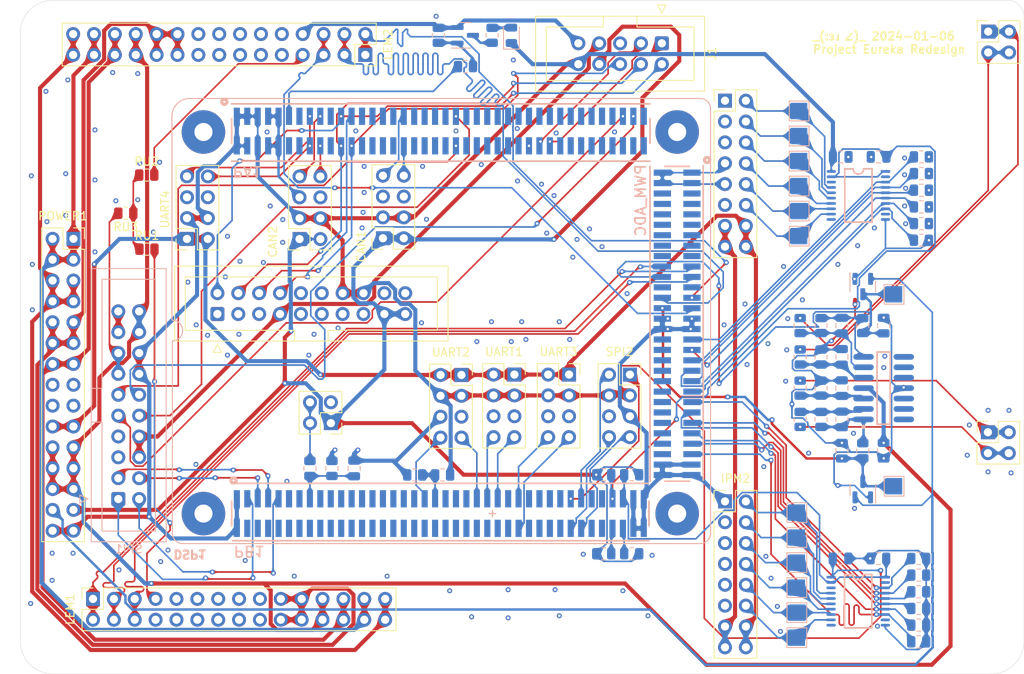
<source format=kicad_pcb>
(kicad_pcb (version 20221018) (generator pcbnew)
  (layers (0 "F.Cu" signal) (1 "In1.Cu" signal) (2 "In2.Cu" signal) (31 "B.Cu" signal) (34 "B.Paste" user) (35 "F.Paste" user) (36 "B.SilkS" user "B.Silkscreen") (37 "F.SilkS" user "F.Silkscreen") (38 "B.Mask" user) (39 "F.Mask" user) (44 "Edge.Cuts" user))
  (net 0 "")
  (net 1 "AGND")
  (net 2 "Net-(C5-Pad2)")
  (net 3 "Net-(C6-Pad2)")
  (net 4 "VDD")
  (net 5 "/DSP_PWM1~{_ENABL}E")
  (net 6 "/DSP_PWM2~{_ENABL}E")
  (net 7 "/DSP_PWM3~{_ENABL}E")
  (net 8 "/DSP_PWM4~{_ENABL}E")
  (net 9 "Net-(C7-Pad1)")
  (net 10 "Net-(C7-Pad2)")
  (net 11 "Net-(C8-Pad1)")
  (net 12 "Net-(C8-Pad2)")
  (net 13 "Net-(D3-K)")
  (net 15 "A+5V")
  (net 16 "/IPM_Temperature1")
  (net 17 "/IPM_Temperature2")
  (net 18 "D+5V")
  (net 25 "/IPM_VDC_BUS1")
  (net 26 "/IPM_VDC_BUS2")
  (net 27 "/DSP_B_CAN_TX")
  (net 28 "/DSP_B_CAN_RX")
  (net 29 "/DSP_A_CAN_TX")
  (net 30 "/DSP_A_CAN_RX")
  (net 32 "/IPM_IU1")
  (net 33 "/IPM_IV1")
  (net 34 "/IPM_IW1")
  (net 35 "/IPM_IU2")
  (net 36 "/IPM_IV2")
  (net 37 "/IPM_IW2")
  (net 38 "/IPM_IU3")
  (net 39 "/IPM_IW3")
  (net 40 "/IPM_IU4")
  (net 41 "/IPM_IW4")
  (net 42 "/QEP1_HALL_U")
  (net 43 "/MQEP1A")
  (net 44 "/QEP1_HALL_V")
  (net 45 "/MQEP1B")
  (net 46 "/QEP1_HALL_W")
  (net 47 "/MQEP1Z")
  (net 48 "PE_GND")
  (net 49 "/MQEP1S")
  (net 50 "/QEP2_HALL_U")
  (net 51 "/MQEP2A")
  (net 52 "/QEP2_HALL_V")
  (net 53 "/MQEP2B")
  (net 54 "/QEP2_HALL_W")
  (net 55 "/MQEP2Z")
  (net 56 "/MQEP2S")
  (net 57 "/QEP3_HALL_U")
  (net 58 "/MQEP3A")
  (net 59 "/QEP3_HALL_V")
  (net 60 "/MQEP3B")
  (net 61 "/QEP3_HALL_W")
  (net 62 "/MQEP3Z")
  (net 63 "/MQEP3S")
  (net 64 "/MUSB_EN")
  (net 65 "/MUSB_DM")
  (net 66 "/MUSB_FLT")
  (net 67 "/MUSB_ID")
  (net 68 "/MUSB_INT")
  (net 69 "/MUSB_VB")
  (net 70 "/MUSB_DP")
  (net 71 "/MUSB_BZ")
  (net 72 "Net-(LEM1-Pad7)")
  (net 73 "12VGND")
  (net 74 "A-5V")
  (net 75 "+12")
  (net 76 "-12")
  (net 78 "/LED1")
  (net 79 "/LED3")
  (net 80 "/UART_SCI_RXDD")
  (net 81 "/UART_SCI_TXDD")
  (net 92 "/~{SPI_A_STE_HS}")
  (net 93 "/SPI_A_CK_HS")
  (net 98 "AVDD")
  (net 99 "/LED2")
  (net 100 "/LED4")
  (net 103 "/ECAP1_IPM_TerminalDutyU1")
  (net 104 "/ECAP2_IPM_TerminalDutyV1")
  (net 105 "/ECAP3_IPM_TerminalDutyW1")
  (net 106 "/ECAP4_IPM_TerminalDutyU2")
  (net 107 "/SPI_A_MO_HS")
  (net 108 "/ECAP5_IPM_TerminalDutyV2")
  (net 109 "/SPI_A_MI_HS")
  (net 110 "/ECAP6_IPM_TerminalDutyW2")
  (net 113 "/SPI_C_MO_HS")
  (net 114 "/SPI_C_MI_HS")
  (net 115 "/SPI_C_CK_HS")
  (net 116 "/~{SPI_C_STE_HS}")
  (net 119 "/DI-1-DSP-3.3V")
  (net 121 "/DI-2-DSP-3.3V")
  (net 129 "/DSP_PWM4_~{FAULT}")
  (net 131 "/DSP_PWM3_~{FAULT}")
  (net 133 "/DSP_PWM2_~{FAULT}")
  (net 135 "/DSP_PWM1_~{FAULT}")
  (net 141 "/UART_SCI_TXDB")
  (net 143 "/BootFromFlash")
  (net 151 "/UART_SCI_RXDB")
  (net 153 "/UART_SCI_RXDA")
  (net 154 "/IPM_IV3")
  (net 155 "/UART_SCI_TXDA")
  (net 156 "/IPM_VDC_BUS3")
  (net 159 "/UART_SCI_RXDC")
  (net 160 "/UART_SCI_TXDC")
  (net 169 "/SPI B MO HS")
  (net 170 "/SPI_B_CK_HS")
  (net 171 "/SPI B MI HS")
  (net 172 "/~{SPI_B_STE_HS}")
  (net 177 "/AD_14")
  (net 178 "/AD_15")
  (net 179 "/ADD4")
  (net 180 "/ADD5")
  (net 181 "/DSP-PWM1A")
  (net 182 "/DSP-PWM1B")
  (net 183 "/DSP-PWM2A")
  (net 184 "/DSP-PWM2B")
  (net 185 "/DSP-PWM3A")
  (net 186 "/DSP-PWM3B")
  (net 187 "/DSP-PWM4A")
  (net 188 "/DSP-PWM4B")
  (net 189 "/DSP-PWM5A")
  (net 190 "/DSP-PWM5B")
  (net 191 "/DSP-PWM6A")
  (net 192 "/DSP-PWM6B")
  (net 193 "/PWM1A_5V")
  (net 194 "/PWM2A_5V")
  (net 195 "/PWM3A_5V")
  (net 196 "/PWM1B_5V")
  (net 197 "/PWM2B_5V")
  (net 198 "/PWM3B_5V")
  (net 199 "/PWM4A_5V")
  (net 200 "/PWM5A_5V")
  (net 201 "/PWM6A_5V")
  (net 202 "/PWM4B_5V")
  (net 203 "/PWM5B_5V")
  (net 204 "/PWM6B_5V")
  (net 205 "/GND_2M1")
  (net 206 "/DC_BUS_2M1")
  (net 207 "/GND_2M2")
  (net 208 "/DC_BUS_2M2")
  (net 209 "D12V1")
  (net 212 "REF_3V")
  (net 213 "Net-(LEM2-Pad7)")
  (net 227 "Net-(Q1-B)")
  (net 228 "Net-(Q1-C)")
  (net 233 "Net-(DI1-Pin_3)")
  (net 234 "/IPM_IV4")
  (net 235 "/IPM_VDC_BUS4")
  (net 236 "/IPM_Temperature4")
  (net 237 "/IPM_Temperature3")
  (net 238 "/DSP-PWM7A")
  (net 239 "/DSP-PWM7B")
  (net 240 "/DSP-PWM8A")
  (net 241 "/DSP-PWM8B")
  (net 242 "/DSP-PWM9A")
  (net 243 "/DSP-PWM9B")
  (net 244 "/DSP-PWM10A")
  (net 245 "/DSP-PWM10B")
  (net 246 "/DSP-PWM11A")
  (net 247 "/DSP-PWM11B")
  (net 248 "/DSP-PWM12A")
  (net 249 "/DSP-PWM12B")
  (net 250 "D12VGND")
  (net 251 "Net-(RU3-Pad2)")
  (net 252 "-5V_ADC")
  (footprint "Connector_PinSocket_2.54mm:PinSocket_2x04_P2.54mm_Vertical" (layer "F.Cu") (at 245.5262 119.6498)
    (fp_text reference "UART2")
    (fp_text value "Conn_02x04_Counter_Clockwise" hide)
  )
  (footprint "Resistor_SMD:R_0805_2012Metric" (layer "F.Cu") (at 207.2237 95.2998)
    (fp_text reference "RU2")
    (fp_text value "DNP" hide)
  )
  (footprint "Connector_IDC:IDC-Header_2x10_P2.54mm_Vertical" (layer "F.Cu") (at 215.8262 112.2248 90)
    (fp_text reference "INC1" hide)
    (fp_text value "HIF3FC-20PA-2.54DSA" hide)
  )
  (footprint "Resistor_SMD:R_0805_2012Metric" (layer "F.Cu") (at 204.6737 99.9498 180)
    (fp_text reference "RU3")
    (fp_text value "0R")
  )
  (footprint "Connector_PinSocket_2.54mm:PinSocket_2x02_P2.54mm_Vertical" (layer "F.Cu") (at 309.608715 126.63098 90)
    (fp_text reference "J2" hide)
    (fp_text value "Conn_01x02_Pin" hide)
  )
  (footprint "Connector_PinSocket_2.54mm:PinSocket_2x04_P2.54mm_Vertical" (layer "F.Cu") (at 258.6262 119.5998)
    (fp_text reference "UART3")
    (fp_text value "Conn_02x04_Counter_Clockwise" hide)
  )
  (footprint "Connector_IDC:IDC-Header_2x05_P2.54mm_Vertical" (layer "F.Cu") (at 269.9212 79.2498 -90)
    (fp_text reference "J1")
    (fp_text value "Conn_02x05_Odd_Even" hide)
  )
  (footprint "Connector_PinSocket_2.54mm:PinSocket_2x04_P2.54mm_Vertical" (layer "F.Cu") (at 235.9712 102.9948 180)
    (fp_text reference "CAN1")
    (fp_text value "Conn_02x04_Counter_Clockwise" hide)
  )
  (footprint "Resistor_SMD:R_0805_2012Metric" (layer "F.Cu") (at 207.2487 104.3248)
    (fp_text reference "RU1")
    (fp_text value "DNP" hide)
  )
  (footprint "Connector_PinSocket_2.54mm:PinSocket_2x15_P2.54mm_Vertical" (layer "F.Cu") (at 233.8262 80.6648 -90)
    (fp_text reference "LEM2")
    (fp_text value "HIF3FC-30PA-2.54DSA" hide)
  )
  (footprint "Connector_PinSocket_2.54mm:PinSocket_2x08_P2.54mm_Vertical" (layer "F.Cu") (at 277.604715 101.4788 180)
    (fp_text reference "IPM1" hide)
    (fp_text value "Conn_02x08_Top_Bottom" hide)
  )
  (footprint "Connector_PinSocket_2.54mm:PinSocket_2x15_P2.54mm_Vertical" (layer "F.Cu") (at 198.3012 103.0648)
    (fp_text reference "POWER1")
    (fp_text value "HIF3FC-30PA-2.54DSA" hide)
  )
  (footprint "Connector_PinSocket_2.54mm:PinSocket_2x04_P2.54mm_Vertical" (layer "F.Cu") (at 266.0362 119.6048)
    (fp_text reference "SPI2")
    (fp_text value "Conn_02x04_Counter_Clockwise")
  )
  (footprint "Connector_PinSocket_2.54mm:PinSocket_2x04_P2.54mm_Vertical" (layer "F.Cu") (at 225.8212 103.0948 180)
    (fp_text reference "CAN2")
    (fp_text value "Conn_02x04_Counter_Clockwise" hide)
  )
  (footprint "Connector_PinSocket_2.54mm:PinSocket_2x02_P2.54mm_Vertical" (layer "F.Cu") (at 309.644715 77.8238 90)
    (fp_text reference "J3" hide)
    (fp_text value "Conn_01x02_Pin" hide)
  )
  (footprint "Connector_PinSocket_2.54mm:PinSocket_2x15_P2.54mm_Vertical" (layer "F.Cu") (at 200.6812 146.9248 90)
    (fp_text reference "LEM1")
    (fp_text value "HIF3FC-30PA-2.54DSA" hide)
  )
  (footprint "Connector_PinSocket_2.54mm:PinSocket_2x04_P2.54mm_Vertical" (layer "F.Cu") (at 251.9762 119.5998)
    (fp_text reference "UART1")
    (fp_text value "Conn_02x04_Counter_Clockwise" hide)
  )
  (footprint "Connector_PinSocket_2.54mm:PinSocket_2x04_P2.54mm_Vertical" (layer "F.Cu") (at 212.1212 103.0798 180)
    (fp_text reference "UART4")
    (fp_text value "Conn_02x04_Counter_Clockwise" hide)
  )
  (footprint "Connector_PinSocket_2.54mm:PinSocket_2x08_P2.54mm_Vertical" (layer "F.Cu") (at 280.144715 135.04598)
    (fp_text reference "IPM2")
    (fp_text value "Conn_02x08_Top_Bottom" hide)
  )
  (footprint "Connector_PinSocket_2.54mm:PinSocket_2x02_P2.54mm_Vertical" (layer "F.Cu") (at 229.6362 125.5148 -90)
    (fp_text reference "DI1" hide)
    (fp_text value "Conn_02x02_Counter_Clockwise" hide)
  )
  (footprint "TestPoint:TestPoint_Pad_2.0x2.0mm" (layer "B.Cu") (at 298.1862 133.1998)
    (fp_text reference "VDC_BUS1" hide)
    (fp_text value "TP-黄色测试点" hide)
  )
  (footprint "Capacitor_SMD:C_0805_2012Metric" (layer "B.Cu") (at 291.8362 128.8723 -90)
    (fp_text reference "C10" hide)
    (fp_text value "103" hide)
  )
  (footprint "Resistor_SMD:R_0805_2012Metric" (layer "B.Cu") (at 262.8487 141.4248)
    (fp_text reference "R32" hide)
    (fp_text value "10K" hide)
  )
  (footprint "TestPoint:TestPoint_Pad_2.0x2.0mm" (layer "B.Cu") (at 286.6312 102.7338 180)
    (fp_text reference "TP1" hide)
    (fp_text value "TP-黄色测试点" hide)
  )
  (footprint "Package_TO_SOT_SMD:SOT-23" (layer "B.Cu") (at 294.3762 108.8773 -90)
    (fp_text reference "D2" hide)
    (fp_text value "BAR43S" hide)
  )
  (footprint "Capacitor_SMD:C_0805_2012Metric" (layer "B.Cu") (at 291.693945 93.0818)
    (fp_text reference "C3" hide)
    (fp_text value "104" hide)
  )
  (footprint "TestPoint:TestPoint_Pad_2.0x2.0mm" (layer "B.Cu") (at 286.353292 148.5998 180)
    (fp_text reference "TP4" hide)
    (fp_text value "TP-黄色测试点" hide)
  )
  (footprint "TestPoint:TestPoint_Pad_2.0x2.0mm" (layer "B.Cu") (at 286.6312 90.5418 180)
    (fp_text reference "TP9" hide)
    (fp_text value "TP-黄色测试点" hide)
  )
  (footprint "Resistor_SMD:R_0805_2012Metric" (layer "B.Cu") (at 301.5137 95.1138 180)
    (fp_text reference "R3" hide)
    (fp_text value "4.7k" hide)
  )
  (footprint "Capacitor_SMD:C_0805_2012Metric" (layer "B.Cu") (at 296.9162 113.6323 -90)
    (fp_text reference "C11" hide)
    (fp_text value "103" hide)
  )
  (footprint "Resistor_SMD:R_0805_2012Metric" (layer "B.Cu") (at 301.188792 141.99839 180)
    (fp_text reference "R2" hide)
    (fp_text value "4.7k" hide)
  )
  (footprint "Resistor_SMD:R_0805_2012Metric" (layer "B.Cu") (at 301.5137 93.0818 180)
    (fp_text reference "R1" hide)
    (fp_text value "4.7k" hide)
  )
  (footprint "Capacitor_SMD:C_0805_2012Metric" (layer "B.Cu") (at 296.276547 141.9958)
    (fp_text reference "C2" hide)
    (fp_text value "104" hide)
  )
  (footprint "Resistor_SMD:R_0805_2012Metric" (layer "B.Cu") (at 286.7562 121.2523 90)
    (fp_text reference "R14" hide)
    (fp_text value "0R" hide)
  )
  (footprint "Resistor_SMD:R_0805_2012Metric" (layer "B.Cu") (at 286.7562 113.6323 90)
    (fp_text reference "R15" hide)
    (fp_text value "0R" hide)
  )
  (footprint "TestPoint:TestPoint_Pad_2.0x2.0mm" (layer "B.Cu") (at 286.353292 139.4558 180)
    (fp_text reference "TP10" hide)
    (fp_text value "TP-黄色测试点" hide)
  )
  (footprint "Resistor_SMD:R_0805_2012Metric" (layer "B.Cu") (at 294.3762 128.8723 -90)
    (fp_text reference "R21" hide)
    (fp_text value "1k" hide)
  )
  (footprint "TestPoint:TestPoint_Pad_2.0x2.0mm" (layer "B.Cu") (at 286.6312 93.5898 180)
    (fp_text reference "TP7" hide)
    (fp_text value "TP-黄色测试点" hide)
  )
  (footprint "Resistor_SMD:R_0805_2012Metric" (layer "B.Cu") (at 301.5137 99.1778 180)
    (fp_text reference "R7" hide)
    (fp_text value "4.7k" hide)
  )
  (footprint "TestPoint:TestPoint_Pad_2.0x2.0mm" (layer "B.Cu") (at 286.6312 87.4938 180)
    (fp_text reference "TP11" hide)
    (fp_text value "TP-黄色测试点" hide)
  )
  (footprint "1mmlab_footprint:TSSOP-20" (layer "B.Cu") (at 297.775455 94.42539 180)
    (fp_text reference "U1" hide)
    (fp_text value "SN74ABT541" hide)
  )
  (footprint "Package_TO_SOT_SMD:SOT-23" (layer "B.Cu") (at 245.992868 78.2748)
    (fp_text reference "Q1" hide)
    (fp_text value "FMMT618TA" hide)
  )
  (footprint "Capacitor_SMD:C_0805_2012Metric" (layer "B.Cu") (at 291.8362 117.4423 -90)
    (fp_text reference "C6" hide)
    (fp_text value "102" hide)
  )
  (footprint "Resistor_SMD:R_0805_2012Metric" (layer "B.Cu") (at 286.7562 117.4623 90)
    (fp_text reference "R16" hide)
    (fp_text value "0R" hide)
  )
  (footprint "TestPoint:TestPoint_Pad_2.0x2.0mm" (layer "B.Cu") (at 286.353292 151.6478 180)
    (fp_text reference "TP2" hide)
    (fp_text value "TP-黄色测试点" hide)
  )
  (footprint "Resistor_SMD:R_0805_2012Metric" (layer "B.Cu") (at 301.188792 148.0918 180)
    (fp_text reference "R8" hide)
    (fp_text value "4.7k" hide)
  )
  (footprint "LED_SMD:LED_0805_2012Metric" (layer "B.Cu") (at 251.6112 78.2748 90)
    (fp_text reference "D3" hide)
    (fp_text value "LEDRED" hide)
  )
  (footprint "Capacitor_SMD:C_0805_2012Metric" (layer "B.Cu") (at 291.8362 113.6323 90)
    (fp_text reference "C8" hide)
    (fp_text value "102" hide)
  )
  (footprint "TestPoint:TestPoint_Pad_2.0x2.0mm" (layer "B.Cu") (at 286.353292 136.4078 180)
    (fp_text reference "TP12" hide)
    (fp_text value "TP-黄色测试点" hide)
  )
  (footprint "Resistor_SMD:R_0805_2012Metric" (layer "B.Cu") (at 239.8362 131.8248)
    (fp_text reference "R26" hide)
    (fp_text value "3.3K/1%" hide)
  )
  (footprint "Resistor_SMD:R_0805_2012Metric" (layer "B.Cu") (at 294.3762 113.6323 -90)
    (fp_text reference "R22" hide)
    (fp_text value "1k" hide)
  )
  (footprint "Resistor_SMD:R_0805_2012Metric" (layer "B.Cu") (at 289.2962 125.0623 -90)
    (fp_text reference "R19" hide)
    (fp_text value "10K" hide)
  )
  (footprint "Resistor_SMD:R_0805_2012Metric" (layer "B.Cu") (at 301.5137 103.2418 180)
    (fp_text reference "R11" hide)
    (fp_text value "4.7k" hide)
  )
  (footprint "Resistor_SMD:R_0805_2012Metric" (layer "B.Cu") (at 301.5137 97.1458 180)
    (fp_text reference "R5" hide)
    (fp_text value "4.7K" hide)
  )
  (footprint "Capacitor_SMD:C_0805_2012Metric" (layer "B.Cu") (at 291.670037 141.9958)
    (fp_text reference "C4" hide)
    (fp_text value "104" hide)
  )
  (footprint "Resistor_SMD:R_0805_2012Metric" (layer "B.Cu") (at 246.0197 82.0848 180)
    (fp_text reference "R29" hide)
    (fp_text value "10K" hide)
  )
  (footprint "Resistor_SMD:R_0805_2012Metric" (layer "B.Cu") (at 227.0862 131.0373 90)
    (fp_text reference "R23" hide)
    (fp_text value "100R" hide)
  )
  (footprint "Resistor_SMD:R_0805_2012Metric" (layer "B.Cu") (at 243.2362 131.8248)
    (fp_text reference "R25" hide)
    (fp_text value "1.69K/1%" hide)
  )
  (footprint "Resistor_SMD:R_0805_2012Metric" (layer "B.Cu") (at 289.2962 113.6323 90)
    (fp_text reference "R20" hide)
    (fp_text value "10K" hide)
  )
  (footprint "Resistor_SMD:R_0805_2012Metric" (layer "B.Cu") (at 301.188792 146.0598 180)
    (fp_text reference "R6" hide)
    (fp_text value "4.7K" hide)
  )
  (footprint "Resistor_SMD:R_0805_2012Metric" (layer "B.Cu") (at 242.7212 78.2748 90)
    (fp_text reference "R30" hide)
    (fp_text value "2K" hide)
  )
  (footprint "TestPoint:TestPoint_Pad_2.0x2.0mm" (layer "B.Cu") (at 286.353292 145.5518 180)
    (fp_text reference "TP6" hide)
    (fp_text value "TP-黄色测试点" hide)
  )
  (footprint "1mmlab_footprint:DSP_240_SMD" (layer "B.Cu") (at 285.7552 95.1328 -90)
    (fp_text reference "DSP1")
    (fp_text value "~" hide)
  )
  (footprint "1mmlab_footprint:SOIC14_M" (layer "B.Cu") (at 296.9162 121.2523)
    (fp_text reference "N1" hide)
    (fp_text value "MCP6024" hide)
  )
  (footprint "Resistor_SMD:R_0805_2012Metric" (layer "B.Cu") (at 229.762866 131.0373 90)
    (fp_text reference "R24" hide)
    (fp_text value "1K" hide)
  )
  (footprint "Resistor_SMD:R_0805_2012Metric" (layer "B.Cu") (at 301.188792 144.0278 180)
    (fp_text reference "R4" hide)
    (fp_text value "4.7k" hide)
  )
  (footprint "TestPoint:TestPoint_Pad_2.0x2.0mm" (layer "B.Cu") (at 286.6312 96.6378 180)
    (fp_text reference "TP5" hide)
    (fp_text value "TP-黄色测试点" hide)
  )
  (footprint "Capacitor_SMD:C_0805_2012Metric" (layer "B.Cu") (at 296.9162 128.8723 90)
    (fp_text reference "C9" hide)
    (fp_text value "104" hide)
  )
  (footprint "Resistor_SMD:R_0805_2012Metric" (layer "B.Cu") (at 301.5137 101.2098 180)
    (fp_text reference "R9" hide)
    (fp_text value "4.7k" hide)
  )
  (footprint "Capacitor_SMD:C_0805_2012Metric" (layer "B.Cu") (at 291.8362 125.0623 -90)
    (fp_text reference "C7" hide)
    (fp_text value "102" hide)
  )
  (footprint "Resistor_SMD:R_0805_2012Metric" (layer "B.Cu") (at 249.264534 78.2748 90)
    (fp_text reference "R31" hide)
    (fp_text value "301R" hide)
  )
  (footprint "1mmlab_footprint:TSSOP-20" (layer "B.Cu") (at 297.751547 143.84739 180)
    (fp_text reference "U2" hide)
    (fp_text value "SN74ABT541" hide)
  )
  (footprint "TestPoint:TestPoint_Pad_2.0x2.0mm" (layer "B.Cu") (at 286.6312 99.6858 180)
    (fp_text reference "TP3" hide)
    (fp_text value "TP-黄色测试点" hide)
  )
  (footprint "Resistor_SMD:R_0805_2012Metric" (layer "B.Cu") (at 266.2487 141.4248 180)
    (fp_text reference "R33" hide)
    (fp_text value "10K" hide)
  )
  (footprint "Resistor_SMD:R_0805_2012Metric" (layer "B.Cu") (at 266.2487 131.7998)
    (fp_text reference "R28" hide)
    (fp_text value "10K" hide)
  )
  (footprint "TestPoint:TestPoint_Pad_2.0x2.0mm" (layer "B.Cu") (at 298.1862 109.8223)
    (fp_text reference "VDC_BUS2" hide)
    (fp_text value "TP-黄色测试点" hide)
  )
  (footprint "Resistor_SMD:R_0805_2012Metric" (layer "B.Cu") (at 289.2962 121.2523 -90)
    (fp_text reference "R17" hide)
    (fp_text value "10K" hide)
  )
  (footprint "Capacitor_SMD:C_0805_2012Metric" (layer "B.Cu") (at 232.469534 131.0373 -90)
    (fp_text reference "C12" hide)
    (fp_text value "103" hide)
  )
  (footprint "Capacitor_SMD:C_0805_2012Metric" (layer "B.Cu") (at 291.8362 121.2523 -90)
    (fp_text reference "C5" hide)
    (fp_text value "102" hide)
  )
  (footprint "TestPoint:TestPoint_Pad_2.0x2.0mm" (layer "B.Cu") (at 286.353292 142.5038 180)
    (fp_text reference "TP8" hide)
    (fp_text value "TP-黄色测试点" hide)
  )
  (footprint "Package_TO_SOT_SMD:SOT-23" (layer "B.Cu") (at 294.3762 133.6198 90)
    (fp_text reference "D1" hide)
    (fp_text value "BAR43S" hide)
  )
  (footprint "Resistor_SMD:R_0805_2012Metric" (layer "B.Cu") (at 286.7562 125.0623 -90)
    (fp_text reference "R13" hide)
    (fp_text value "0R" hide)
  )
  (footprint "Resistor_SMD:R_0805_2012Metric" (layer "B.Cu") (at 301.188792 152.1558 180)
    (fp_text reference "R12" hide)
    (fp_text value "4.7k" hide)
  )
  (footprint "Resistor_SMD:R_0805_2012Metric" (layer "B.Cu") (at 289.2962 117.4623 -90)
    (fp_text reference "R18" hide)
    (fp_text value "10K" hide)
  )
  (footprint "Resistor_SMD:R_0805_2012Metric" (layer "B.Cu") (at 262.8487 131.7998 180)
    (fp_text reference "R27" hide)
    (fp_text value "10K" hide)
  )
  (footprint "Capacitor_SMD:C_0805_2012Metric" (layer "B.Cu") (at 296.300455 93.0818)
    (fp_text reference "C1" hide)
    (fp_text value "104" hide)
  )
  (footprint "Connector_IDC:IDC-Header_2x10_P2.54mm_Vertical" (layer "B.Cu") (at 203.7612 134.7598)
    (fp_text reference "SPI1")
    (fp_text value "HIF3FC-20PA-2.54DSA")
  )
  (footprint "Resistor_SMD:R_0805_2012Metric" (layer "B.Cu") (at 301.188792 150.1238 180)
    (fp_text reference "R10" hide)
    (fp_text value "4.7k" hide)
  )
  (gr_arc (start 195.826 156.0674) (mid 192.997573 154.895827) (end 191.826 152.0674) (stroke (width 0.05)) (layer "Edge.Cuts"))
  (gr_line (start 314 152.0674) (end 314 76) (stroke (width 0.05)) (layer "Edge.Cuts"))
  (gr_arc (start 314 152.0674) (mid 312.828427 154.895827) (end 310 156.0674) (stroke (width 0.05)) (layer "Edge.Cuts"))
  (gr_line (start 191.826 78) (end 191.826 152.0674) (stroke (width 0.05)) (layer "Edge.Cuts"))
  (gr_line (start 312 74) (end 195.826 74) (stroke (width 0.05)) (layer "Edge.Cuts"))
  (gr_arc (start 312 74) (mid 313.414214 74.585786) (end 314 76) (stroke (width 0.05)) (layer "Edge.Cuts"))
  (gr_arc (start 191.826 78) (mid 192.997573 75.171573) (end 195.826 74) (stroke (width 0.05)) (layer "Edge.Cuts"))
  (gr_line (start 195.826 156.0674) (end 310 156.0674) (stroke (width 0.05)) (layer "Edge.Cuts"))
  (gr_text "_(:з」∠)_ 2024-01-06 \nProject Eureka Redesign" (at 288.1936 80.5786) (layer "F.SilkS") (effects (font (size 1 1) (thickness 0.2) bold) (justify left bottom)))
  (segment (start 293.4362 112.6248) (end 290.5612 115.4998) (width 0.2) (layer "F.Cu") (net 1))
  (segment (start 293.4362 111.0498) (end 293.4362 112.6248) (width 0.2) (layer "F.Cu") (net 1))
  (segment (start 293.4362 110.495044) (end 293.4362 111.0498) (width 0.5) (layer "F.Cu") (net 1))
  (segment (start 265.9912 124.7298) (end 266.0362 124.6848) (width 0.5) (layer "F.Cu") (net 1))
  (via (at 293.4362 111.0498) (size 0.6) (drill 0.3) (layers "F.Cu" "B.Cu") (net 1))
  (via (at 216.7942 107.7058) (size 0.6) (drill 0.3) (layers "F.Cu" "B.Cu") (net 1))
  (via (at 233.5582 99.8318) (size 0.6) (drill 0.3) (layers "F.Cu" "B.Cu") (net 1))
  (via (at 247.938488 94.019088) (size 0.6) (drill 0.3) (layers "F.Cu" "B.Cu") (net 1))
  (via (at 295.7882 101.7368) (size 0.6) (drill 0.3) (layers "F.Cu" "B.Cu") (net 1))
  (via (at 261.1172 101.8638) (size 0.6) (drill 0.3) (layers "F.Cu" "B.Cu") (net 1))
  (via (at 206.3802 93.8628) (size 0.6) (drill 0.3) (layers "F.Cu" "B.Cu") (net 1))
  (via (at 193.096 147.4822) (size 0.6) (drill 0.3) (layers "F.Cu" "B.Cu") (net 1))
  (via (at 293.2482 126.7558) (size 0.6) (drill 0.3) (layers "F.Cu" "B.Cu") (net 1))
  (via (at 312.1712 123.9618) (size 0.6) (drill 0.3) (layers "F.Cu" "B.Cu") (net 1))
  (via (at 258.7042 115.3258) (size 0.6) (drill 0.3) (layers "F.Cu" "B.Cu") (net 1))
  (via (at 252.319988 89.637588) (size 0.6) (drill 0.3) (layers "F.Cu" "B.Cu") (net 1))
  (via (at 242.4482 75.9558) (size 0.6) (drill 0.3) (layers "F.Cu" "B.Cu") (net 1))
  (via (at 195.7122 144.6628) (size 0.6) (drill 0.3) (layers "F.Cu" "B.Cu") (net 1))
  (via (at 197.6172 83.7028) (size 0.6) (drill 0.3) (layers "F.Cu" "B.Cu") (net 1))
  (via (at 296.1692 150.2508) (size 0.6) (drill 0.3) (layers "F.Cu" "B.Cu") (net 1))
  (via (at 282.5802 141.7418) (size 0.6) (drill 0.3) (layers "F.Cu" "B.Cu") (net 1))
  (via (at 233.4312 101.7368) (size 0.6) (drill 0.3) (layers "F.Cu" "B.Cu") (net 1))
  (via (at 287.0252 110.4998) (size 0.6) (drill 0.3) (layers "F.Cu" "B.Cu") (net 1))
  (via (at 244.0992 145.9328) (size 0.6) (drill 0.3) (layers "F.Cu" "B.Cu") (net 1))
  (via (at 295.4072 93.1008) (size 0.6) (drill 0.3) (layers "F.Cu" "B.Cu") (net 1))
  (via (at 284.9932 120.4058) (size 0.6) (drill 0.3) (layers "F.Cu" "B.Cu") (net 1))
  (via (at 283.2152 144.4088) (size 0.6) (drill 0.3) (layers "F.Cu" "B.Cu") (net 1))
  (via (at 265.6892 109.7378) (size 0.6) (drill 0.3) (layers "F.Cu" "B.Cu") (net 1))
  (via (at 246.7662 149.1078) (size 0.6) (drill 0.3) (layers "F.Cu" "B.Cu") (net 1))
  (via (at 283.9772 147.8378) (size 0.6) (drill 0.3) (layers "F.Cu" "B.Cu") (net 1))
  (via (at 312.4252 131.5818) (size 0.6) (drill 0.3) (layers "F.Cu" "B.Cu") (net 1))
  (via (at 253.3702 115.3258) (size 0.6) (drill 0.3) (layers "F.Cu" "B.Cu") (net 1))
  (via (at 299.4712 95.2598) (size 0.6) (drill 0.3) (layers "F.Cu" "B.Cu") (net 1))
  (via (at 193.1722 95.3868) (size 0.6) (drill 0.3) (layers "F.Cu" "B.Cu") (net 1))
  (via (at 213.2382 113.5478) (size 0.6) (drill 0.3) (layers "F.Cu" "B.Cu") (net 1))
  (via (at 273.5632 112.7858) (size 0.6) (drill 0.3) (layers "F.Cu" "B.Cu") (net 1))
  (via (at 227.5892 114.6908) (size 0.6) (drill 0.3) (layers "F.Cu" "B.Cu") (net 1))
  (via (at 280.0402 111.0078) (size 0.6) (drill 0.3) (layers "F.Cu" "B.Cu") (net 1))
  (via (at 217.0482 117.2308) (size 0.6) (drill 0.3) (layers "F.Cu" "B.Cu") (net 1))
  (via (at 247.4012 115.5798) (size 0.6) (drill 0.3) (layers "F.Cu" "B.Cu") (net 1))
  (via (at 249.1792 113.1668) (size 0.6) (drill 0.3) (layers "F.Cu" "B.Cu") (net 1))
  (via (at 200.9192 104.6578) (size 0.6) (drill 0.3) (layers "F.Cu" "B.Cu") (net 1))
  (via (at 236.4792 144.1548) (size 0.6) (drill 0.3) (layers "F.Cu" "B.Cu") (net 1))
  (via (at 257.0532 90.1798) (size 0.6) (drill 0.3) (layers "F.Cu" "B.Cu") (net 1))
  (via (at 193.2992 106.1818) (size 0.6) (drill 0.3) (layers "F.Cu" "B.Cu") (net 1))
  (via (at 296.9312 118.7548) (size 0.6) (drill 0.3) (layers "F.Cu" "B.Cu") (net 1))
  (via (at 214.6352 114.8178) (size 0.6) (drill 0.3) (layers "F.Cu" "B.Cu") (net 1))
  (via (at 259.5932 103.1338) (size 0.6) (drill 0.3) (layers "F.Cu" "B.Cu") (net 1))
  (via (at 268.2292 148.9808) (size 0.6) (drill 0.3) (layers "F.Cu" "B.Cu") (net 1))
  (via (at 282.3262 130.8198) (size 0.6) (drill 0.3) (layers "F.Cu" "B.Cu") (net 1))
  (via (at 291.3432 133.1058) (size 0.6) (drill 0.3) (layers "F.Cu" "B.Cu") (net 1))
  (via (at 262.6412 104.0228) (size 0.6) (drill 0.3) (layers "F.Cu" "B.Cu") (net 1))
  (via (at 293.7562 103.8958) (size 0.6) (drill 0.3) (layers "F.Cu" "B.Cu") (net 1))
  (via (at 222.2552 99.0698) (size 0.6) (drill 0.3) (layers "F.Cu" "B.Cu") (net 1))
  (via (at 302.4262 95.1138) (size 0.6) (drill 0.3) (layers "F.Cu" "B.Cu") (net 1))
  (via (at 219.2072 142.2498) (size 0.6) (drill 0.3) (layers "F.Cu" "B.Cu") (net 1))
  (via (at 255.9102 102.3718) (size 0.6) (drill 0.3) (layers "F.Cu" "B.Cu") (net 1))
  (via (at 223.768791 103.504392) (size 0.6) (drill 0.3) (layers "F.Cu" "B.Cu") (net 1))
  (via (at 230.5102 113.9288) (size 0.6) (drill 0.3) (layers "F.Cu" "B.Cu") (net 1))
  (via (at 299.5982 96.9108) (size 0.6) (drill 0.3) (layers "F.Cu" "B.Cu") (net 1))
  (via (at 264.1652 90.0528) (size 0.6) (drill 0.3) (layers "F.Cu" "B.Cu") (net 1))
  (via (at 268.7372 141.6148) (size 0.6) (drill 0.3) (layers "F.Cu" "B.Cu") (net 1))
  (via (at 256.7992 97.7998) (size 0.6) (drill 0.3) (layers "F.Cu" "B.Cu") (net 1))
  (via (at 293.3752 107.9598) (size 0.6) (drill 0.3) (layers "F.Cu" "B.Cu") (net 1))
  (via (at 270.6422 112.7858) (size 0.6) (drill 0.3) (layers "F.Cu" "B.Cu") (net 1))
  (via (at 295.2802 141.9958) (size 0.6) (drill 0.3) (layers "F.Cu" "B.Cu") (net 1))
  (via (at 270.6422 114.0558) (size 0.6) (drill 0.3) (layers "F.Cu" "B.Cu") (net 1))
  (via (at 221.419291 105.9468) (size 0.6) (drill 0.3) (layers "F.Cu" "B.Cu") (net 1))
  (via (at 299.5982 101.2288) (size 0.6) (drill 0.3) (layers "F.Cu" "B.Cu") (net 1))
  (via (at 224.2872 132.5978) (size 0.6) (drill 0.3) (layers "F.Cu" "B.Cu") (net 1))
  (via (at 280.2942 118.3738) (size 0.6) (drill 0.3) (layers "F.Cu" "B.Cu") (net 1))
  (via (at 302.4262 97.1458) (size 0.6) (drill 0.3) (layers "F.Cu" "B.Cu") (net 1))
  (via (at 302.4262 93.0818) (size 0.6) (drill 0.3) (layers "F.Cu" "B.Cu") (net 1))
  (via (at 232.6692 89.9258) (size 0.6) (drill 0.3) (layers "F.Cu" "B.Cu") (net 1))
  (via (at 265.1812 145.9328) (size 0.6) (drill 0.3) (layers "F.Cu" "B.Cu") (net 1))
  (via (at 209.8092 140.9798) (size 0.6) (drill 0.3) (layers "F.Cu" "B.Cu") (net 1))
  (via (at 244.8612 89.9258) (size 0.6) (drill 0.3) (layers "F.Cu" "B.Cu") (net 1))
  (via (at 287.7872 129.1688) (size 0.6) (drill 0.3) (layers "F.Cu" "B.Cu") (net 1))
  (via (at 309.6312 131.4548) (size 0.6) (drill 0.3) (layers "F.Cu" "B.Cu") (net 1))
  (via (at 257.4342 113.1668) (size 0.6) (drill 0.3) (layers "F.Cu" "B.Cu") (net 1))
  (via (at 309.6312 123.9618) (size 0.6) (drill 0.3) (layers "F.Cu" "B.Cu") (net 1))
  (via (at 307.0912 129.4228) (size 0.6) (drill 0.3) (layers "F.Cu" "B.Cu") (net 1))
  (via (at 223.7792 100.7208) (size 0.6) (drill 0.3) (layers "F.Cu" "B.Cu") (net 1))
  (via (at 252.8622 113.1668) (size 0.6) (drill 0.3) (layers "F.Cu" "B.Cu") (net 1))
  (via (at 302.4262 101.2098) (size 0.6) (drill 0.3) (layers "F.Cu" "B.Cu") (net 1))
  (via (at 296.9312 129.8038) (size 0.6) (drill 0.3) (layers "F.Cu" "B.Cu") (net 1))
  (via (at 203.4592 98.4348) (size 0.6) (drill 0.3) (layers "F.Cu" "B.Cu") (net 1))
  (via (at 277.5002 113.5478) (size 0.6) (drill 0.3) (layers "F.Cu" "B.Cu") (net 1))
  (via (at 225.1762 144.1548) (size 0.6) (drill 0.3) (layers "F.Cu" "B.Cu") (net 1))
  (via (at 260.3552 141.4878) (size 0.6) (drill 0.3) (layers "F.Cu" "B.Cu") (net 1))
  (via (at 256.9262 145.8058) (size 0.6) (drill 0.3) (layers "F.Cu" "B.Cu") (net 1))
  (via (at 218.4452 114.6908) (size 0.6) (drill 0.3) (layers "F.Cu" "B.Cu") (net 1))
  (via (at 299.4712 99.0698) (size 0.6) (drill 0.3) (layers "F.Cu" "B.Cu") (net 1))
  (via (at 302.4262 103.2418) (size 0.6) (drill 0.3) (layers "F.Cu" "B.Cu") (net 1))
  (via (at 241.270988 100.686588) (size 0.6) (drill 0.3) (layers "F.Cu" "B.Cu") (net 1))
  (via (at 307.3452 125.7398) (size 0.6) (drill 0.3) (layers "F.Cu" "B.Cu") (net 1))
  (via (at 285.2472 112.7858) (size 0.6) (drill 0.3) (layers "F.Cu" "B.Cu") (net 1))
  (via (at 296.9312 112.6588) (size 0.6) (drill 0.3) (layers "F.Cu" "B.Cu") (net 1))
  (via (at 252.3542 96.0218) (size 0.6) (drill 0.3) (layers "F.Cu" "B.Cu") (net 1))
  (via (at 251.5922 115.5798) (size 0.6) (drill 0.3) (layers "F.Cu" "B.Cu") (net 1))
  (via (at 273.4362 114.0558) (size 0.6) (drill 0.3) (layers "F.Cu" "B.Cu") (net 1))
  (via (at 200.9192 89.7988) (size 0.6) (drill 0.3) (layers "F.Cu" "B.Cu") (net 1))
  (via (at 255.2752 96.4028) (size 0.6) (drill 0.3) (layers "F.Cu" "B.Cu") (net 1))
  (via (at 195.7122 141.3608) (size 0.6) (drill 0.3) (layers "F.Cu" "B.Cu") (net 1))
  (via (at 251.8462 81.2898) (size 0.6) (drill 0.3) (layers "F.Cu" "B.Cu") (net 1))
  (via (at 208.0312 102.2448) (size 0.6) (drill 0.3) (layers "F.Cu" "B.Cu") (net 1))
  (via (at 226.9542 117.2308) (size 0.6) (drill 0.3) (layers "F.Cu" "B.Cu") (net 1))
  (via (at 203.0782 82.8138) (size 0.6) (drill 0.3) (layers "F.Cu" "B.Cu") (net 1))
  (via (at 299.4712 93.2278) (size 0.6) (drill 0.3) (layers "F.Cu" "B.Cu") (net 1))
  (via (at 198.2522 141.3608) (size 0.6) (drill 0.3) (layers "F.Cu" "B.Cu") (net 1))
  (via (at 221.8742 90.0528) (size 0.6) (drill 0.3) (layers "F.Cu" "B.Cu") (net 1))
  (via (at 293.3752 135.8998) (size 0.6) (drill 0.3) (layers "F.Cu" "B.Cu") (net 1))
  (via (at 290.5612 115.4998) (size 0.6) (drill 0.3) (layers "F.Cu" "B.Cu") (net 1))
  (via (at 291.8362 127.9223) (size 0.6) (drill 0.3) (layers "F.Cu" "B.Cu") (net 1))
  (via (at 282.8342 115.8338) (size 0.6) (drill 0.3) (layers "F.Cu" "B.Cu") (net 1))
  (via (at 233.6852 94.2438) (size 0.6) (drill 0.3) (layers "F.Cu" "B.Cu") (net 1))
  (via (at 259.0852 105.2928) (size 0.6) (drill 0.3) (layers "F.Cu" "B.Cu") (net 1))
  (via (at 251.2112 149.2348) (size 0.6) (drill 0.3) (layers "F.Cu" "B.Cu") (net 1))
  (via (at 194.9502 85.0998) (size 0.6) (drill 0.3) (layers "F.Cu" "B.Cu") (net 1))
  (via (at 218.5722 105.8008) (size 0.6) (drill 0.3) (layers "F.Cu" "B.Cu") (net 1))
  (via (at 240.6702 113.2938) (size 0.6) (drill 0.3) (layers "F.Cu" "B.Cu") (net 1))
  (via (at 206.1262 82.9408) (size 0.6) (drill 0.3) (layers "F.Cu" "B.Cu") (net 1))
  (via (at 291.3432 106.1818) (size 0.6) (drill 0.3) (layers "F.Cu" "B.Cu") (net 1))
  (via (at 232.9232 128.7878) (size 0.6) (drill 0.3) (layers "F.Cu" "B.Cu") (net 1))
  (via (at 208.7932 93.7358) (size 0.6) (drill 0.3) (layers "F.Cu" "B.Cu") (net 1))
  (via (at 203.8402 143.3928) (size 0.6) (drill 0.3) (layers "F.Cu" "B.Cu") (net 1))
  (via (at 257.4342 148.9808) (size 0.6) (drill 0.3) (layers "F.Cu" "B.Cu") (net 1))
  (via (at 195.0772 100.9748) (size 0.6) (drill 0.3) (layers "F.Cu" "B.Cu") (net 1))
  (via (at 200.9192 95.8948) (size 0.6) (drill 0.3) (layers "F.Cu" "B.Cu") (net 1))
  (via (at 284.7392 106.4358) (size 0.6) (drill 0.3) (layers "F.Cu" "B.Cu") (net 1))
  (via (at 240.7972 94.2438) (size 0.6) (drill 0.3) (layers "F.Cu" "B.Cu") (net 1))
  (via (at 197.3632 100.2128) (size 0.6) (drill 0.3) (layers "F.Cu" "B.Cu") (net 1))
  (via (at 284.3582 150.8858) (size 0.6) (drill 0.3) (layers "F.Cu" "B.Cu") (net 1))
  (via (at 197.3632 95.1328) (size 0.6) (drill 0.3) (layers "F.Cu" "B.Cu") (net 1))
  (via (at 217.0482 102.7528) (size 0.6) (drill 0.3) (layers "F.Cu" "B.Cu") (net 1))
  (via (at 208.9202 142.3768) (size 0.6) (drill 0.3) (layers "F.Cu" "B.Cu") (net 1))
  (via (at 292.6132 93.1008) (size 0.6) (drill 0.3) (layers "F.Cu" "B.Cu") (net 1))
  (via (at 233.6852 97.4188) (size 0.6) (drill 0.3) (layers "F.Cu" "B.Cu") (net 1))
  (via (at 285.7552 123.1998) (size 0.6) (drill 0.3) (layers "F.Cu" "B.Cu") (net 1))
  (via (at 297.0582 117.3578) (size 0.6) (drill 0.3) (layers "F.Cu" "B.Cu") (net 1))
  (via (at 193.2992 111.719) (size 0.6) (drill 0.3) (layers "F.Cu" "B.Cu") (net 1))
  (via (at 251.2112 145.8058) (size 0.6) (drill 0.3) (layers "F.Cu" "B.Cu") (net 1))
  (via (at 213.208701 130.536301) (size 0.6) (drill 0.3) (layers "F.Cu" "B.Cu") (net 1))
  (via (at 299.3442 121.1678) (size 0.6) (drill 0.3) (layers "F.Cu" "B.Cu") (net 1))
  (via (at 302.4262 99.1778) (size 0.6) (drill 0.3) (layers "F.Cu" "B.Cu") (net 1))
  (via (at 206.1262 98.3078) (size 0.6) (drill 0.3) (layers "F.Cu" "B.Cu") (net 1))
  (via (at 230.1292 128.7878) (size 0.6) (drill 0.3) (layers "F.Cu" "B.Cu") (net 1))
  (via (at 285.1202 116.5958) (size 0.6) (drill 0.3) (layers "F.Cu" "B.Cu") (net 1))
  (via (at 212.2222 108.3408) (size 0.6) (drill 0.3) (layers "F.Cu" "B.Cu") (net 1))
  (segment (start 288.0707 119.1143) (end 286.101694 119.1143) (width 0.2) (layer "B.Cu") (net 1))
  (segment (start 232.469534 130.0873) (end 237.1862 130.0873) (width 0.5) (layer "B.Cu") (net 1))
  (segment (start 296.9312 112.6973) (end 296.9312 112.6588) (width 0.2) (layer "B.Cu") (net 1))
  (segment (start 277.604715 96.3988) (end 270.1048 96.3988) (width 0.2) (layer "B.Cu") (net 1))
  (segment (start 268.0612 134.3914) (end 268.0612 126.7098) (width 0.5) (layer "B.Cu") (net 1))
  (segment (start 267.7212 138.3314) (end 266.4512 138.3314) (width 0.5) (layer "B.Cu") (net 1))
  (segment (start 223.268 91.7385) (end 223.268 88.1385) (width 0.3) (layer "B.Cu") (net 1))
  (segment (start 286.101694 121.4253) (end 288.2107 121.4253) (width 0.2) (layer "B.Cu") (net 1))
  (segment (start 269.9818 96.2758) (end 269.9818 95.0058) (width 0.2) (layer "B.Cu") (net 1))
  (segment (start 276.457715 95.0058) (end 277.604715 93.8588) (width 0.2) (layer "B.Cu") (net 1))
  (segment (start 296.8927 112.6588) (end 297.8682 113.6343) (width 0.2) (layer "B.Cu") (net 1))
  (segment (start 296.9347 129.8038) (end 296.9312 129.8038) (width 0.2) (layer "B.Cu") (net 1))
  (segment (start 277.46698 135.04598) (end 277.604715 135.04598) (width 0.5) (layer "B.Cu") (net 1))
  (segment (start 296.1392 129.0453) (end 291.206694 129.0453) (width 0.2) (layer "B.Cu") (net 1))
  (segment (start 287.0862 124.8893) (end 285.7937 124.8893) (width 0.2) (layer "B.Cu") (net 1))
  (segment (start 268.0612 126.7098) (end 266.0362 124.6848) (width 0.5) (layer "B.Cu") (net 1))
  (segment (start 302.101292 152.1558) (end 302.101292 150.1238) (width 0.2) (layer "B.Cu") (net 1))
  (segment (start 229.762866 129.154134) (end 230.1292 128.7878) (width 0.5) (layer "B.Cu") (net 1))
  (segment (start 229.762866 130.1248) (end 229.762866 129.154134) (width 0.5) (layer "B.Cu") (net 1))
  (segment (start 270.1048 96.3988) (end 269.9818 96.2758) (width 0.2) (layer "B.Cu") (net 1))
  (segment (start 286.101694 119.1143) (end 285.8292 118.841806) (width 0.2) (layer "B.Cu") (net 1))
  (segment (start 273.5818 114.0558) (end 273.5632 112.7858) (width 0.5) (layer "B.Cu") (net 1))
  (segment (start 297.116547 150.12919) (end 297.116547 150.49419) (width 0.2) (layer "B.Cu") (net 1))
  (segment (start 293.4262 107.9398) (end 293.3752 107.9598) (width 0.2) (layer "B.Cu") (net 1))
  (segment (start 287.6832 125.4863) (end 287.0862 124.8893) (width 0.2) (layer "B.Cu") (net 1))
  (segment (start 237.1862 130.0873) (end 238.9237 131.8248) (width 0.5) (layer "B.Cu") (net 1))
  (segment (start 269.9818 130.5658) (end 273.5818 130.5658) (width 0.5) (layer "B.Cu") (net 1))
  (segment (start 227.4332 76.8978) (end 242.2567 76.8978) (width 0.5) (layer "B.Cu") (net 1))
  (segment (start 266.4512 138.3314) (end 266.4512 134.7314) (width 0.5) (layer "B.Cu") (net 1))
  (segment (start 295.331455 93.0818) (end 295.4072 93.1008) (width 0.2) (layer "B.Cu") (net 1))
  (segment (start 301.174292 153.0828) (end 302.101292 152.1558) (width 0.2) (layer "B.Cu") (net 1))
  (segment (start 237.1862 130.0873) (end 237.6287 130.0873) (width 0.5) (layer "B.Cu") (net 1))
  (segment (start 301.146702 141.0438) (end 302.101292 141.99839) (width 0.2) (layer "B.Cu") (net 1))
  (segment (start 295.2802 141.9958) (end 295.326547 141.9958) (width 0.2) (layer "B.Cu") (net 1))
  (segment (start 285.7937 124.8893) (end 285.7552 124.8508) (width 0.2) (layer "B.Cu") (net 1))
  (segment (start 288.2107 121.4253) (end 289.2962 120.3398) (width 0.2) (layer "B.Cu") (net 1))
  (segment (start 290.8842 129.367794) (end 290.8842 132.7738) (width 0.2) (layer "B.Cu") (net 1))
  (segment (start 290.8842 132.7738) (end 291.2162 133.1058) (width 0.2) (layer "B.Cu") (net 1))
  (segment (start 289.849694 127.9223) (end 287.6832 125.755806) (width 0.2) (layer "B.Cu") (net 1))
  (segment (start 273.5818 131.8358) (end 274.2568 131.8358) (width 0.5) (layer "B.Cu") (net 1))
  (segment (start 285.8292 117.8963) (end 286.4362 117.2893) (width 0.2) (layer "B.Cu") (net 1))
  (segment (start 267.7212 134.7314) (end 267.7212 134.0964) (width 0.5) (layer "B.Cu") (net 1))
  (segment (start 296.9312 112.6588) (end 296.8927 112.6588) (width 0.2) (layer "B.Cu") (net 1))
  (segment (start 285.7552 123.1998) (end 285.7552 121.771794) (width 0.2) (layer "B.Cu") (net 1))
  (segment (start 292.624945 93.0818) (end 292.6132 93.1008) (width 0.2) (layer "B.Cu") (net 1))
  (segment (start 264.8092 118.3194) (end 264.8092 123.4578) (width 0.5) (layer "B.Cu") (net 1))
  (segment (start 296.278547 141.0438) (end 301.146702 141.0438) (width 0.2) (layer "B.Cu") (net 1))
  (segment (start 291.7787 116.5498) (end 291.8362 116.4923) (width 0.2) (layer "B.Cu") (net 1))
  (segment (start 237.6287 130.0873) (end 242.9862 124.7298) (width 0.5) (layer "B.Cu") (net 1))
  (segment (start 296.9312 129.8038) (end 296.9312 129.8073) (width 0.2) (layer "B.Cu") (net 1))
  (segment (start 297.8862 121.9823) (end 297.8862 128.8523) (width 0.2) (layer "B.Cu") (net 1))
  (segment (start 295.326547 141.9958) (end 296.278547 141.0438) (width 0.2) (layer "B.Cu") (net 1))
  (segment (start 299.705157 153.0828) (end 301.174292 153.0828) (width 0.2) (layer "B.Cu") (net 1))
  (segment (start 287.6832 125.755806) (end 287.6832 125.4863) (width 0.2) (layer "B.Cu") (net 1))
  (segment (start 289.2962 116.5498) (end 291.7787 116.5498) (width 0.2) (layer "B.Cu") (net 1))
  (segment (start 294.8267 134.5573) (end 295.3262 134.5573) (width 0.2) (layer "B.Cu") (net 1))
  (segment (start 245.055368 77.3248) (end 245.907368 76.4728) (width 0.5) (layer "B.Cu") (net 1))
  (segment (start 302.101292 148.0918) (end 302.101292 141.99839) (width 0.2) (layer "B.Cu") (net 1))
  (segment (start 292.620037 141.9958) (end 295.2802 141.9958) (width 0.2) (layer "B.Cu") (net 1))
  (segment (start 273.5632 112.7858) (end 273.5818 112.7858) (width 0.5) (layer "B.Cu") (net 1))
  (segment (start 297.140455 104.225545) (end 297.140455 100.70719) (width 0.2) (layer "B.Cu") (net 1))
  (segment (start 296.9162 112.6823) (end 296.9312 112.6973) (width 0.2) (layer "B.Cu") (net 1))
  (segment (start 299.3662 121.2523) (end 299.3442 121.1678) (width 0.2) (layer "B.Cu") (net 1))
  (segment (start 232.469534 130.0873) (end 232.469534 129.241466) (width 0.5) (layer "B.Cu") (net 1))
  (segment (start 245.907368 76.4728) (end 256.9842 76.4728) (width 0.5) (layer "B.Cu") (net 1))
  (segment (start 232.432034 130.1248) (end 232.469534 130.0873) (width 0.5) (layer "B.Cu") (net 1))
  (segment (start 269.0728 114.0558) (end 264.8092 118.3194) (width 0.5) (layer "B.Cu") (net 1))
  (segment (start 297.8862 128.8523) (end 296.9347 129.8038) (width 0.2) (layer "B.Cu") (net 1))
  (segment (start 269.9818 95.0058) (end 276.457715 95.0058) (width 0.2) (layer "B.Cu") (net 1))
  (segment (start 295.4072 93.1008) (end 295.369455 93.0818) (width 0.2) (layer "B.Cu") (net 1))
  (segment (start 286.4362 117.2893) (end 288.5567 117.2893) (width 0.2) (layer "B.Cu") (net 1))
  (segment (start 295.369455 93.0818) (end 295.350455 93.0818) (width 0.2) (layer "B.Cu") (net 1))
  (segment (start 288.5567 117.2893) (end 289.2962 116.5498) (width 0.2) (layer "B.Cu") (net 1))
  (segment (start 302.4262 103.2418) (end 301.442455 104.225545) (width 0.2) (layer "B.Cu") (net 1))
  (segment (start 299.3442 121.1678) (end 298.6162 121.2523) (width 0.2) (layer "B.Cu") (net 1))
  (segment (start 295.326547 134.557647) (end 295.3262 134.5573) (width 0.2) (layer "B.Cu") (net 1))
  (segment (start 269.9818 114.0558) (end 269.0728 114.0558) (width 0.5) (layer "B.Cu") (net 1))
  (segment (start 292.9592 129.0453) (end 291.8362 127.9223) (width 0.2) (layer "B.Cu") (net 1))
  (segment (start 285.7552 121.771794) (end 286.101694 121.4253) (width 0.2) (layer "B.Cu") (net 1))
  (segment (start 292.643945 93.0818) (end 292.624945 93.0818) (width 0.2) (layer "B.Cu") (net 1))
  (segment (start 267.7212 134.0964) (end 269.9818 131.8358) (width 0.5) (layer "B.Cu") (net 1))
  (segment (start 301.442455 104.225545) (end 297.140455 104.225545) (width 0.2) (layer "B.Cu") (net 1))
  (segment (start 269.9818 114.0558) (end 270.6422 114.0558) (width 0.5) (layer "B.Cu") (net 1))
  (segment (start 297.8682 120.5043) (end 298.6162 121.2523) (width 0.2) (layer "B.Cu") (net 1))
  (segment (start 223.268 95.4616) (end 223.268 91.7385) (width 0.3) (layer "B.Cu") (net 1))
  (segment (start 270.6422 114.0558) (end 273.4362 114.0558) (width 0.5) (layer "B.Cu") (net 1))
  (segment (start 291.2162 133.1058) (end 291.3432 133.1058) (width 0.2) (layer "B.Cu") (net 1))
  (segment (start 291.7987 120.3398) (end 291.8362 120.3023) (width 0.2) (layer "B.Cu") (net 1))
  (segment (start 302.101292 150.1238) (end 302.101292 148.0918) (width 0.2) (layer "B.Cu") (net 1))
  (segment (start 291.206694 129.0453) (end 290.8842 129.367794) (width 0.2) (layer "B.Cu") (net 1))
  (segment (start 289.2962 120.3398) (end 291.7987 120.3398) (width 0.2) (layer "B.Cu") (net 1))
  (segment (start 296.9162 129.8223) (end 296.1392 129.0453) (width 0.2) (layer "B.Cu") (net 1))
  (segment (start 225.8212 98.0148) (end 223.268 95.4616) (width 0.3) (layer "B.Cu") (net 1))
  (segment (start 269.9818 131.8358) (end 269.9818 130.5658) (width 0.5) (layer "B.Cu") (net 1))
  (segment (start 267.7212 138.3314) (end 267.7212 134.7314) (width 0.5) (layer "B.Cu") (net 1))
  (segment (start 221.998 88.1385) (end 223.268 88.1385) (width 0.3) (layer "B.Cu") (net 1))
  (segment (start 223.268 91.7385) (end 221.998 91.7385) (width 0.3) (layer "B.Cu") (net 1))
  (segment (start 269.9818 112.7858) (end 269.9818 114.0558) (width 0.5) (layer "B.Cu") (net 1))
  (segment (start 289.2962 120.3398) (end 288.0707 119.1143) (width 0.2) (layer "B.Cu") (net 1))
  (segment (start 232.469534 129.241466) (end 232.9232 128.7878) (width 0.5) (layer "B.Cu") (net 1))
  (segment (start 285.7552 124.8508) (end 285.7552 123.1998) (width 0.2) (layer "B.Cu") (net 1))
  (segment (start 293.3752 133.1058) (end 294.8267 134.5573) (width 0.2) (layer "B.Cu") (net 1))
  (segment (start 245.017868 77.3623) (end 245.055368 77.3248) (width 0.5) (layer "B.Cu") (net 1))
  (segment (start 291.3432 133.1058) (end 293.3752 133.1058) (width 0.2) (layer "B.Cu") (net 1))
  (segment (start 274.2568 131.8358) (end 277.46698 135.04598) (width 0.5) (layer "B.Cu") (net 1))
  (segment (start 273.4362 114.0558) (end 273.5818 114.0558) (width 0.5) (layer "B.Cu") (net 1))
  (segment (start 297.8682 113.6343) (end 297.8682 120.5043) (width 0.2) (layer "B.Cu") (net 1))
  (segment (start 256.9842 76.4728) (end 259.7612 79.2498) (width 0.5) (layer "B.Cu") (net 1))
  (segment (start 273.5818 131.8358) (end 269.9818 131.8358) (width 0.5) (layer "B.Cu") (net 1))
  (segment (start 293.4262 107.9398) (end 297.140455 104.225545) (width 0.2) (layer "B.Cu") (net 1))
  (segment (start 242.2567 76.8978) (end 242.7212 77.3623) (width 0.5) (layer "B.Cu") (net 1))
  (segment (start 297.116547 150.49419) (end 299.705157 153.0828) (width 0.2) (layer "B.Cu") (net 1))
  (segment (start 291.8362 127.9223) (end 289.849694 127.9223) (width 0.2) (layer "B.Cu") (net 1))
  (segment (start 285.8292 118.841806) (end 285.8292 117.8963) (width 0.2) (layer "B.Cu") (net 1))
  (segment (start 298.6162 121.2523) (end 297.8862 121.9823) (width 0.2) (layer "B.Cu") (net 1))
  (segment (start 292.6132 93.1008) (end 292.662945 93.0818) (width 0.2) (layer "B.Cu") (net 1))
  (segment (start 296.1392 129.0453) (end 292.9592 129.0453) (width 0.2) (layer "B.Cu") (net 1))
  (segment (start 296.9312 129.8073) (end 296.9162 129.8223) (width 0.2) (layer "B.Cu") (net 1))
  (segment (start 267.7212 134.7314) (end 268.0612 134.3914) (width 0.5) (layer "B.Cu") (net 1))
  (segment (start 290.5612 115.4998) (end 290.3462 115.4998) (width 0.2) (layer "B.Cu") (net 1))
  (segment (start 290.3462 115.4998) (end 289.2962 116.5498) (width 0.2) (layer "B.Cu") (net 1))
  (segment (start 242.7212 77.3623) (end 245.017868 77.3623) (width 0.5) (layer "B.Cu") (net 1))
  (segment (start 264.8092 123.4578) (end 266.0362 124.6848) (width 0.5) (layer "B.Cu") (net 1))
  (segment (start 226.2062 78.1248) (end 227.4332 76.8978) (width 0.5) (layer "B.Cu") (net 1))
  (segment (start 289.2962 122.1648) (end 286.7562 122.1648) (width 0.3) (layer "B.Cu") (net 2))
  (segment (start 291.7987 122.1648) (end 291.8362 122.2023) (width 0.3) (layer "B.Cu") (net 2))
  (segment (start 291.8362 122.2023) (end 294.1462 122.2023) (width 0.3) (layer "B.Cu") (net 2))
  (segment (start 289.2962 122.1648) (end 291.7987 122.1648) (width 0.3) (layer "B.Cu") (net 2))
  (segment (start 294.1462 122.2023) (end 294.4662 122.5223) (width 0.3) (layer "B.Cu") (net 2))
  (segment (start 293.4262 119.9823) (end 294.4662 119.9823) (width 0.3) (layer "B.Cu") (net 3))
  (segment (start 286.7562 118.3748) (end 289.2962 118.3748) (width 0.3) (layer "B.Cu") (net 3))
  (segment (start 289.2962 118.3748) (end 291.8187 118.3748) (width 0.3) (layer "B.Cu") (net 3))
  (segment (start 291.8187 118.3748) (end 291.8362 118.3923) (width 0.3) (layer "B.Cu") (net 3))
  (segment (start 291.8362 118.3923) (end 293.4262 119.9823) (width 0.3) (layer "B.Cu") (net 3))
  (segment (start 239.495959 125.5148) (end 245.780959 131.7998) (width 0.5) (layer "F.Cu") (net 4))
  (segment (start 224.0332 120.669225) (end 224.0332 120.659798) (width 0.5) (layer "F.Cu") (net 4))
  (segment (start 198.3012 136.0848) (end 208.617625 136.0848) (width 0.5) (layer "F.Cu") (net 4))
  (segment (start 224.0332 120.6598) (end 224.0332 120.659798) (width 0.5) (layer "F.Cu") (net 4))
  (segment (start 262.3012 81.3758) (end 262.3012 81.7898) (width 0.5) (layer "F.Cu") (net 4))
  (segment (start 267.5512 85.895041) (end 272.0392 81.407041) (width 0.5) (layer "F.Cu") (net 4))
  (segment (start 263.5282 78.827559) (end 263.5282 80.1488) (width 0.5) (layer "F.Cu") (net 4))
  (segment (start 271.0232 77.2258) (end 265.129959 77.2258) (width 0.5) (layer "F.Cu") (net 4))
  (segment (start 224.0332 120.659798) (end 224.0332 115.0718) (width 0.5) (layer "F.Cu") (net 4))
  (segment (start 256.7992 103.1338) (end 267.5512 92.3818) (width 0.5) (layer "F.Cu") (net 4))
  (segment (start 229.6362 125.5148) (end 239.495959 125.5148) (width 0.5) (layer "F.Cu") (net 4))
  (segment (start 272.0392 81.407041) (end 272.0392 78.2418) (width 0.5) (layer "F.Cu") (net 4))
  (segment (start 272.0392 78.2418) (end 271.0232 77.2258) (width 0.5) (layer "F.Cu") (net 4))
  (segment (start 263.5282 80.1488) (end 262.3012 81.3758) (width 0.5) (layer "F.Cu") (net 4))
  (segment (start 224.0332 115.0718) (end 224.7952 114.3098) (width 0.5) (layer "F.Cu") (net 4))
  (segment (start 267.5512 92.3818) (end 267.5512 85.895041) (width 0.5) (layer "F.Cu") (net 4))
  (segment (start 265.129959 77.2258) (end 263.5282 78.827559) (width 0.5) (layer "F.Cu") (net 4))
  (segment (start 208.617625 136.0848) (end 224.0332 120.669225) (width 0.5) (layer "F.Cu") (net 4))
  (segment (start 245.780959 131.7998) (end 261.9362 131.7998) (width 0.5) (layer "F.Cu") (net 4))
  (via (at 261.9362 131.7998) (size 0.6) (drill 0.3) (layers "F.Cu" "B.Cu") (net 4))
  (via (at 256.7992 103.1338) (size 0.6) (drill 0.3) (layers "F.Cu" "B.Cu") (net 4))
  (via (at 224.7952 114.3098) (size 0.6) (drill 0.3) (layers "F.Cu" "B.Cu") (net 4))
  (via (at 224.0332 120.659798) (size 0.6) (drill 0.3) (layers "F.Cu" "B.Cu") (net 4))
  (segment (start 232.3792 106.5868) (end 235.9712 102.9948) (width 0.5) (layer "B.Cu") (net 4))
  (segment (start 266.2342 130.8728) (end 262.8632 130.8728) (width 0.2) (layer "B.Cu") (net 4))
  (segment (start 236.1462 112.2248) (end 234.8332 110.9118) (width 0.5) (layer "B.Cu") (net 4))
  (segment (start 224.7592 114.2738) (end 224.7592 108.373223) (width 0.5) (layer "B.Cu") (net 4))
  (segment (start 267.1612 131.7998) (end 266.2342 130.8728) (width 0.2) (layer "B.Cu") (net 4))
  (segment (start 262.8632 142.3518) (end 261.9362 141.4248) (width 0.2) (layer "B.Cu") (net 4))
  (segment (start 262.8632 130.8728) (end 261.9362 131.7998) (width 0.2) (layer "B.Cu") (net 4))
  (segment (start 229.6362 125.5148) (end 236.1462 119.0048) (width 0.5) (layer "B.Cu") (net 4))
  (segment (start 234.8332 110.9118) (end 233.097959 110.9118) (width 0.5) (layer "B.Cu") (net 4))
  (segment (start 238.6502 103.1338) (end 256.7992 103.1338) (width 0.5) (layer "B.Cu") (net 4))
  (segment (start 228.4092 122.4958) (end 228.4092 124.2878) (width 0.5) (layer "B.Cu") (net 4))
  (segment (start 226.573198 120.659798) (end 228.4092 122.4958) (width 0.5) (layer "B.Cu") (net 4))
  (segment (start 266.2342 142.3518) (end 262.8632 142.3518) (width 0.2) (layer "B.Cu") (net 4))
  (segment (start 224.0332 120.659798) (end 226.573198 120.659798) (width 0.5) (layer "B.Cu") (net 4))
  (segment (start 263.2432 140.1178) (end 263.2432 133.1068) (width 0.2) (layer "B.Cu") (net 4))
  (segment (start 236.1462 112.2248) (end 238.6862 112.2248) (width 0.5) (layer "B.Cu") (net 4))
  (segment (start 224.7592 108.373223) (end 224.6262 108.240223) (width 0.5) (layer "B.Cu") (net 4))
  (segment (start 238.5112 102.9948) (end 238.6502 103.1338) (width 0.5) (layer "B.Cu") (net 4))
  (segment (start 233.097959 110.9118) (end 232.3792 110.193041) (width 0.5) (layer "B.Cu") (net 4))
  (segment (start 238.5112 102.9948) (end 235.9712 102.9948) (width 0.5) (layer "B.Cu") (net 4))
  (segment (start 232.3792 110.193041) (end 232.3792 106.5868) (width 0.5) (layer "B.Cu") (net 4))
  (segment (start 224.6262 104.2898) (end 225.8212 103.0948) (width 0.5) (layer "B.Cu") (net 4))
  (segment (start 236.1462 119.0048) (end 236.1462 112.2248) (width 0.5) (layer "B.Cu") (net 4))
  (segment (start 261.9362 141.4248) (end 263.2432 140.1178) (width 0.2) (layer "B.Cu") (net 4))
  (segment (start 263.2432 133.1068) (end 261.9362 131.7998) (width 0.2) (layer "B.Cu") (net 4))
  (segment (start 267.1612 141.4248) (end 266.2342 142.3518) (width 0.2) (layer "B.Cu") (net 4))
  (segment (start 224.7952 114.3098) (end 224.7592 114.2738) (width 0.5) (layer "B.Cu") (net 4))
  (segment (start 228.3612 103.0948) (end 225.8212 103.0948) (width 0.2) (layer "B.Cu") (net 4))
  (segment (start 224.6262 108.240223) (end 224.6262 104.2898) (width 0.5) (layer "B.Cu") (net 4))
  (segment (start 228.4092 124.2878) (end 229.6362 125.5148) (width 0.5) (layer "B.Cu") (net 4))
  (segment (start 271.7112 125.0498) (end 263.9112 132.8498) (width 0.2) (layer "F.Cu") (net 5))
  (segment (start 263.9112 132.8498) (end 263.9112 134.7314) (width 0.2) (layer "F.Cu") (net 5))
  (via (at 271.7112 125.0498) (size 0.6) (drill 0.3) (layers "F.Cu" "B.Cu") (net 5))
  (via (at 263.9112 134.7314) (size 0.6) (drill 0.3) (layers "F.Cu" "B.Cu") (net 5))
  (segment (start 293.7532 110.621509) (end 293.9632 110.831509) (width 0.2) (layer "B.Cu") (net 5))
  (segment (start 275.5362 121.304509) (end 275.5362 121.9414) (width 0.2) (layer "B.Cu") (net 5))
  (segment (start 296.829593 94.85719) (end 297.140455 94.85719) (width 0.2) (layer "B.Cu") (net 5))
  (segment (start 290.540465 95.5072) (end 296.179583 95.5072) (width 0.2) (layer "B.Cu") (net 5))
  (segment (start 291.470945 92.592055) (end 291.470945 95.005055) (width 0.2) (layer "B.Cu") (net 5))
  (segment (start 293.7532 108.887616) (end 293.7532 110.621509) (width 0.2) (layer "B.Cu") (net 5))
  (segment (start 293.9532 108.687616) (end 293.7532 108.887616) (width 0.2) (layer "B.Cu") (net 5))
  (segment (start 302.509461 104.552545) (end 297.275903 104.552545) (width 0.2) (layer "B.Cu") (net 5))
  (segment (start 302.541206 91.8028) (end 303.1657 92.427294) (width 0.2) (layer "B.Cu") (net 5))
  (segment (start 291.470945 95.005055) (end 290.9688 95.5072) (width 0.2) (layer "B.Cu") (net 5))
  (segment (start 285.263909 111.5768) (end 275.5362 121.304509) (width 0.2) (layer "B.Cu") (net 5))
  (segment (start 275.5362 121.9414) (end 275.1338 122.3438) (width 0.2) (layer "B.Cu") (net 5))
  (segment (start 293.9632 111.268091) (end 293.654491 111.5768) (width 0.2) (layer "B.Cu") (net 5))
  (segment (start 296.179583 95.5072) (end 296.829593 94.85719) (width 0.2) (layer "B.Cu") (net 5))
  (segment (start 297.250455 94.74719) (end 297.140455 94.85719) (width 0.2) (layer "B.Cu") (net 5))
  (segment (start 293.9632 110.831509) (end 293.9632 111.268091) (width 0.2) (layer "B.Cu") (net 5))
  (segment (start 293.9532 107.875248) (end 293.9532 108.687616) (width 0.2) (layer "B.Cu") (net 5))
  (segment (start 275.1338 122.3438) (end 272.4172 122.3438) (width 0.2) (layer "B.Cu") (net 5))
  (segment (start 303.1657 92.427294) (end 303.1657 103.896306) (width 0.2) (layer "B.Cu") (net 5))
  (segment (start 293.654491 111.5768) (end 285.263909 111.5768) (width 0.2) (layer "B.Cu") (net 5))
  (segment (start 291.9332 92.1298) (end 291.470945 92.592055) (width 0.2) (layer "B.Cu") (net 5))
  (segment (start 263.7612 131.7998) (end 263.7612 134.5814) (width 0.2) (layer "B.Cu") (net 5))
  (segment (start 290.9688 95.5072) (end 290.540465 95.5072) (width 0.2) (layer "B.Cu") (net 5))
  (segment (start 297.275903 104.552545) (end 293.9532 107.875248) (width 0.2) (layer "B.Cu") (net 5))
  (segment (start 297.250455 93.0818) (end 296.298455 92.1298) (width 0.2) (layer "B.Cu") (net 5))
  (segment (start 298.529455 91.8028) (end 297.250455 93.0818) (width 0.2) (layer "B.Cu") (net 5))
  (segment (start 271.7112 123.0498) (end 271.7112 125.0498) (width 0.2) (layer "B.Cu") (net 5))
  (segment (start 296.298455 92.1298) (end 291.9332 92.1298) (width 0.2) (layer "B.Cu") (net 5))
  (segment (start 302.541206 91.8028) (end 298.529455 91.8028) (width 0.2) (layer "B.Cu") (net 5))
  (segment (start 272.4172 122.3438) (end 271.7112 123.0498) (width 0.2) (layer "B.Cu") (net 5))
  (segment (start 263.7612 134.5814) (end 263.9112 134.7314) (width 0.2) (layer "B.Cu") (net 5))
  (segment (start 303.1657 103.896306) (end 302.509461 104.552545) (width 0.2) (layer "B.Cu") (net 5))
  (segment (start 297.226547 141.9958) (end 297.226547 144.16919) (width 0.2) (layer "B.Cu") (net 6))
  (segment (start 291.573067 144.27919) (end 297.116547 144.27919) (width 0.2) (layer "B.Cu") (net 6))
  (segment (start 290.516557 144.9292) (end 290.923057 144.9292) (width 0.2) (layer "B.Cu") (net 6))
  (segment (start 279.698606 133.96898) (end 278.681715 134.985871) (width 0.2) (layer "B.Cu") (net 6))
  (segment (start 277.544606 136.12298) (end 278.681715 136.12298) (width 0.2) (layer "B.Cu") (net 6))
  (segment (start 274.059186 139.6084) (end 277.544606 136.12298) (width 0.2) (layer "B.Cu") (net 6))
  (segment (start 297.226547 144.16919) (end 297.116547 144.27919) (width 0.2) (layer "B.Cu") (net 6))
  (segment (start 290.075057 144.9292) (end 289.1132 143.967343) (width 0.2) (layer "B.Cu") (net 6))
  (segment (start 265.8492 135.3994) (end 265.8492 139.6084) (width 0.2) (layer "B.Cu") (net 6))
  (segment (start 265.3362 134.5764) (end 265.1812 134.7314) (width 0.2) (layer "B.Cu") (net 6))
  (segment (start 278.681715 134.985871) (end 278.681715 135.2748) (width 0.2) (layer "B.Cu") (net 6))
  (segment (start 289.1132 136.713708) (end 286.368472 133.96898) (width 0.2) (layer "B.Cu") (net 6))
  (segment (start 290.923057 144.9292) (end 291.573067 144.27919) (width 0.2) (layer "B.Cu") (net 6))
  (segment (start 290.516557 144.9292) (end 290.075057 144.9292) (width 0.2) (layer "B.Cu") (net 6))
  (segment (start 265.1812 134.7314) (end 265.8492 135.3994) (width 0.2) (layer "B.Cu") (net 6))
  (segment (start 278.681715 136.12298) (end 278.681715 135.2748) (width 0.2) (layer "B.Cu") (net 6))
  (segment (start 289.1132 143.967343) (end 289.1132 136.713708) (width 0.2) (layer "B.Cu") (net 6))
  (segment (start 265.8492 139.6084) (end 274.059186 139.6084) (width 0.2) (layer "B.Cu") (net 6))
  (segment (start 265.3362 131.7998) (end 265.3362 134.5764) (width 0.2) (layer "B.Cu") (net 6))
  (segment (start 286.368472 133.96898) (end 279.698606 133.96898) (width 0.2) (layer "B.Cu") (net 6))
  (segment (start 263.7612 141.4248) (end 263.7612 138.4814) (width 0.2) (layer "B.Cu") (net 7))
  (segment (start 263.7612 138.4814) (end 263.9112 138.3314) (width 0.2) (layer "B.Cu") (net 7))
  (segment (start 265.3362 141.4248) (end 265.3362 138.4864) (width 0.2) (layer "B.Cu") (net 8))
  (segment (start 265.3362 138.4864) (end 265.1812 138.3314) (width 0.2) (layer "B.Cu") (net 8))
  (segment (start 289.2962 124.1498) (end 286.7562 124.1498) (width 0.3) (layer "B.Cu") (net 9))
  (segment (start 291.8362 124.1123) (end 294.1462 124.1123) (width 0.3) (layer "B.Cu") (net 9))
  (segment (start 294.1462 124.1123) (end 294.4662 123.7923) (width 0.3) (layer "B.Cu") (net 9))
  (segment (start 291.7987 124.1498) (end 291.8362 124.1123) (width 0.3) (layer "B.Cu") (net 9))
  (segment (start 289.2962 124.1498) (end 291.7987 124.1498) (width 0.3) (layer "B.Cu") (net 9))
  (segment (start 294.4662 125.0623) (end 292.7862 125.0623) (width 0.3) (layer "B.Cu") (net 10))
  (segment (start 292.7862 125.0623) (end 291.8362 126.0123) (width 0.3) (layer "B.Cu") (net 10))
  (segment (start 294.4662 127.8698) (end 294.3762 127.9598) (width 0.3) (layer "B.Cu") (net 10))
  (segment (start 289.2962 125.9748) (end 291.7987 125.9748) (width 0.3) (layer "B.Cu") (net 10))
  (segment (start 291.7987 125.9748) (end 291.8362 126.0123) (width 0.3) (layer "B.Cu") (net 10))
  (segment (start 294.4662 125.0623) (end 294.4662 127.8698) (width 0.3) (layer "B.Cu") (net 10))
  (segment (start 292.9892 118.1353) (end 293.5662 118.7123) (width 0.2) (layer "B.Cu") (net 11))
  (segment (start 291.7987 114.5448) (end 291.8362 114.5823) (width 0.2) (layer "B.Cu") (net 11))
  (segment (start 292.9892 115.7353) (end 292.9892 118.1353) (width 0.2) (layer "B.Cu") (net 11))
  (segment (start 293.5662 118.7123) (end 294.4662 118.7123) (width 0.2) (layer "B.Cu") (net 11))
  (segment (start 286.7562 114.5448) (end 289.2962 114.5448) (width 0.2) (layer "B.Cu") (net 11))
  (segment (start 289.2962 114.5448) (end 291.7987 114.5448) (width 0.2) (layer "B.Cu") (net 11))
  (segment (start 291.8362 114.5823) (end 292.9892 115.7353) (width 0.2) (layer "B.Cu") (net 11))
  (segment (start 289.2962 112.7198) (end 291.7987 112.7198) (width 0.2) (layer "B.Cu") (net 12))
  (segment (start 291.7987 112.7198) (end 291.8362 112.6823) (width 0.2) (layer "B.Cu") (net 12))
  (segment (start 294.3387 112.6823) (end 294.3762 112.7198) (width 0.2) (layer "B.Cu") (net 12))
  (segment (start 293.4492 116.4253) (end 294.4662 117.4423) (width 0.2) (layer "B.Cu") (net 12))
  (segment (start 294.3762 112.7198) (end 294.78545 112.7198) (width 0.2) (layer "B.Cu") (net 12))
  (segment (start 291.8362 112.6823) (end 294.3387 112.6823) (width 0.2) (layer "B.Cu") (net 12))
  (segment (start 294.78545 112.7198) (end 294.93595 112.8703) (width 0.2) (layer "B.Cu") (net 12))
  (segment (start 293.4492 113.6468) (end 293.4492 116.4253) (width 0.2) (layer "B.Cu") (net 12))
  (segment (start 294.3762 112.7198) (end 293.4492 113.6468) (width 0.2) (layer "B.Cu") (net 12))
  (segment (start 249.264534 77.3623) (end 251.5862 77.3623) (width 0.3) (layer "B.Cu") (net 13))
  (segment (start 251.5862 77.3623) (end 251.6112 77.3373) (width 0.3) (layer "B.Cu") (net 13))
  (segment (start 275.3412 154.9498) (end 302.7732 154.9498) (width 0.5) (layer "F.Cu") (net 15))
  (segment (start 207.2467 96.016438) (end 207.2467 94.583162) (width 0.5) (layer "F.Cu") (net 15))
  (segment (start 305.0592 136.0653) (end 296.9162 127.9223) (width 0.5) (layer "F.Cu") (net 15))
  (segment (start 201.4592 120.000559) (end 203.252959 118.2068) (width 0.5) (layer "F.Cu") (net 15))
  (segment (start 207.7772 145.0478) (end 221.4942 145.0478) (width 0.5) (layer "F.Cu") (net 15))
  (segment (start 228.6212 149.4648) (end 228.6212 146.9248) (width 0.5) (layer "F.Cu") (net 15))
  (segment (start 221.4942 145.0478) (end 265.4392 145.0478) (width 0.5) (layer "F.Cu") (net 15))
  (segment (start 198.3012 128.4648) (end 198.3012 131.0048) (width 0.5) (layer "F.Cu") (net 15))
  (segment (start 201.4592 125.3068) (end 201.4592 120.000559) (width 0.5) (layer "F.Cu") (net 15))
  (segment (start 207.2692 96.038938) (end 207.2467 96.016438) (width 0.5) (layer "F.Cu") (net 15))
  (segment (start 207.2692 94.560662) (end 207.2692 82.0478) (width 0.5) (layer "F.Cu") (net 15))
  (segment (start 305.0592 152.6638) (end 305.0592 136.0653) (width 0.5) (layer "F.Cu") (net 15))
  (segment (start 195.7612 131.0048) (end 195.7612 133.5448) (width 0.5) (layer "F.Cu") (net 15))
  (segment (start 222.3142 145.8678) (end 222.3142 149.973041) (width 0.5) (layer "F.Cu") (net 15))
  (segment (start 222.3142 149.973041) (end 223.032959 150.6918) (width 0.5) (layer "F.Cu") (net 15))
  (segment (start 223.032959 150.6918) (end 227.3942 150.6918) (width 0.5) (layer "F.Cu") (net 15))
  (segment (start 198.3012 133.5448) (end 198.3012 131.0048) (width 0.5) (layer "F.Cu") (net 15))
  (segment (start 195.7612 133.5448) (end 198.3012 133.5448) (width 0.5) (layer "F.Cu") (net 15))
  (segment (start 207.2467 94.583162) (end 207.2692 94.560662) (width 0.5) (layer "F.Cu") (net 15))
  (segment (start 205.0742 117.402041) (end 205.0742 115.6668) (width 0.5) (layer "F.Cu") (net 15))
  (segment (start 207.2692 110.9318) (end 207.2692 96.038938) (width 0.5) (layer "F.Cu") (net 15))
  (segment (start 204.269441 118.2068) (end 205.0742 117.402041) (width 0.5) (layer "F.Cu") (net 15))
  (segment (start 198.3012 128.4648) (end 201.4592 125.3068) (width 0.5) (layer "F.Cu") (net 15))
  (segment (start 207.2692 82.0478) (end 205.8862 80.6648) (width 0.5) (layer "F.Cu") (net 15))
  (segment (start 302.7732 154.9498) (end 305.0592 152.6638) (width 0.5) (layer "F.Cu") (net 15))
  (segment (start 206.3012 111.8998) (end 207.2692 110.9318) (width 0.5) (layer "F.Cu") (net 15))
  (segment (start 205.8862 80.6648) (end 205.8862 78.1248) (width 0.5) (layer "F.Cu") (net 15))
  (segment (start 221.4942 145.0478) (end 222.3142 145.8678) (width 0.5) (layer "F.Cu") (net 15))
  (segment (start 195.7612 128.4648) (end 195.7612 131.0048) (width 0.5) (layer "F.Cu") (net 15))
  (segment (start 203.252959 118.2068) (end 204.269441 118.2068) (width 0.5) (layer "F.Cu") (net 15))
  (segment (start 265.4392 145.0478) (end 275.3412 154.9498) (width 0.5) (layer "F.Cu") (net 15))
  (segment (start 227.3942 150.6918) (end 228.6212 149.4648) (width 0.5) (layer "F.Cu") (net 15))
  (segment (start 205.0742 115.6668) (end 206.3012 114.4398) (width 0.5) (layer "F.Cu") (net 15))
  (via (at 207.7772 145.0478) (size 0.6) (drill 0.3) (layers "F.Cu" "B.Cu") (net 15))
  (via (at 296.9162 127.9223) (size 0.6) (drill 0.3) (layers "F.Cu" "B.Cu") (net 15))
  (segment (start 295.124333 121.2523) (end 294.4662 121.2523) (width 0.5) (layer "B.Cu") (net 15))
  (segment (start 296.9162 127.9223) (end 296.9162 123.044167) (width 0.5) (layer "B.Cu") (net 15))
  (segment (start 199.5282 134.7718) (end 198.3012 133.5448) (width 0.5) (layer "B.Cu") (net 15))
  (segment (start 207.0092 145.0478) (end 199.5282 137.5668) (width 0.5) (layer "B.Cu") (net 15))
  (segment (start 207.7772 145.0478) (end 207.0092 145.0478) (width 0.5) (layer "B.Cu") (net 15))
  (segment (start 296.9162 123.044167) (end 295.124333 121.2523) (width 0.5) (layer "B.Cu") (net 15))
  (segment (start 206.3012 111.8998) (end 206.3012 114.4398) (width 0.5) (layer "B.Cu") (net 15))
  (segment (start 199.5282 137.5668) (end 199.5282 134.7718) (width 0.5) (layer "B.Cu") (net 15))
  (segment (start 296.5612 145.358899) (end 296.5632 145.360899) (width 0.2) (layer "F.Cu") (net 18))
  (segment (start 265.149488 122.1448) (end 265.592844 122.588156) (width 0.5) (layer "F.Cu") (net 18))
  (segment (start 251.9762 122.1398) (end 258.6262 122.1398) (width 0.5) (layer "F.Cu") (net 18))
  (segment (start 242.9862 122.1898) (end 245.5262 122.1898) (width 0.5) (layer "F.Cu") (net 18))
  (segment (start 198.3012 138.6248) (end 200.0102 136.9158) (width 0.5) (layer "F.Cu") (net 18))
  (segment (start 264.9592 118.5278) (end 264.9592 121.0678) (width 0.2) (layer "F.Cu") (net 18))
  (segment (start 277.495426 151.6998) (end 275.0862 149.290574) (width 0.2) (layer "F.Cu") (net 18))
  (segment (start 228.3612 100.5548) (end 231.0662 103.2598) (width 0.5) (layer "F.Cu") (net 18))
  (segment (start 228.3612 100.5548) (end 238.4112 100.5548) (width 0.5) (layer "F.Cu") (net 18))
  (segment (start 238.4112 100.5548) (end 238.5112 100.4548) (width 0.5) (layer "F.Cu") (net 18))
  (segment (start 296.5632 145.360899) (end 296.5632 149.047481) (width 0.2) (layer "F.Cu") (net 18))
  (segment (start 225.8212 100.5548) (end 228.3612 100.5548) (width 0.5) (layer "F.Cu") (net 18))
  (segment (start 264.9592 121.0678) (end 266.0362 122.1448) (width 0.2) (layer "F.Cu") (net 18))
  (segment (start 231.0662 109.6848) (end 233.6062 109.6848) (width 0.5) (layer "F.Cu") (net 18))
  (segment (start 195.7612 138.6248) (end 198.3012 138.6248) (width 0.5) (layer "F.Cu") (net 18))
  (segment (start 275.0862 126.5008) (end 267.1132 118.5278) (width 0.2) (layer "F.Cu") (net 18))
  (segment (start 263.4912 122.1398) (end 263.4962 122.1448) (width 0.5) (layer "F.Cu") (net 18))
  (segment (start 263.4962 122.1448) (end 265.149488 122.1448) (width 0.5) (layer "F.Cu") (net 18))
  (segment (start 239.713281 100.4548) (end 258.378281 81.7898) (width 0.5) (layer "F.Cu") (net 18))
  (segment (start 275.0862 149.290574) (end 275.0862 126.5008) (width 0.2) (layer "F.Cu") (net 18))
  (segment (start 266.0312 122.1398) (end 266.0362 122.1448) (width 0.5) (layer "F.Cu") (net 18))
  (segment (start 212.1212 100.5398) (end 214.6612 100.5398) (width 0.5) (layer "F.Cu") (net 18))
  (segment (start 258.378281 81.7898) (end 259.7612 81.7898) (width 0.5) (layer "F.Cu") (net 18))
  (segment (start 258.6262 122.1398) (end 263.4912 122.1398) (width 0.5) (layer "F.Cu") (net 18))
  (segment (start 296.5612 143.4498) (end 296.5612 145.358899) (width 0.2) (layer "F.Cu") (net 18))
  (segment (start 238.5112 100.4548) (end 239.713281 100.4548) (width 0.5) (layer "F.Cu") (net 18))
  (segment (start 296.5632 149.047481) (end 293.910881 151.6998) (width 0.2) (layer "F.Cu") (net 18))
  (segment (start 245.5762 122.1398) (end 245.5262 122.1898) (width 0.5) (layer "F.Cu") (net 18))
  (segment (start 249.4362 122.1398) (end 245.5762 122.1398) (width 0.5) (layer "F.Cu") (net 18))
  (segment (start 267.1132 118.5278) (end 264.9592 118.5278) (width 0.2) (layer "F.Cu") (net 18))
  (segment (start 293.910881 151.6998) (end 277.495426 151.6998) (width 0.2) (layer "F.Cu") (net 18))
  (segment (start 231.0662 103.2598) (end 231.0662 109.6848) (width 0.5) (layer "F.Cu") (net 18))
  (segment (start 249.4362 122.1398) (end 251.9762 122.1398) (width 0.5) (layer "F.Cu") (net 18))
  (segment (start 206.3012 119.5198) (end 206.3012 116.9798) (width 0.5) (layer "F.Cu") (net 18))
  (segment (start 200.0102 136.9158) (end 207.5232 136.9158) (width 0.5) (layer "F.Cu") (net 18))
  (via (at 207.5232 136.9158) (size 0.6) (drill 0.3) (layers "F.Cu" "B.Cu") (net 18))
  (via (at 296.5612 143.4498) (size 0.6) (drill 0.3) (layers "F.Cu" "B.Cu") (net 18))
  (segment (start 220.7312 88.1417) (end 220.728 88.1385) (width 0.2) (layer "B.Cu") (net 18))
  (segment (start 218.1912 138.3314) (end 216.9608 139.5618) (width 0.5) (layer "B.Cu") (net 18))
  (segment (start 213.4342 99.3128) (end 213.4342 94.951559) (width 0.5) (layer "B.Cu") (net 18))
  (segment (start 244.2132 123.4168) (end 244.2132 131.7603) (width 0.5) (layer "B.Cu") (net 18))
  (segment (start 259.7612 81.7898) (end 254.1887 81.7898) (width 0.5) (layer "B.Cu") (net 18))
  (segment (start 244.2132 131.7603) (end 244.1487 131.8248) (width 0.5) (layer "B.Cu") (net 18))
  (segment (start 216.9608 139.5618) (end 210.1692 139.5618) (width 0.5) (layer "B.Cu") (net 18))
  (segment (start 225.8212 100.5548) (end 226.0812 100.5548) (width 0.5) (layer "B.Cu") (net 18))
  (segment (start 220.7312 89.9258) (end 220.7312 91.7353) (width 0.2) (layer "B.Cu") (net 18))
  (segment (start 218.188 88.1385) (end 219.458 88.1385) (width 0.5) (layer "B.Cu") (net 18))
  (segment (start 236.654441 108.4578) (end 237.4592 109.262559) (width 0.5) (layer "B.Cu") (net 18))
  (segment (start 218.1912 138.3314) (end 218.1912 134.7314) (width 0.5) (layer "B.Cu") (net 18))
  (segment (start 206.3012 116.9798) (end 213.3482 109.9328) (width 0.5) (layer "B.Cu") (net 18))
  (segment (start 207.5282 132.814041) (end 207.5282 128.4498) (width 0.5) (layer "B.Cu") (net 18))
  (segment (start 213.3482 101.7668) (end 212.1212 100.5398) (width 0.5) (layer "B.Cu") (net 18))
  (segment (start 290.720037 144.07569) (end 290.516537 144.27919) (width 0.2) (layer "B.Cu") (net 18))
  (segment (start 233.6062 109.6848) (end 234.8332 108.4578) (width 0.5) (layer "B.Cu") (net 18))
  (segment (start 239.194441 110.9978) (end 239.9132 111.716559) (width 0.5) (layer "B.Cu") (net 18))
  (segment (start 290.720037 141.9958) (end 290.720037 144.07569) (width 0.2) (layer "B.Cu") (net 18))
  (segment (start 234.8332 108.4578) (end 236.654441 108.4578) (width 0.5) (layer "B.Cu") (net 18))
  (segment (start 214.6612 100.5398) (end 213.4342 99.3128) (width 0.5) (layer "B.Cu") (net 18))
  (segment (start 237.4592 110.279041) (end 238.177959 110.9978) (width 0.5) (layer "B.Cu") (net 18))
  (segment (start 282.4542 80.5628) (end 290.743943 88.852543) (width 0.5) (layer "B.Cu") (net 18))
  (segment (start 213.4342 94.951559) (end 214.152959 94.2328) (width 0.5) (layer "B.Cu") (net 18))
  (segment (start 214.152959 94.2328) (end 215.6937 94.2328) (width 0.5) (layer "B.Cu") (net 18))
  (segment (start 290.540445 93.285298) (end 290.743943 93.0818) (width 0.2) (layer "B.Cu") (net 18))
  (segment (start 210.1692 139.5618) (end 207.5232 136.9158) (width 0.5) (layer "B.Cu") (net 18))
  (segment (start 218.188 88.1385) (end 218.188 91.7385) (width 0.5) (layer "B.Cu") (net 18))
  (segment (start 220.7312 91.7353) (end 220.728 91.7385) (width 0.2) (layer "B.Cu") (net 18))
  (segment (start 238.177959 110.9978) (end 239.194441 110.9978) (width 0.5) (layer "B.Cu") (net 18))
  (segment (start 207.5282 128.4498) (end 207.5282 120.7468) (width 0.5) (layer "B.Cu") (net 18))
  (segment (start 213.3482 109.9328) (end 213.3482 101.7668) (width 0.5) (layer "B.Cu") (net 18))
  (segment (start 219.458 91.7385) (end 218.188 91.7385) (width 0.2) (layer "B.Cu") (net 18))
  (segment (start 296.5612 143.4498) (end 291.345927 143.4498) (width 0.2) (layer "B.Cu") (net 18))
  (segment (start 207.5282 120.7468) (end 207.5282 136.9108) (width 0.5) (layer "B.Cu") (net 18))
  (segment (start 290.540445 94.85719) (end 290.540445 93.285298) (width 0.2) (layer "B.Cu") (net 18))
  (segment (start 220.7312 89.9258) (end 220.7312 88.1417) (width 0.2) (layer "B.Cu") (net 18))
  (segment (start 207.5282 136.9108) (end 207.5232 136.9158) (width 0.5) (layer "B.Cu") (net 18))
  (segment (start 215.6937 94.2328) (end 218.188 91.7385) (width 0.5) (layer "B.Cu") (net 18))
  (segment (start 239.9132 119.1168) (end 242.9862 122.1898) (width 0.5) (layer "B.Cu") (net 18))
  (segment (start 219.458 88.1385) (end 220.728 88.1385) (width 0.2) (layer "B.Cu") (net 18))
  (segment (start 226.0812 100.5548) (end 226.0862 100.5498) (width 0.5) (layer "B.Cu") (net 18))
  (segment (start 254.1887 81.7898) (end 251.6112 79.2123) (width 0.5) (layer "B.Cu") (net 18))
  (segment (start 220.728 95.4616) (end 225.8212 100.5548) (width 0.5) (layer "B.Cu") (net 18))
  (segment (start 207.5282 120.7468) (end 206.3012 119.5198) (width 0.5) (layer "B.Cu") (net 18))
  (segment (start 260.9882 80.5628) (end 282.4542 80.5628) (width 0.5) (layer "B.Cu") (net 18))
  (segment (start 290.743943 88.852543) (end 290.743943 93.0818) (width 0.5) (layer "B.Cu") (net 18))
  (segment (start 259.7612 81.7898) (end 260.9882 80.5628) (width 0.5) (layer "B.Cu") (net 18))
  (segment (start 220.728 91.7385) (end 220.728 95.4616) (width 0.5) (layer "B.Cu") (net 18))
  (segment (start 218.1612 138.3614) (end 218.1912 138.3314) (width 0.5) (layer "B.Cu") (net 18))
  (segment (start 242.9862 122.1898) (end 244.2132 123.4168) (width 0.5) (layer "B.Cu") (net 18))
  (segment (start 237.4592 109.262559) (end 237.4592 110.279041) (width 0.5) (layer "B.Cu") (net 18))
  (segment (start 239.9132 111.716559) (end 239.9132 119.1168) (width 0.5) (layer "B.Cu") (net 18))
  (segment (start 291.345927 143.4498) (end 290.516537 144.27919) (width 0.2) (layer "B.Cu") (net 18))
  (segment (start 270.0612 120.2748) (end 270.0612 111.5952) (width 0.3) (layer "F.Cu") (net 25))
  (segment (start 283.3422 125.1048) (end 283.3422 125.6308) (width 0.3) (layer "F.Cu") (net 25))
  (segment (start 270.0612 111.5952) (end 269.9818 111.5158) (width 0.3) (layer "F.Cu") (net 25))
  (segment (start 283.3422 125.6308) (end 287.5337 129.8223) (width 0.3) (layer "F.Cu") (net 25))
  (segment (start 272.1112 122.3248) (end 270.0612 120.2748) (width 0.3) (layer "F.Cu") (net 25))
  (segment (start 287.5337 129.8223) (end 291.8362 129.8223) (width 0.3) (layer "F.Cu") (net 25))
  (segment (start 277.9362 122.3248) (end 272.1112 122.3248) (width 0.3) (layer "F.Cu") (net 25))
  (via (at 269.9818 111.5158) (size 0.6) (drill 0.3) (layers "F.Cu" "B.Cu") (net 25))
  (via (at 291.8362 129.8223) (size 0.6) (drill 0.3) (layers "F.Cu" "B.Cu") (net 25))
  (via (at 277.9362 122.3248) (size 0.6) (drill 0.3) (layers "F.Cu" "B.Cu") (net 25))
  (via (at 283.3422 125.1048) (size 0.6) (drill 0.3) (layers "F.Cu" "B.Cu") (net 25))
  (segment (start 294.8937 133.1998) (end 294.3762 132.6823) (width 0.3) (layer "B.Cu") (net 25))
  (segment (start 291.8362 129.8223) (end 291.9862 129.8223) (width 0.3) (layer "B.Cu") (net 25))
  (segment (start 298.1862 133.1998) (end 294.8937 133.1998) (width 0.3) (layer "B.Cu") (net 25))
  (segment (start 291.8362 129.8223) (end 294.3387 129.8223) (width 0.3) (layer "B.Cu") (net 25))
  (segment (start 294.3387 129.8223) (end 294.3762 129.7848) (width 0.3) (layer "B.Cu") (net 25))
  (segment (start 280.0362 122.3248) (end 277.9362 122.3248) (width 0.3) (layer "B.Cu") (net 25))
  (segment (start 282.8162 125.1048) (end 280.0362 122.3248) (width 0.3) (layer "B.Cu") (net 25))
  (segment (start 294.3762 132.6823) (end 294.3762 129.7848) (width 0.3) (layer "B.Cu") (net 25))
  (segment (start 283.3422 125.1048) (end 282.8162 125.1048) (width 0.3) (layer "B.Cu") (net 25))
  (segment (start 276.8862 120.6998) (end 276.8862 108.8248) (width 0.2) (layer "F.Cu") (net 26))
  (segment (start 276.8862 108.8248) (end 276.8612 108.7998) (width 0.2) (layer "F.Cu") (net 26))
  (via (at 276.8862 120.6998) (size 0.6) (drill 0.3) (layers "F.Cu" "B.Cu") (net 26))
  (via (at 276.8612 108.7998) (size 0.6) (drill 0.3) (layers "F.Cu" "B.Cu") (net 26))
  (segment (start 283.7807 113.8053) (end 288.987694 113.8053) (width 0.2) (layer "B.Cu") (net 26))
  (segment (start 294.3762 109.8148) (end 298.1787 109.8148) (width 0.3) (layer "B.Cu") (net 26))
  (segment (start 298.1787 109.8148) (end 298.1862 109.8223) (width 0.3) (layer "B.Cu") (net 26))
  (segment (start 295.3032 112.252794) (end 295.3032 113.6178) (width 0.2) (layer "B.Cu") (net 26))
  (segment (start 295.3032 113.6178) (end 294.3762 114.5448) (width 0.2) (layer "B.Cu") (net 26))
  (segment (start 295.3532 110.7918) (end 295.3532 113.5678) (width 0.3) (layer "B.Cu") (net 26))
  (segment (start 294.3762 114.5448) (end 296.8787 114.5448) (width 0.2) (layer "B.Cu") (net 26))
  (segment (start 288.666694 111.9553) (end 295.005706 111.9553) (width 0.2) (layer "B.Cu") (net 26))
  (segment (start 265.544409 105.8338) (end 274.8588 105.8338) (width 0.2) (layer "B.Cu") (net 26))
  (segment (start 288.3692 112.252794) (end 288.666694 111.9553) (width 0.2) (layer "B.Cu") (net 26))
  (segment (start 274.8588 105.8338) (end 276.8612 107.8362) (width 0.2) (layer "B.Cu") (net 26))
  (segment (start 295.005706 111.9553) (end 295.3032 112.252794) (width 0.2) (layer "B.Cu") (net 26))
  (segment (start 264.5467 107.268091) (end 264.5467 106.831509) (width 0.2) (layer "B.Cu") (net 26))
  (segment (start 288.987694 113.8053) (end 288.3692 113.186806) (width 0.2) (layer "B.Cu") (net 26))
  (segment (start 294.3762 109.8148) (end 295.3532 110.7918) (width 0.3) (layer "B.Cu") (net 26))
  (segment (start 264.984409 107.7058) (end 264.5467 107.268091) (width 0.2) (layer "B.Cu") (net 26))
  (segment (start 276.8612 107.8362) (end 276.8612 108.7998) (width 0.2) (layer "B.Cu") (net 26))
  (segment (start 295.3532 113.5678) (end 294.3762 114.5448) (width 0.3) (layer "B.Cu") (net 26))
  (segment (start 288.3692 113.186806) (end 288.3692 112.252794) (width 0.2) (layer "B.Cu") (net 26))
  (segment (start 264.5467 106.831509) (end 265.544409 105.8338) (width 0.2) (layer "B.Cu") (net 26))
  (segment (start 276.8862 120.6998) (end 283.7807 113.8053) (width 0.2) (layer "B.Cu") (net 26))
  (segment (start 269.9818 107.7058) (end 264.984409 107.7058) (width 0.2) (layer "B.Cu") (net 26))
  (segment (start 296.8787 114.5448) (end 296.9162 114.5823) (width 0.2) (layer "B.Cu") (net 26))
  (segment (start 237.8862 88.7603) (end 238.508 88.1385) (width 0.2) (layer "B.Cu") (net 27))
  (segment (start 237.8862 93.4598) (end 237.8862 88.7603) (width 0.2) (layer "B.Cu") (net 27))
  (segment (start 235.9712 95.3748) (end 237.8862 93.4598) (width 0.2) (layer "B.Cu") (net 27))
  (segment (start 238.5112 95.3748) (end 238.5112 91.7417) (width 0.2) (layer "B.Cu") (net 28))
  (segment (start 238.5112 91.7417) (end 238.508 91.7385) (width 0.2) (layer "B.Cu") (net 28))
  (segment (start 227.605 93.691) (end 227.605 88.8815) (width 0.2) (layer "F.Cu") (net 29))
  (segment (start 227.605 88.8815) (end 228.348 88.1385) (width 0.2) (layer "F.Cu") (net 29))
  (segment (start 225.8212 95.4748) (end 227.605 93.691) (width 0.2) (layer "F.Cu") (net 29))
  (via (at 228.348 88.1385) (size 0.6) (drill 0.3) (layers "F.Cu" "B.Cu") (net 29))
  (segment (start 228.3612 91.7517) (end 228.348 91.7385) (width 0.2) (layer "F.Cu") (net 30))
  (segment (start 228.3612 95.4748) (end 228.3612 91.7517) (width 0.2) (layer "F.Cu") (net 30))
  (via (at 228.348 91.7385) (size 0.6) (drill 0.3) (layers "F.Cu" "B.Cu") (net 30))
  (segment (start 228.3612 91.7517) (end 228.348 91.7385) (width 0.2) (layer "B.Cu") (net 30))
  (segment (start 228.7462 78.1248) (end 228.7462 80.6648) (width 0.2) (layer "F.Cu") (net 32))
  (segment (start 230.1232 96.8378) (end 234.6992 96.8378) (width 0.2) (layer "F.Cu") (net 32))
  (segment (start 234.6992 96.8378) (end 234.7112 96.8498) (width 0.2) (layer "F.Cu") (net 32))
  (segment (start 230.1112 96.8498) (end 230.1232 96.8378) (width 0.2) (layer "F.Cu") (net 32))
  (via (at 230.1112 96.8498) (size 0.6) (drill 0.3) (layers "F.Cu" "B.Cu") (net 32))
  (via (at 234.7112 96.8498) (size 0.6) (drill 0.3) (layers "F.Cu" "B.Cu") (net 32))
  (segment (start 225.797462 83.613536) (end 225.797461 83.613536) (width 0.2) (layer "B.Cu") (net 32))
  (segment (start 234.7232 96.8378) (end 251.6462 96.8378) (width 0.2) (layer "B.Cu") (net 32))
  (segment (start 225.921752 82.889299) (end 225.797461 83.013589) (width 0.2) (layer "B.Cu") (net 32))
  (segment (start 251.6462 96.8378) (end 266.9582 112.1498) (width 0.2) (layer "B.Cu") (net 32))
  (segment (start 225.921752 82.889298) (end 225.921752 82.889299) (width 0.2) (layer "B.Cu") (net 32))
  (segment (start 223.936 85.475) (end 223.936 95.112709) (width 0.2) (layer "B.Cu") (net 32))
  (segment (start 234.7112 96.8498) (end 234.7232 96.8378) (width 0.2) (layer "B.Cu") (net 32))
  (segment (start 223.936 95.112709) (end 225.661091 96.8378) (width 0.2) (layer "B.Cu") (net 32))
  (segment (start 266.9582 112.1498) (end 272.9478 112.1498) (width 0.2) (layer "B.Cu") (net 32))
  (segment (start 225.79746 83.313562) (end 225.797461 83.313563) (width 0.2) (layer "B.Cu") (net 32))
  (segment (start 226.221726 82.8893) (end 226.221725 82.889299) (width 0.2) (layer "B.Cu") (net 32))
  (segment (start 272.9478 112.1498) (end 273.5818 111.5158) (width 0.2) (layer "B.Cu") (net 32))
  (segment (start 225.797461 83.613536) (end 223.936 85.475) (width 0.2) (layer "B.Cu") (net 32))
  (segment (start 230.0992 96.8378) (end 230.1112 96.8498) (width 0.2) (layer "B.Cu") (net 32))
  (segment (start 228.7462 80.6648) (end 226.5217 82.8893) (width 0.2) (layer "B.Cu") (net 32))
  (segment (start 225.661091 96.8378) (end 230.0992 96.8378) (width 0.2) (layer "B.Cu") (net 32))
  (arc (start 225.797461 83.313563) (mid 225.859588 83.463549) (end 225.797462 83.613536) (width 0.2) (layer "B.Cu") (net 32))
  (arc (start 226.5217 82.8893) (mid 226.371713 82.951427) (end 226.221726 82.8893) (width 0.2) (layer "B.Cu") (net 32))
  (arc (start 226.221725 82.889299) (mid 226.071739 82.827172) (end 225.921752 82.889298) (width 0.2) (layer "B.Cu") (net 32))
  (arc (start 225.797461 83.013589) (mid 225.735334 83.163575) (end 225.79746 83.313562) (width 0.2) (layer "B.Cu") (net 32))
  (segment (start 231.2862 78.1248) (end 231.2862 80.6648) (width 0.2) (layer "F.Cu") (net 33))
  (segment (start 248.286217 84.259584) (end 247.119489 85.426308) (width 0.2) (layer "B.Cu") (net 33))
  (segment (start 262.1543 104.5638) (end 274.8588 104.5638) (width 0.2) (layer "B.Cu") (net 33))
  (segment (start 242.0522 82.7578) (end 242.0522 81.7578) (width 0.2) (layer "B.Cu") (net 33))
  (segment (start 237.2522 82.7578) (end 237.2522 82.0578) (width 0.2) (layer "B.Cu") (net 33))
  (segment (start 240.8522 82.7578) (end 240.8522 81.7578) (width 0.2) (layer "B.Cu") (net 33))
  (segment (start 244.640194 81.1578) (end 245.574206 81.1578) (width 0.2) (layer "B.Cu") (net 33))
  (segment (start 239.0522 80.7578) (end 239.0522 81.7578) (width 0.2) (layer "B.Cu") (net 33))
  (segment (start 246.765937 84.082809) (end 246.765938 84.082808) (width 0.2) (layer "B.Cu") (net 33))
  (segment (start 250.606 93.0155) (end 262.1543 104.5638) (width 0.2) (layer "B.Cu") (net 33))
  (segment (start 245.574206 81.1578) (end 245.8467 81.430294) (width 0.2) (layer "B.Cu") (net 33))
  (segment (start 242.6522 80.7578) (end 242.6522 81.7578) (width 0.2) (layer "B.Cu") (net 33))
  (segment (start 250.606 86.8615) (end 250.606 90.4563) (width 0.2) (layer "B.Cu") (net 33))
  (segment (start 247.543753 85.850572) (end 248.710477 84.683844) (width 0.2) (layer "B.Cu") (net 33))
  (segment (start 236.6522 82.0578) (end 236.6522 82.7578) (width 0.2) (layer "B.Cu") (net 33))
  (segment (start 236.3042 81.7578) (end 236.3522 81.7578) (width 0.2) (layer "B.Cu") (net 33))
  (segment (start 245.8467 82.739306) (end 246.765938 83.658544) (width 0.2) (layer "B.Cu") (net 33))
  (segment (start 248.286216 84.259585) (end 248.286217 84.259584) (width 0.2) (layer "B.Cu") (net 33))
  (segment (start 246.765938 84.082808) (end 246.270963 84.577782) (width 0.2) (layer "B.Cu") (net 33))
  (segment (start 246.695228 85.002045) (end 246.695227 85.002046) (width 0.2) (layer "B.Cu") (net 33))
  (segment (start 277.3882 107.0932) (end 277.3882 109.018091) (width 0.2) (layer "B.Cu") (net 33))
  (segment (start 248.39228 86.699097) (end 248.392279 86.699098) (width 0.2) (layer "B.Cu") (net 33))
  (segment (start 235.4042 82.0578) (end 235.4042 80.7578) (width 0.2) (layer "B.Cu") (net 33))
  (segment (start 246.695227 85.002046) (end 247.861951 83.835318) (width 0.2) (layer "B.Cu") (net 33))
  (segment (start 249.968894 86.8615) (end 250.606 86.8615) (width 0.2) (layer "B.Cu") (net 33))
  (segment (start 240.2522 81.7578) (end 240.2522 82.7578) (width 0.2) (layer "B.Cu") (net 33))
  (segment (start 240.8522 81.7578) (end 240.8522 80.7578) (width 0.2) (layer "B.Cu") (net 33))
  (segment (start 233.6042 82.0578) (end 233.6042 82.7578) (width 0.2) (layer "B.Cu") (net 33))
  (segment (start 234.8042 82.0578) (end 234.8042 82.7578) (width 0.2) (layer "B.Cu") (net 33))
  (segment (start 249.134743 85.10811) (end 247.968015 86.274834) (width 0.2) (layer "B.Cu") (net 33))
  (segment (start 239.6522 82.7578) (end 239.6522 81.7578) (width 0.2) (layer "B.Cu") (net 33))
  (segment (start 239.6522 81.7578) (end 239.6522 80.7578) (width 0.2) (layer "B.Cu") (net 33))
  (segment (start 234.2042 82.7578) (end 234.2042 82.0578) (width 0.2) (layer "B.Cu") (net 33))
  (segment (start 242.0522 81.7578) (end 242.0522 80.7578) (width 0.2) (layer "B.Cu") (net 33))
  (segment (start 246.1467 81.730294) (end 246.1467 82.030294) (width 0.2) (layer "B.Cu") (net 33))
  (segment (start 249.134742 85.108111) (end 249.134743 85.10811) (width 0.2) (layer "B.Cu") (net 33))
  (segment (start 247.543754 85.850571) (end 247.543753 85.850572) (width 0.2) (layer "B.Cu") (net 33))
  (segment (start 249.983269 85.956636) (end 249.73578 86.204122) (width 0.2) (layer "B.Cu") (net 33))
  (segment (start 237.8522 81.7578) (end 237.8522 82.7578) (width 0.2) (layer "B.Cu") (net 33))
  (segment (start 236.0042 80.7578) (end 236.0042 81.4578) (width 0.2) (layer "B.Cu") (net 33))
  (segment (start 244.040194 81.7578) (end 244.640194 81.1578) (width 0.2) (layer "B.Cu") (net 33))
  (segment (start 243.5522 81.7578) (end 244.040194 81.7578) (width 0.2) (layer "B.Cu") (net 33))
  (segment (start 240.2522 80.7578) (end 240.2522 81.7578) (width 0.2) (layer "B.Cu") (net 33))
  (segment (start 239.0522 81.7578) (end 239.0522 82.7578) (width 0.2) (layer "B.Cu") (net 33))
  (segment (start 270.6108 110.8748) (end 269.9818 110.2458) (width 0.2) (layer "B.Cu") (net 33))
  (segment (start 245.8467 82.330294) (end 245.8467 82.630294) (width 0.2) (layer "B.Cu") (net 33))
  (segment (start 235.4042 82.7578) (end 235.4042 82.0578) (width 0.2) (layer "B.Cu") (net 33))
  (segment (start 250.606 90.4667) (end 250.606 93.0155) (width 0.2) (layer "B.Cu") (net 33))
  (segment (start 237.8522 80.7578) (end 237.8522 81.7578) (width 0.2) (layer "B.Cu") (net 33))
  (segment (start 248.392279 86.699098) (end 249.559003 85.53237) (width 0.2) (layer "B.Cu") (net 33))
  (segment (start 241.4522 80.7578) (end 241.4522 81.7578) (width 0.2) (layer "B.Cu") (net 33))
  (segment (start 275.531491 110.8748) (end 270.6108 110.8748) (width 0.2) (layer "B.Cu") (net 33))
  (segment (start 242.6522 81.7578) (end 242.6522 82.7578) (width 0.2) (layer "B.Cu") (net 33))
  (segment (start 277.3882 109.018091) (end 275.531491 110.8748) (width 0.2) (layer "B.Cu") (net 33))
  (segment (start 241.4522 81.7578) (end 241.4522 82.7578) (width 0.2) (layer "B.Cu") (net 33))
  (segment (start 238.4522 81.7578) (end 238.4522 80.7578) (width 0.2) (layer "B.Cu") (net 33))
  (segment (start 232.3792 81.7578) (end 233.3042 81.7578) (width 0.2) (layer "B.Cu") (net 33))
  (segment (start 238.4522 82.7578) (end 238.4522 81.7578) (width 0.2) (layer "B.Cu") (net 33))
  (segment (start 243.2522 82.7578) (end 243.2522 82.0578) (width 0.2) (layer "B.Cu") (net 33))
  (segment (start 245.8467 82.630294) (end 245.8467 82.739306) (width 0.2) (layer "B.Cu") (net 33))
  (segment (start 249.735781 86.628387) (end 249.968894 86.8615) (width 0.2) (layer "B.Cu") (net 33))
  (segment (start 237.2522 82.0578) (end 237.2522 80.7578) (width 0.2) (layer "B.Cu") (net 33))
  (segment (start 249.983268 85.956637) (end 249.983269 85.956636) (width 0.2) (layer "B.Cu") (net 33))
  (segment (start 249.73578 86.628386) (end 249.735781 86.628387) (width 0.2) (layer "B.Cu") (net 33))
  (segment (start 274.8588 104.5638) (end 277.3882 107.0932) (width 0.2) (layer "B.Cu") (net 33))
  (segment (start 231.2862 80.6648) (end 232.3792 81.7578) (width 0.2) (layer "B.Cu") (net 33))
  (arc (start 234.8042 82.7578) (mid 234.892068 82.969932) (end 235.1042 83.0578) (width 0.2) (layer "B.Cu") (net 33))
  (arc (start 249.983269 85.532372) (mid 250.071136 85.744504) (end 249.983268 85.956637) (width 0.2) (layer "B.Cu") (net 33))
  (arc (start 247.119489 85.426308) (mid 247.031621 85.63844) (end 247.119489 85.850572) (width 0.2) (layer "B.Cu") (net 33))
  (arc (start 245.9967 81.580294) (mid 246.102766 81.624228) (end 246.1467 81.730294) (width 0.2) (layer "B.Cu") (net 33))
  (arc (start 247.861951 83.835318) (mid 248.074085 83.747452) (end 248.286217 83.83532) (width 0.2) (layer "B.Cu") (net 33))
  (arc (start 243.2522 82.0578) (mid 243.340068 81.845668) (end 243.5522 81.7578) (width 0.2) (layer "B.Cu") (net 33))
  (arc (start 245.9967 82.180294) (mid 245.890634 82.224228) (end 245.8467 82.330294) (width 0.2) (layer "B.Cu") (net 33))
  (arc (start 233.6042 82.7578) (mid 233.692068 82.969932) (end 233.9042 83.0578) (width 0.2) (layer "B.Cu") (net 33))
  (arc (start 247.968015 86.699098) (mid 248.180148 86.786966) (end 248.39228 86.699097) (width 0.2) (layer "B.Cu") (net 33))
  (arc (start 246.765938 83.658544) (mid 246.853806 83.870677) (end 246.765937 84.082809) (width 0.2) (layer "B.Cu") (net 33))
  (arc (start 235.4042 80.7578) (mid 235.492068 80.545668) (end 235.7042 80.4578) (width 0.2) (layer "B.Cu") (net 33))
  (arc (start 241.1522 80.4578) (mid 241.364332 80.545668) (end 241.4522 80.7578) (width 0.2) (layer "B.Cu") (net 33))
  (arc (start 239.0522 82.7578) (mid 239.140068 82.969932) (end 239.3522 83.0578) (width 0.2) (layer "B.Cu") (net 33))
  (arc (start 246.1467 82.030294) (mid 246.102766 82.13636) (end 245.9967 82.180294) (width 0.2) (layer "B.Cu") (net 33))
  (arc (start 237.2522 80.7578) (mid 237.340068 80.545668) (end 237.5522 80.4578) (width 0.2) (layer "B.Cu") (net 33))
  (arc (start 238.4522 80.7578) (mid 238.540068 80.545668) (end 238.7522 80.4578) (width 0.2) (layer "B.Cu") (net 33))
  (arc (start 245.8467 81.430294) (mid 245.890634 81.53636) (end 245.9967 81.580294) (width 0.2) (layer "B.Cu") (net 33))
  (arc (start 236.9522 83.0578) (mid 237.164332 82.969932) (end 237.2522 82.7578) (width 0.2) (layer "B.Cu") (net 33))
  (arc (start 236.0042 81.4578) (mid 236.092068 81.669932) (end 236.3042 81.7578) (width 0.2) (layer "B.Cu") (net 33))
  (arc (start 233.9042 83.0578) (mid 234.116332 82.969932) (end 234.2042 82.7578) (width 0.2) (layer "B.Cu") (net 33))
  (arc (start 249.73578 86.204122) (mid 249.647912 86.416254) (end 249.73578 86.628386) (width 0.2) (layer "B.Cu") (net 33))
  (arc (start 242.3522 80.4578) (mid 242.564332 80.545668) (end 242.6522 80.7578) (width 0.2) (layer "B.Cu") (net 33))
  (arc (start 235.7042 80.4578) (mid 235.916332 80.545668) (end 236.0042 80.7578) (width 0.2) (layer "B.Cu") (net 33))
  (arc (start 247.968015 86.274834) (mid 247.880147 86.486966) (end 247.968015 86.699098) (width 0.2) (layer "B.Cu") (net 33))
  (arc (start 240.8522 80.7578) (mid 240.940068 80.545668) (end 241.1522 80.4578) (width 0.2) (layer "B.Cu") (net 33))
  (arc (start 239.9522 80.4578) (mid 240.164332 80.545668) (end 240.2522 80.7578) (width 0.2) (layer "B.Cu") (net 33))
  (arc (start 241.7522 83.0578) (mid 241.964332 82.969932) (end 242.0522 82.7578) (width 0.2) (layer "B.Cu") (net 33))
  (arc (start 242.6522 82.7578) (mid 242.740068 82.969932) (end 242.9522 83.0578) (width 0.2) (layer "B.Cu") (net 33))
  (arc (start 234.2042 82.0578) (mid 234.292068 81.845668) (end 234.5042 81.7578) (width 0.2) (layer "B.Cu") (net 33))
  (arc (start 246.270963 85.002046) (mid 246.483096 85.089914) (end 246.695228 85.002045) (width 0.2) (layer "B.Cu") (net 33))
  (arc (start 233.3042 81.7578) (mid 233.516332 81.845668) (end 233.6042 82.0578) (width 0.2) (layer "B.Cu") (net 33))
  (arc (start 249.559003 85.53237) (mid 249.771137 85.444504) (end 249.983269 85.532372) (width 0.2) (layer "B.Cu") (net 33))
  (arc (start 246.270963 84.577782) (mid 246.183095 84.789914) (end 246.270963 85.002046) (width 0.2) (layer "B.Cu") (net 33))
  (arc (start 234.5042 81.7578) (mid 234.716332 81.845668) (end 234.8042 82.0578) (width 0.2) (layer "B.Cu") (net 33))
  (arc (start 248.710477 84.683844) (mid 248.922611 84.595978) (end 249.134743 84.683846) (width 0.2) (layer "B.Cu") (net 33))
  (arc (start 242.9522 83.0578) (mid 243.164332 82.969932) (end 243.2522 82.7578) (width 0.2) (layer "B.Cu") (net 33))
  (arc (start 248.286217 83.83532) (mid 248.374084 84.047452) (end 248.286216 84.259585) (width 0.2) (layer "B.Cu") (net 33))
  (arc (start 235.1042 83.0578) (mid 235.316332 82.969932) (end 235.4042 82.7578) (width 0.2) (layer "B.Cu") (net 33))
  (arc (start 238.1522 83.0578) (mid 238.364332 82.969932) (end 238.4522 82.7578) (width 0.2) (layer "B.Cu") (net 33))
  (arc (start 240.5522 83.0578) (mid 240.764332 82.969932) (end 240.8522 82.7578) (width 0.2) (layer "B.Cu") (net 33))
  (arc (start 237.5522 80.4578) (mid 237.764332 80.545668) (end 237.8522 80.7578) (width 0.2) (layer "B.Cu") (net 33))
  (arc (start 240.2522 82.7578) (mid 240.340068 82.969932) (end 240.5522 83.0578) (width 0.2) (layer "B.Cu") (net 33))
  (arc (start 236.3522 81.7578) (mid 236.564332 81.845668) (end 236.6522 82.0578) (width 0.2) (layer "B.Cu") (net 33))
  (arc (start 239.6522 80.7578) (mid 239.740068 80.545668) (end 239.9522 80.4578) (width 0.2) (layer "B.Cu") (net 33))
  (arc (start 249.134743 84.683846) (mid 249.22261 84.895978) (end 249.134742 85.108111) (width 0.2) (layer "B.Cu") (net 33))
  (arc (start 236.6522 82.7578) (mid 236.740068 82.969932) (end 236.9522 83.0578) (width 0.2) (layer "B.Cu") (net 33))
  (arc (start 237.8522 82.7578) (mid 237.940068 82.969932) (end 238.1522 83.0578) (width 0.2) (layer "B.Cu") (net 33))
  (arc (start 242.0522 80.7578) (mid 242.140068 80.545668) (end 242.3522 80.4578) (width 0.2) (layer "B.Cu") (net 33))
  (arc (start 239.3522 83.0578) (mid 239.564332 82.969932) (end 239.6522 82.7578) (width 0.2) (layer "B.Cu") (net 33))
  (arc (start 241.4522 82.7578) (mid 241.540068 82.969932) (end 241.7522 83.0578) (width 0.2) (layer "B.Cu") (net 33))
  (arc (start 247.119489 85.850572) (mid 247.331622 85.93844) (end 247.543754 85.850571) (width 0.2) (layer "B.Cu") (net 33))
  (arc (start 238.7522 80.4578) (mid 238.964332 80.545668) (end 239.0522 80.7578) (width 0.2) (layer "B.Cu") (net 33))
  (segment (start 277.7612 105.9498) (end 273.5818 110.1292) (width 0.2) (layer "F.Cu") (net 34))
  (segment (start 233.8262 80.6648) (end 233.8262 78.1248) (width 0.2) (layer "F.Cu") (net 34))
  (segment (start 273.5818 110.1292) (end 273.5818 110.2458) (width 0.2) (layer "F.Cu") (net 34))
  (via (at 277.7612 105.9498) (size 0.6) (drill 0.3) (layers "F.Cu" "B.Cu") (net 34))
  (via (at 273.5818 110.2458) (size 0.6) (drill 0.3) (layers "F.Cu" "B.Cu") (net 34))
  (segment (start 238.966112 77.601353) (end 238.966112 78.061712) (width 0.2) (layer "B.Cu") (net 34))
  (segment (start 251.8112 89.874091) (end 251.8112 93.758252) (width 0.2) (layer "B.Cu") (net 34))
  (segment (start 251.792988 89.419297) (end 251.792988 89.855879) (width 0.2) (layer "B.Cu") (net 34))
  (segment (start 238.19956 79.629388) (end 238.289643 79.600115) (width 0.2) (layer "B.Cu") (net 34))
  (segment (start 237.766271 79.196099) (end 238.19956 79.629388) (width 0.2) (layer "B.Cu") (net 34))
  (segment (start 236.140968 78.9748) (end 237.59956 77.516208) (width 0.2) (layer "B.Cu") (net 34))
  (segment (start 237.59956 77.516208) (end 237.689644 77.545481) (width 0.2) (layer "B.Cu") (net 34))
  (segment (start 233.8262 78.1248) (end 234.6762 78.9748) (width 0.2) (layer "B.Cu") (net 34))
  (segment (start 245.553184 78.4478) (end 247.6717 80.566316) (width 0.2) (layer "B.Cu") (net 34))
  (segment (start 261.346748 103.2938) (end 275.1052 103.2938) (width 0.2) (layer "B.Cu") (net 34))
  (segment (start 251.8112 93.758252) (end 261.346748 103.2938) (width 0.2) (layer "B.Cu") (net 34))
  (segment (start 237.689644 77.545481) (end 237.766271 77.601161) (width 0.2) (layer "B.Cu") (net 34))
  (segment (start 238.966112 78.061712) (end 239.3522 78.4478) (width 0.2) (layer "B.Cu") (net 34))
  (segment (start 247.6717 82.722) (end 251.8112 86.8615) (width 0.2) (layer "B.Cu") (net 34))
  (segment (start 251.8112 89.401085) (end 251.792988 89.419297) (width 0.2) (layer "B.Cu") (net 34))
  (segment (start 238.36627 79.544435) (end 238.36627 77.949735) (width 0.2) (layer "B.Cu") (net 34))
  (segment (start 247.6717 80.566316) (end 247.6717 82.722) (width 0.2) (layer "B.Cu") (net 34))
  (segment (start 234.6762 78.9748) (end 236.140968 78.9748) (width 0.2) (layer "B.Cu") (net 34))
  (segment (start 251.8112 86.8615) (end 251.8112 89.401085) (width 0.2) (layer "B.Cu") (net 34))
  (segment (start 251.792988 89.855879) (end 251.8112 89.874091) (width 0.2) (layer "B.Cu") (net 34))
  (segment (start 238.889538 77.545726) (end 238.966112 77.601353) (width 0.2) (layer "B.Cu") (net 34))
  (segment (start 239.3522 78.4478) (end 245.553184 78.4478) (width 0.2) (layer "B.Cu") (net 34))
  (segment (start 238.289643 79.600115) (end 238.36627 79.544435) (width 0.2) (layer "B.Cu") (net 34))
  (segment (start 238.36627 77.949735) (end 238.799523 77.516482) (width 0.2) (layer "B.Cu") (net 34))
  (segment (start 275.1052 103.2938) (end 277.7612 105.9498) (width 0.2) (layer "B.Cu") (net 34))
  (segment (start 237.766271 77.601161) (end 237.766271 79.196099) (width 0.2) (layer "B.Cu") (net 34))
  (segment (start 238.799523 77.516482) (end 238.889538 77.545726) (width 0.2) (layer "B.Cu") (net 34))
  (segment (start 259.731492 114.6498) (end 231.8612 114.6498) (width 0.2) (layer "F.Cu") (net 35))
  (segment (start 204.875032 145.4358) (end 205.4612 145.4358) (width 0.2) (layer "F.Cu") (net 35))
  (segment (start 206.54736 146.0358) (end 206.0612 146.0358) (width 0.2) (layer "F.Cu") (net 35))
  (segment (start 231.8612 114.6498) (end 205.7612 140.7498) (width 0.2) (layer "F.Cu") (net 35))
  (segment (start 205.7612 140.7498) (end 205.7612 144.5358) (width 0.2) (layer "F.Cu") (net 35))
  (segment (start 265.996346 108.384946) (end 259.731492 114.6498) (width 0.2) (layer "F.Cu") (net 35))
  (segment (start 205.7612 149.4648) (end 205.7612 146.9248) (width 0.2) (layer "F.Cu") (net 35))
  (segment (start 205.7612 146.3358) (end 205.7612 146.9248) (width 0.2) (layer "F.Cu") (net 35))
  (segment (start 205.4612 144.8358) (end 204.875032 144.8358) (width 0.2) (layer "F.Cu") (net 35))
  (segment (start 205.4612 145.4358) (end 206.54736 145.4358) (width 0.2) (layer "F.Cu") (net 35))
  (via (at 265.996346 108.384946) (size 0.6) (drill 0.3) (layers "F.Cu" "B.Cu") (net 35))
  (arc (start 204.575032 145.1358) (mid 204.6629 145.347932) (end 204.875032 145.4358) (width 0.2) (layer "F.Cu") (net 35))
  (arc (start 206.0612 146.0358) (mid 205.849068 146.123668) (end 205.7612 146.3358) (width 0.2) (layer "F.Cu") (net 35))
  (arc (start 206.54736 145.4358) (mid 206.759492 145.523668) (end 206.84736 145.7358) (width 0.2) (layer "F.Cu") (net 35))
  (arc (start 205.7612 144.5358) (mid 205.673332 144.747932) (end 205.4612 144.8358) (width 0.2) (layer "F.Cu") (net 35))
  (arc (start 206.84736 145.7358) (mid 206.759492 145.947932) (end 206.54736 146.0358) (width 0.2) (layer "F.Cu") (net 35))
  (arc (start 204.875032 144.8358) (mid 204.6629 144.923668) (end 204.575032 145.1358) (width 0.2) (layer "F.Cu") (net 35))
  (segment (start 272.9798 108.3078) (end 273.5818 107.7058) (width 0.2) (layer "B.Cu") (net 35))
  (segment (start 266.073492 108.3078) (end 272.9798 108.3078) (width 0.2) (layer "B.Cu") (net 35))
  (segment (start 265.996346 108.384946) (end 266.073492 108.3078) (width 0.2) (layer "B.Cu") (net 35))
  (segment (start 267.1612 106.4748) (end 259.3132 114.3228) (width 0.2) (layer "F.Cu") (net 36))
  (segment (start 267.3112 106.4748) (end 267.1612 106.4748) (width 0.2) (layer "F.Cu") (net 36))
  (segment (start 231.725752 114.3228) (end 203.2212 142.827352) (width 0.2) (layer "F.Cu") (net 36))
  (segment (start 202.9212 145.5628) (end 204.2212 145.5628) (width 0.2) (layer "F.Cu") (net 36))
  (segment (start 203.2212 142.827352) (end 203.2212 144.6628) (width 0.2) (layer "F.Cu") (net 36))
  (segment (start 204.2212 146.1628) (end 203.5212 146.1628) (width 0.2) (layer "F.Cu") (net 36))
  (segment (start 259.3132 114.3228) (end 231.725752 114.3228) (width 0.2) (layer "F.Cu") (net 36))
  (segment (start 203.2212 146.4628) (end 203.2212 146.9248) (width 0.2) (layer "F.Cu") (net 36))
  (segment (start 202.2212 145.5628) (end 202.9212 145.5628) (width 0.2) (layer "F.Cu") (net 36))
  (segment (start 202.9212 144.9628) (end 202.2212 144.9628) (width 0.2) (layer "F.Cu") (net 36))
  (segment (start 203.2212 149.4648) (end 203.2212 146.9248) (width 0.2) (layer "F.Cu") (net 36))
  (via (at 267.3112 106.4748) (size 0.6) (drill 0.3) (layers "F.Cu" "B.Cu") (net 36))
  (arc (start 204.5212 145.8628) (mid 204.433332 146.074932) (end 204.2212 146.1628) (width 0.2) (layer "F.Cu") (net 36))
  (arc (start 203.2212 144.6628) (mid 203.133332 144.874932) (end 202.9212 144.9628) (width 0.2) (layer "F.Cu") (net 36))
  (arc (start 201.9212 145.2628) (mid 202.009068 145.474932) (end 202.2212 145.5628) (width 0.2) (layer "F.Cu") (net 36))
  (arc (start 203.5212 146.1628) (mid 203.309068 146.250668) (end 203.2212 146.4628) (width 0.2) (layer "F.Cu") (net 36))
  (arc (start 204.2212 145.5628) (mid 204.433332 145.650668) (end 204.5212 145.8628) (width 0.2) (layer "F.Cu") (net 36))
  (arc (start 202.2212 144.9628) (mid 202.009068 145.050668) (end 201.9212 145.2628) (width 0.2) (layer "F.Cu") (net 36))
  (segment (start 269.9818 106.4358) (end 267.3502 106.4358) (width 0.2) (layer "B.Cu") (net 36))
  (segment (start 267.3502 106.4358) (end 267.3112 106.4748) (width 0.2) (layer "B.Cu") (net 36))
  (segment (start 202.102333 143.483771) (end 231.590304 113.9958) (width 0.2) (layer "F.Cu") (net 37))
  (segment (start 200.6812 146.9248) (end 200.6812 144.904904) (width 0.2) (layer "F.Cu") (net 37))
  (segment (start 231.590304 113.9958) (end 258.1277 113.9958) (width 0.2) (layer "F.Cu") (net 37))
  (segment (start 200.6812 144.904904) (end 201.175252 144.410852) (width 0.2) (layer "F.Cu") (net 37))
  (segment (start 201.175251 143.667519) (end 201.175253 143.667518) (width 0.2) (layer "F.Cu") (net 37))
  (segment (start 201.971186 143.614921) (end 202.102333 143.483771) (width 0.2) (layer "F.Cu") (net 37))
  (segment (start 258.1277 113.9958) (end 265.0737 107.0498) (width 0.2) (layer "F.Cu") (net 37))
  (segment (start 201.175253 143.667518) (end 201.227851 143.614921) (width 0.2) (layer "F.Cu") (net 37))
  (segment (start 201.971185 143.614923) (end 201.971186 143.614921) (width 0.2) (layer "F.Cu") (net 37))
  (segment (start 200.6812 149.4648) (end 200.6812 146.9248) (width 0.2) (layer "F.Cu") (net 37))
  (via (at 265.0737 107.0498) (size 0.6) (drill 0.3) (layers "F.Cu" "B.Cu") (net 37))
  (arc (start 201.227851 143.614921) (mid 201.413685 143.537947) (end 201.599518 143.614922) (width 0.2) (layer "F.Cu") (net 37))
  (arc (start 201.175252 144.039186) (mid 201.098277 143.853353) (end 201.175251 143.667519) (width 0.2) (layer "F.Cu") (net 37))
  (arc (start 201.175252 144.410852) (mid 201.252227 144.225019) (end 201.175252 144.039186) (width 0.2) (layer "F.Cu") (net 37))
  (arc (start 201.599518 143.614922) (mid 201.785351 143.691897) (end 201.971185 143.614923) (width 0.2) (layer "F.Cu") (net 37))
  (segment (start 265.0737 107.0498) (end 265.0857 107.0378) (width 0.2) (layer "B.Cu") (net 37))
  (segment (start 265.0857 107.0378) (end 272.9798 107.0378) (width 0.2) (layer "B.Cu") (net 37))
  (segment (start 272.9798 107.0378) (end 273.5818 106.4358) (width 0.2) (layer "B.Cu") (net 37))
  (segment (start 266.3042 82.2973) (end 257.389988 91.211512) (width 0.2) (layer "F.Cu") (net 42))
  (segment (start 266.935091 80.7128) (end 266.3042 81.343691) (width 0.2) (layer "F.Cu") (net 42))
  (segment (start 266.3042 81.343691) (end 266.3042 82.2973) (width 0.2) (layer "F.Cu") (net 42))
  (segment (start 257.389988 91.211512) (end 256.288 91.211512) (width 0.2) (layer "F.Cu") (net 42))
  (segment (start 268.4582 80.7128) (end 266.935091 80.7128) (width 0.2) (layer "F.Cu") (net 42))
  (segment (start 269.9212 79.2498) (end 268.4582 80.7128) (width 0.2) (layer "F.Cu") (net 42))
  (via (at 256.288 91.211512) (size 0.6) (drill 0.3) (layers "F.Cu" "B.Cu") (net 42))
  (segment (start 224.2862 89.8748) (end 220.5862 93.5748) (width 0.2) (layer "F.Cu") (net 43))
  (segment (start 226.0862 89.8748) (end 224.2862 89.8748) (width 0.2) (layer "F.Cu") (net 43))
  (segment (start 235.295552 88.1385) (end 230.888 88.1385) (width 0.2) (layer "F.Cu") (net 43))
  (segment (start 236.534778 86.899274) (end 235.295552 88.1385) (width 0.2) (layer "F.Cu") (net 43))
  (segment (start 250.286726 86.899274) (end 236.534778 86.899274) (width 0.2) (layer "F.Cu") (net 43))
  (segment (start 220.5862 93.5748) (end 218.5362 93.5748) (width 0.2) (layer "F.Cu") (net 43))
  (segment (start 251.8612 85.3248) (end 250.286726 86.899274) (width 0.2) (layer "F.Cu") (net 43))
  (via (at 230.888 88.1385) (size 0.6) (drill 0.3) (layers "F.Cu" "B.Cu") (net 43))
  (via (at 251.8612 85.3248) (size 0.6) (drill 0.3) (layers "F.Cu" "B.Cu") (net 43))
  (via (at 226.0862 89.8748) (size 0.6) (drill 0.3) (layers "F.Cu" "B.Cu") (net 43))
  (via (at 218.5362 93.5748) (size 0.6) (drill 0.3) (layers "F.Cu" "B.Cu") (net 43))
  (segment (start 229.8267 89.8748) (end 230.888 88.8135) (width 0.2) (layer "B.Cu") (net 43))
  (segment (start 226.0862 89.8748) (end 229.8267 89.8748) (width 0.2) (layer "B.Cu") (net 43))
  (segment (start 269.9212 81.7898) (end 266.3862 85.3248) (width 0.2) (layer "B.Cu") (net 43))
  (segment (start 218.5362 93.5748) (end 217.609519 94.501481) (width 0.2) (layer "B.Cu") (net 43))
  (segment (start 217.609519 100.826481) (end 215.8262 102.6098) (width 0.2) (layer "B.Cu") (net 43))
  (segment (start 266.3862 85.3248) (end 251.8612 85.3248) (width 0.2) (layer "B.Cu") (net 43))
  (segment (start 230.888 88.8135) (end 230.888 88.1385) (width 0.2) (layer "B.Cu") (net 43))
  (segment (start 217.609519 94.501481) (end 217.609519 100.826481) (width 0.2) (layer "B.Cu") (net 43))
  (segment (start 215.8262 102.6098) (end 215.8262 109.6848) (width 0.2) (layer "B.Cu") (net 43))
  (segment (start 263.3782 82.973156) (end 263.3782 81.6218) (width 0.2) (layer "F.Cu") (net 44))
  (segment (start 255.139844 91.211512) (end 263.3782 82.973156) (width 0.2) (layer "F.Cu") (net 44))
  (segment (start 264.6732 80.3268) (end 266.3042 80.3268) (width 0.2) (layer "F.Cu") (net 44))
  (segment (start 266.3042 80.3268) (end 267.3812 79.2498) (width 0.2) (layer "F.Cu") (net 44))
  (segment (start 263.3782 81.6218) (end 264.6732 80.3268) (width 0.2) (layer "F.Cu") (net 44))
  (via (at 255.139844 91.211512) (size 0.6) (drill 0.3) (layers "F.Cu" "B.Cu") (net 44))
  (segment (start 251.8612 84.4998) (end 249.788726 86.572274) (width 0.2) (layer "F.Cu") (net 45))
  (segment (start 221.637582 106.4738) (end 221.5772 106.4738) (width 0.2) (layer "F.Cu") (net 45))
  (segment (start 230.361 91.2115) (end 230.888 91.7385) (width 0.2) (layer "F.Cu") (net 45))
  (segment (start 251.8612 84.109946) (end 251.8612 84.4998) (width 0.2) (layer "F.Cu") (net 45))
  (segment (start 228.3987 104.5623) (end 226.795909 106.165091) (width 0.2) (layer "F.Cu") (net 45))
  (segment (start 221.946291 106.165091) (end 221.637582 106.4738) (width 0.2) (layer "F.Cu") (net 45))
  (segment (start 226.795909 106.165091) (end 221.946291 106.165091) (width 0.2) (layer "F.Cu") (net 45))
  (segment (start 230.361 87.920209) (end 230.361 91.2115) (width 0.2) (layer "F.Cu") (net 45))
  (segment (start 249.788726 86.572274) (end 231.708935 86.572274) (width 0.2) (layer "F.Cu") (net 45))
  (segment (start 231.708935 86.572274) (end 230.361 87.920209) (width 0.2) (layer "F.Cu") (net 45))
  (segment (start 221.5772 106.4738) (end 218.3662 109.6848) (width 0.2) (layer "F.Cu") (net 45))
  (via (at 228.3987 104.5623) (size 0.6) (drill 0.3) (layers "F.Cu" "B.Cu") (net 45))
  (via (at 230.888 91.7385) (size 0.6) (drill 0.3) (layers "F.Cu" "B.Cu") (net 45))
  (via (at 251.8612 84.109946) (size 0.6) (drill 0.3) (layers "F.Cu" "B.Cu") (net 45))
  (segment (start 267.3812 81.7898) (end 267.060174 81.7898) (width 0.2) (layer "B.Cu") (net 45))
  (segment (start 228.807309 104.1718) (end 230.888 102.091109) (width 0.2) (layer "B.Cu") (net 45))
  (segment (start 228.7892 104.1718) (end 228.807309 104.1718) (width 0.2) (layer "B.Cu") (net 45))
  (segment (start 228.3987 104.5623) (end 228.7892 104.1718) (width 0.2) (layer "B.Cu") (net 45))
  (segment (start 251.8612 84.109946) (end 265.061054 84.109946) (width 0.2) (layer "B.Cu") (net 45))
  (segment (start 230.888 102.091109) (end 230.888 91.7385) (width 0.2) (layer "B.Cu") (net 45))
  (segment (start 265.061054 84.109946) (end 267.3812 81.7898) (width 0.2) (layer "B.Cu") (net 45))
  (segment (start 265.4712 83.6998) (end 266.690357 82.480643) (width 0) (layer "B.Cu") (net 45))
  (via (at 253.748 91.738512) (size 0.6) (drill 0.3) (layers "F.Cu" "B.Cu") (net 46))
  (segment (start 253.748 91.7385) (end 253.748 91.738512) (width 0.2) (layer "B.Cu") (net 46))
  (segment (start 236.670226 87.226274) (end 232.158 91.7385) (width 0.2) (layer "F.Cu") (net 47))
  (segment (start 251.8612 82.909946) (end 252.3882 83.436946) (width 0.2) (layer "F.Cu") (net 47))
  (segment (start 220.9062 109.3248) (end 220.9062 109.6848) (width 0.5) (layer "F.Cu") (net 47))
  (segment (start 223.6472 106.9438) (end 228.0972 106.9438) (width 0.2) (layer "F.Cu") (net 47))
  (segment (start 220.9062 109.6848) (end 223.6472 106.9438) (width 0.2) (layer "F.Cu") (net 47))
  (segment (start 252.3882 83.436946) (end 252.3882 85.543091) (width 0.2) (layer "F.Cu") (net 47))
  (segment (start 252.3882 85.543091) (end 250.705017 87.226274) (width 0.2) (layer "F.Cu") (net 47))
  (segment (start 250.705017 87.226274) (end 236.670226 87.226274) (width 0.2) (layer "F.Cu") (net 47))
  (via (at 251.8612 82.909946) (size 0.6) (drill 0.3) (layers "F.Cu" "B.Cu") (net 47))
  (via (at 228.0972 106.9438) (size 0.6) (drill 0.3) (layers "F.Cu" "B.Cu") (net 47))
  (via (at 232.158 91.7385) (size 0.6) (drill 0.3) (layers "F.Cu" "B.Cu") (net 47))
  (segment (start 232.158 102.883) (end 228.0972 106.9438) (width 0.2) (layer "B.Cu") (net 47))
  (segment (start 262.704163 82.909946) (end 251.8612 82.909946) (width 0.2) (layer "B.Cu") (net 47))
  (segment (start 264.8412 81.7898) (end 263.824309 81.7898) (width 0.2) (layer "B.Cu") (net 47))
  (segment (start 263.824309 81.7898) (end 262.704163 82.909946) (width 0.2) (layer "B.Cu") (net 47))
  (segment (start 232.158 91.7385) (end 232.158 102.883) (width 0.2) (layer "B.Cu") (net 47))
  (segment (start 261.0362 80.5148) (end 262.3012 79.2498) (width 0.5) (layer "F.Cu") (net 48))
  (segment (start 224.6732 110.9978) (end 234.028441 110.9978) (width 0.5) (layer "F.Cu") (net 48))
  (segment (start 260.269441 83.0168) (end 261.0362 82.250041) (width 0.5) (layer "F.Cu") (net 48))
  (segment (start 208.5312 127.1398) (end 223.4462 112.2248) (width 0.5) (layer "F.Cu") (net 48))
  (segment (start 223.4462 112.2248) (end 224.6732 110.9978) (width 0.5) (layer "F.Cu") (net 48))
  (segment (start 261.0362 82.250041) (end 261.0362 80.5148) (width 0.5) (layer "F.Cu") (net 48))
  (segment (start 239.019441 104.2218) (end 239.7382 103.503041) (width 0.5) (layer "F.Cu") (net 48))
  (segment (start 238.9472 104.2218) (end 239.019441 104.2218) (width 0.5) (layer "F.Cu") (net 48))
  (segment (start 239.7382 103.503041) (end 239.7382 103.4308) (width 0.5) (layer "F.Cu") (net 48))
  (segment (start 234.9112 108.2578) (end 238.9472 104.2218) (width 0.5) (layer "F.Cu") (net 48))
  (segment (start 239.7382 103.4308) (end 260.1522 83.0168) (width 0.5) (layer "F.Cu") (net 48))
  (segment (start 260.1522 83.0168) (end 260.269441 83.0168) (width 0.5) (layer "F.Cu") (net 48))
  (segment (start 234.9112 110.115041) (end 234.9112 108.2578) (width 0.5) (layer "F.Cu") (net 48))
  (segment (start 234.028441 110.9978) (end 234.9112 110.115041) (width 0.5) (layer "F.Cu") (net 48))
  (segment (start 206.3012 127.1398) (end 208.5312 127.1398) (width 0.5) (layer "F.Cu") (net 48))
  (segment (start 206.3012 129.6798) (end 206.3012 127.1398) (width 0.5) (layer "F.Cu") (net 48))
  (segment (start 225.4252 107.7058) (end 226.8272 107.7058) (width 0.2) (layer "F.Cu") (net 49))
  (segment (start 223.4462 109.6848) (end 225.4252 107.7058) (width 0.2) (layer "F.Cu") (net 49))
  (via (at 226.8272 107.7058) (size 0.6) (drill 0.3) (layers "F.Cu" "B.Cu") (net 49))
  (segment (start 231.556 88.7405) (end 231.556 102.231709) (width 0.2) (layer "B.Cu") (net 49))
  (segment (start 232.158 88.1385) (end 231.556 88.7405) (width 0.2) (layer "B.Cu") (net 49))
  (segment (start 228.640909 105.1468) (end 228.640909 105.384091) (width 0.2) (layer "B.Cu") (net 49))
  (segment (start 228.640909 105.384091) (end 226.8272 107.1978) (width 0.2) (layer "B.Cu") (net 49))
  (segment (start 226.8272 107.1978) (end 226.8272 107.7058) (width 0.2) (layer "B.Cu") (net 49))
  (segment (start 231.556 102.231709) (end 228.640909 105.1468) (width 0.2) (layer "B.Cu") (net 49))
  (segment (start 208.1612 120.448746) (end 208.168754 120.4563) (width 0.2) (layer "F.Cu") (net 72))
  (segment (start 208.1612 104.3248) (end 208.1612 120.448746) (width 0.2) (layer "F.Cu") (net 72))
  (segment (start 207.2502 141.3798) (end 210.068412 138.561588) (width 0.2) (layer "F.Cu") (net 72))
  (segment (start 207.2502 145.8738) (end 207.2502 141.3798) (width 0.2) (layer "F.Cu") (net 72))
  (segment (start 208.069976 146.693576) (end 207.2502 145.8738) (width 0.2) (layer "F.Cu") (net 72))
  (segment (start 210.068412 138.561588) (end 210.068412 137.6544) (width 0.2) (layer "F.Cu") (net 72))
  (via (at 208.168754 120.4563) (size 0.6) (drill 0.3) (layers "F.Cu" "B.Cu") (net 72))
  (via (at 210.068412 137.6544) (size 0.6) (drill 0.3) (layers "F.Cu" "B.Cu") (net 72))
  (segment (start 208.168754 120.4563) (end 208.168754 135.754742) (width 0.2) (layer "B.Cu") (net 72))
  (segment (start 208.168754 135.754742) (end 210.068412 137.6544) (width 0.2) (layer "B.Cu") (net 72))
  (segment (start 202.0362 77.699559) (end 202.837959 76.8978) (width 0.5) (layer "F.Cu") (net 73))
  (segment (start 232.3882 146.416559) (end 231.646441 145.6748) (width 0.5) (layer "F.Cu") (net 73))
  (segment (start 193.9072 118.423559) (end 193.9072 145.775201) (width 0.5) (layer "F.Cu") (net 73))
  (segment (start 223.5412 146.9248) (end 226.0812 146.9248) (width 0.5) (layer "F.Cu") (net 73))
  (segment (start 196.565959 115.7648) (end 193.9072 118.423559) (width 0.5) (layer "F.Cu") (net 73))
  (segment (start 199.5282 83.7328) (end 202.0362 81.2248) (width 0.5) (layer "F.Cu") (net 73))
  (segment (start 227.3312 145.6748) (end 226.0812 146.9248) (width 0.5) (layer "F.Cu") (net 73))
  (segment (start 195.7612 113.2248) (end 195.7612 115.7648) (width 0.5) (layer "F.Cu") (net 73))
  (segment (start 195.7612 115.7648) (end 198.3012 115.7648) (width 0.5) (layer "F.Cu") (net 73))
  (segment (start 199.5282 111.9978) (end 199.5282 83.7328) (width 0.5) (layer "F.Cu") (net 73))
  (segment (start 232.3882 149.973041) (end 232.3882 146.416559) (width 0.5) (layer "F.Cu") (net 73))
  (segment (start 202.0362 81.2248) (end 202.0362 77.699559) (width 0.5) (layer "F.Cu") (net 73))
  (segment (start 208.4262 78.1248) (end 208.4262 80.6648) (width 0.5) (layer "F.Cu") (net 73))
  (segment (start 210.9662 80.6648) (end 210.9662 78.1248) (width 0.5) (layer "F.Cu") (net 73))
  (segment (start 207.1992 76.8978) (end 208.4262 78.1248) (width 0.5) (layer "F.Cu") (net 73))
  (segment (start 210.9662 78.1248) (end 208.4262 78.1248) (width 0.5) (layer "F.Cu") (net 73))
  (segment (start 193.9072 145.775201) (end 200.652799 152.5208) (width 0.5) (layer "F.Cu") (net 73))
  (segment (start 202.837959 76.8978) (end 207.1992 76.8978) (width 0.5) (layer "F.Cu") (net 73))
  (segment (start 198.3012 115.7648) (end 196.565959 115.7648) (width 0.5) (layer "F.Cu") (net 73))
  (segment (start 231.646441 145.6748) (end 227.3312 145.6748) (width 0.5) (layer "F.Cu") (net 73))
  (segment (start 229.840441 152.5208) (end 232.3882 149.973041) (width 0.5) (layer "F.Cu") (net 73))
  (segment (start 200.652799 152.5208) (end 229.840441 152.5208) (width 0.5) (layer "F.Cu") (net 73))
  (segment (start 198.3012 115.7648) (end 198.3012 113.2248) (width 0.5) (layer "F.Cu") (net 73))
  (segment (start 226.0812 146.9248) (end 226.0812 149.4648) (width 0.5) (layer "F.Cu") (net 73))
  (segment (start 226.0812 149.4648) (end 223.5412 149.4648) (width 0.5) (layer "F.Cu") (net 73))
  (segment (start 198.3012 113.2248) (end 199.5282 111.9978) (width 0.5) (layer "F.Cu") (net 73))
  (segment (start 203.3462 80.6648) (end 203.3462 78.1248) (width 0.5) (layer "F.Cu") (net 74))
  (segment (start 231.1612 149.4648) (end 231.1612 146.9248) (width 0.5) (layer "F.Cu") (net 74))
  (segment (start 228.7322 151.8938) (end 231.1612 149.4648) (width 0.5) (layer "F.Cu") (net 74))
  (segment (start 200.912511 151.8938) (end 228.7322 151.8938) (width 0.5) (layer "F.Cu") (net 74))
  (segment (start 198.3012 118.3048) (end 200.1552 116.4508) (width 0.5) (layer "F.Cu") (net 74))
  (segment (start 200.1552 83.992512) (end 203.3462 80.801512) (width 0.5) (layer "F.Cu") (net 74))
  (segment (start 200.1552 116.4508) (end 200.1552 83.992512) (width 0.5) (layer "F.Cu") (net 74))
  (segment (start 203.3462 80.801512) (end 203.3462 80.6648) (width 0.5) (layer "F.Cu") (net 74))
  (segment (start 195.7612 118.3048) (end 194.5342 119.5318) (width 0.5) (layer "F.Cu") (net 74))
  (segment (start 194.5342 145.515489) (end 200.912511 151.8938) (width 0.5) (layer "F.Cu") (net 74))
  (segment (start 194.5342 119.5318) (end 194.5342 145.515489) (width 0.5) (layer "F.Cu") (net 74))
  (segment (start 195.7612 118.3048) (end 198.3012 118.3048) (width 0.5) (layer "F.Cu") (net 74))
  (segment (start 198.3012 105.6048) (end 198.3012 103.0648) (width 0.5) (layer "F.Cu") (net 75))
  (segment (start 233.7012 149.4648) (end 233.7012 146.9248) (width 0.5) (layer "F.Cu") (net 75))
  (segment (start 198.3012 105.6048) (end 195.7612 105.6048) (width 0.5) (layer "F.Cu") (net 75))
  (segment (start 198.3012 83.1698) (end 200.8062 80.6648) (width 0.5) (layer "F.Cu") (net 75))
  (segment (start 198.3012 103.0648) (end 198.3012 83.1698) (width 0.5) (layer "F.Cu") (net 75))
  (segment (start 200.8062 78.1248) (end 200.8062 80.6648) (width 0.5) (layer "F.Cu") (net 75))
  (segment (start 195.7612 103.0648) (end 195.7612 105.6048) (width 0.5) (layer "F.Cu") (net 75))
  (segment (start 195.7612 105.6048) (end 194.4422 106.9238) (width 0.5) (layer "B.Cu") (net 75))
  (segment (start 232.4742 150.6918) (end 233.7012 149.4648) (width 0.5) (layer "B.Cu") (net 75))
  (segment (start 194.4422 106.9238) (end 194.4422 144.961041) (width 0.5) (layer "B.Cu") (net 75))
  (segment (start 194.4422 144.961041) (end 200.172959 150.6918) (width 0.5) (layer "B.Cu") (net 75))
  (segment (start 200.172959 150.6918) (end 232.4742 150.6918) (width 0.5) (layer "B.Cu") (net 75))
  (segment (start 193.2802 113.1658) (end 193.2802 146.034913) (width 0.5) (layer "F.Cu") (net 76))
  (segment (start 195.7612 110.6848) (end 198.3012 110.6848) (width 0.5) (layer "F.Cu") (net 76))
  (segment (start 232.5582 153.1478) (end 236.2412 149.4648) (width 0.5) (layer "F.Cu") (net 76))
  (segment (start 194.2362 106.6198) (end 194.2362 84.6948) (width 0.5) (layer "F.Cu") (net 76))
  (segment (start 198.3012 110.6848) (end 198.3012 108.1448) (width 0.5) (layer "F.Cu") (net 76))
  (segment (start 195.7612 110.6848) (end 193.2802 113.1658) (width 0.5) (layer "F.Cu") (net 76))
  (segment (start 200.393087 153.1478) (end 232.5582 153.1478) (width 0.5) (layer "F.Cu") (net 76))
  (segment (start 195.7612 108.1448) (end 194.2362 106.6198) (width 0.5) (layer "F.Cu") (net 76))
  (segment (start 194.2362 84.6948) (end 198.2662 80.6648) (width 0.5) (layer "F.Cu") (net 76))
  (segment (start 195.7612 108.1448) (end 195.7612 110.6848) (width 0.5) (layer "F.Cu") (net 76))
  (segment (start 236.2412 146.9248) (end 236.2412 149.4648) (width 0.5) (layer "F.Cu") (net 76))
  (segment (start 198.2662 80.6648) (end 198.2662 78.1248) (width 0.5) (layer "F.Cu") (net 76))
  (segment (start 193.2802 146.034913) (end 200.393087 153.1478) (width 0.5) (layer "F.Cu") (net 76))
  (segment (start 224.538 88.1385) (end 224.538 85.335448) (width 0.2) (layer "B.Cu") (net 78))
  (segment (start 224.538 85.335448) (end 224.773648 85.0998) (width 0.2) (layer "B.Cu") (net 78))
  (segment (start 224.773648 85.0998) (end 242.0922 85.0998) (width 0.2) (layer "B.Cu") (net 78))
  (segment (start 242.0922 85.0998) (end 245.1072 82.0848) (width 0.2) (layer "B.Cu") (net 78))
  (segment (start 227.078 90.908) (end 227.078 88.1385) (width 0.2) (layer "F.Cu") (net 80))
  (segment (start 212.1212 95.4598) (end 213.1982 94.3828) (width 0.2) (layer "F.Cu") (net 80))
  (segment (start 223.6032 94.3828) (end 227.078 90.908) (width 0.2) (layer "F.Cu") (net 80))
  (segment (start 213.1982 94.3828) (end 223.6032 94.3828) (width 0.2) (layer "F.Cu") (net 80))
  (via (at 227.078 88.1385) (size 0.6) (drill 0.3) (layers "F.Cu" "B.Cu") (net 80))
  (segment (start 214.6612 95.4598) (end 223.3567 95.4598) (width 0.2) (layer "F.Cu") (net 81))
  (segment (start 223.3567 95.4598) (end 227.078 91.7385) (width 0.2) (layer "F.Cu") (net 81))
  (via (at 227.078 91.7385) (size 0.6) (drill 0.3) (layers "F.Cu" "B.Cu") (net 81))
  (segment (start 240.130043 99.212248) (end 246.4612 92.881091) (width 0.2) (layer "F.Cu") (net 92))
  (segment (start 213.8882 109.460248) (end 224.1362 99.212248) (width 0.2) (layer "F.Cu") (net 92))
  (segment (start 210.054309 124.5998) (end 213.8882 120.765909) (width 0.2) (layer "F.Cu") (net 92))
  (segment (start 206.3012 124.5998) (end 210.054309 124.5998) (width 0.2) (layer "F.Cu") (net 92))
  (segment (start 213.8882 120.765909) (end 213.8882 109.460248) (width 0.2) (layer "F.Cu") (net 92))
  (segment (start 246.4612 89.7417) (end 244.858 88.1385) (width 0.2) (layer "F.Cu") (net 92))
  (segment (start 246.4612 92.881091) (end 246.4612 89.7417) (width 0.2) (layer "F.Cu") (net 92))
  (segment (start 224.1362 99.212248) (end 240.130043 99.212248) (width 0.2) (layer "F.Cu") (net 92))
  (via (at 244.858 88.1385) (size 0.6) (drill 0.3) (layers "F.Cu" "B.Cu") (net 92))
  (segment (start 211.0612 120.9828) (end 204.8382 120.9828) (width 0.2) (layer "F.Cu") (net 93))
  (segment (start 228.807309 96.5518) (end 211.4612 96.5518) (width 0.2) (layer "F.Cu") (net 93))
  (segment (start 211.0442 104.1568) (end 211.0612 104.1738) (width 0.2) (layer "F.Cu") (net 93))
  (segment (start 244.858 92.628661) (end 243.811861 93.6748) (width 0.2) (layer "F.Cu") (net 93))
  (segment (start 211.4612 96.5518) (end 211.0442 96.9688) (width 0.2) (layer "F.Cu") (net 93))
  (segment (start 204.8382 120.9828) (end 203.7612 122.0598) (width 0.2) (layer "F.Cu") (net 93))
  (segment (start 244.858 91.7385) (end 244.858 92.628661) (width 0.2) (layer "F.Cu") (net 93))
  (segment (start 211.0612 104.1738) (end 211.0612 120.9828) (width 0.2) (layer "F.Cu") (net 93))
  (segment (start 243.811861 93.6748) (end 231.684309 93.6748) (width 0.2) (layer "F.Cu") (net 93))
  (segment (start 211.0442 96.9688) (end 211.0442 104.1568) (width 0.2) (layer "F.Cu") (net 93))
  (segment (start 231.684309 93.6748) (end 228.807309 96.5518) (width 0.2) (layer "F.Cu") (net 93))
  (via (at 244.858 91.7385) (size 0.6) (drill 0.3) (layers "F.Cu" "B.Cu") (net 93))
  (segment (start 302.840792 142.723608) (end 302.890792 142.673608) (width 0.3) (layer "B.Cu") (net 98))
  (segment (start 300.77201 154.9498) (end 302.890792 152.831018) (width 0.3) (layer "B.Cu") (net 98))
  (segment (start 205.461381 148.2188) (end 268.4832 148.2188) (width 0.3) (layer "B.Cu") (net 98))
  (segment (start 302.840792 151.430582) (end 302.840792 150.849018) (width 0.3) (layer "B.Cu") (net 98))
  (segment (start 268.4832 148.2188) (end 275.2142 154.9498) (width 0.3) (layer "B.Cu") (net 98))
  (segment (start 302.840792 146.785018) (end 302.890792 146.735018) (width 0.3) (layer "B.Cu") (net 98))
  (segment (start 302.890792 147.416582) (end 302.840792 147.366582) (width 0.3) (layer "B.Cu") (net 98))
  (segment (start 302.890792 142.673608) (end 302.890792 141.323172) (width 0.3) (layer "B.Cu") (net 98))
  (segment (start 302.890792 143.352582) (end 302.840792 143.302582) (width 0.3) (layer "B.Cu") (net 98))
  (segment (start 302.840792 150.849018) (end 302.890792 150.799018) (width 0.3) (layer "B.Cu") (net 98))
  (segment (start 302.840792 147.366582) (end 302.840792 146.785018) (width 0.3) (layer "B.Cu") (net 98))
  (segment (start 302.840792 134.2488) (end 302.840792 112.022892) (width 0.2) (layer "B.Cu") (net 98))
  (segment (start 204.6342 146.551619) (end 204.6342 147.391619) (width 0.3) (layer "B.Cu") (net 98))
  (segment (start 302.840792 144.753018) (end 302.890792 144.703018) (width 0.3) (layer "B.Cu") (net 98))
  (segment (start 302.890792 141.323172) (end 302.840792 141.273172) (width 0.3) (layer "B.Cu") (net 98))
  (segment (start 204.6342 147.391619) (end 205.461381 148.2188) (width 0.3) (layer "B.Cu") (net 98))
  (segment (start 294.3907 135.5218) (end 301.567792 135.5218) (width 0.2) (layer "B.Cu") (net 98))
  (segment (start 196.9822 137.3058) (end 196.9822 138.899619) (width 0.3) (layer "B.Cu") (net 98))
  (segment (start 302.890792 144.703018) (end 302.890792 143.352582) (width 0.3) (layer "B.Cu") (net 98))
  (segment (start 195.7612 136.0848) (end 196.9822 137.3058) (width 0.3) (layer "B.Cu") (net 98))
  (segment (start 293.4262 134.5573) (end 294.3907 135.5218) (width 0.2) (layer "B.Cu") (net 98))
  (segment (start 298.7577 107.9398) (end 295.3262 107.9398) (width 0.2) (layer "B.Cu") (net 98))
  (segment (start 302.890792 146.735018) (end 302.890792 145.384582) (width 0.3) (layer "B.Cu") (net 98))
  (segment (start 302.890792 148.767018) (end 302.890792 147.416582) (width 0.3) (layer "B.Cu") (net 98))
  (segment (start 196.9822 138.899619) (end 204.6342 146.551619) (width 0.3) (layer "B.Cu") (net 98))
  (segment (start 302.890792 152.831018) (end 302.890792 151.480582) (width 0.3) (layer "B.Cu") (net 98))
  (segment (start 302.890792 145.384582) (end 302.840792 145.334582) (width 0.3) (layer "B.Cu") (net 98))
  (segment (start 302.840792 148.817018) (end 302.890792 148.767018) (width 0.3) (layer "B.Cu") (net 98))
  (segment (start 302.840792 112.022892) (end 298.7577 107.9398) (width 0.2) (layer "B.Cu") (net 98))
  (segment (start 275.2142 154.9498) (end 300.77201 154.9498) (width 0.3) (layer "B.Cu") (net 98))
  (segment (start 302.840792 145.334582) (end 302.840792 144.753018) (width 0.3) (layer "B.Cu") (net 98))
  (segment (start 301.567792 135.5218) (end 302.840792 134.2488) (width 0.2) (layer "B.Cu") (net 98))
  (segment (start 302.840792 141.273172) (end 302.840792 134.2488) (width 0.3) (layer "B.Cu") (net 98))
  (segment (start 302.840792 143.302582) (end 302.840792 142.723608) (width 0.3) (layer "B.Cu") (net 98))
  (segment (start 302.890792 150.799018) (end 302.890792 149.448582) (width 0.3) (layer "B.Cu") (net 98))
  (segment (start 302.840792 149.398582) (end 302.840792 148.817018) (width 0.3) (layer "B.Cu") (net 98))
  (segment (start 302.890792 151.480582) (end 302.840792 151.430582) (width 0.3) (layer "B.Cu") (net 98))
  (segment (start 302.890792 149.448582) (end 302.840792 149.398582) (width 0.3) (layer "B.Cu") (net 98))
  (segment (start 224.202309 113.3018) (end 234.052309 113.3018) (width 0.2) (layer "F.Cu") (net 107))
  (segment (start 235.700091 110.7618) (end 242.5547 110.7618) (width 0.2) (layer "F.Cu") (net 107))
  (segment (start 234.6832 111.778691) (end 235.700091 110.7618) (width 0.2) (layer "F.Cu") (net 107))
  (segment (start 203.7612 124.5998) (end 205.2242 126.0628) (width 0.2) (layer "F.Cu") (net 107))
  (segment (start 234.052309 113.3018) (end 234.6832 112.670909) (width 0.2) (layer "F.Cu") (net 107))
  (segment (start 242.5547 110.7618) (end 265.178 88.1385) (width 0.2) (layer "F.Cu") (net 107))
  (segment (start 234.6832 112.670909) (end 234.6832 111.778691) (width 0.2) (layer "F.Cu") (net 107))
  (segment (start 205.2242 130.125909) (end 205.855091 130.7568) (width 0.2) (layer "F.Cu") (net 107))
  (segment (start 205.855091 130.7568) (end 206.747309 130.7568) (width 0.2) (layer "F.Cu") (net 107))
  (segment (start 205.2242 126.0628) (end 205.2242 130.125909) (width 0.2) (layer "F.Cu") (net 107))
  (segment (start 206.747309 130.7568) (end 224.202309 113.3018) (width 0.2) (layer "F.Cu") (net 107))
  (via (at 265.178 88.1385) (size 0.6) (drill 0.3) (layers "F.Cu" "B.Cu") (net 107))
  (segment (start 266.448 89.488) (end 266.448 88.1385) (width 0.2) (layer "F.Cu") (net 109))
  (segment (start 254.7362 101.1998) (end 266.448 89.488) (width 0.2) (layer "F.Cu") (net 109))
  (via (at 254.7362 101.1998) (size 0.6) (drill 0.3) (layers "F.Cu" "B.Cu") (net 109))
  (via (at 266.448 88.1385) (size 0.6) (drill 0.3) (layers "F.Cu" "B.Cu") (net 109))
  (segment (start 228.1382 120.1518) (end 228.5822 120.1518) (width 0.2) (layer "B.Cu") (net 109))
  (segment (start 205.855091 118.4428) (end 226.4292 118.4428) (width 0.2) (layer "B.Cu") (net 109))
  (segment (start 226.4292 118.4428) (end 228.1382 120.1518) (width 0.2) (layer "B.Cu") (net 109))
  (segment (start 206.3012 122.0598) (end 205.2242 120.9828) (width 0.2) (layer "B.Cu") (net 109))
  (segment (start 205.2242 120.9828) (end 205.2242 119.073691) (width 0.2) (layer "B.Cu") (net 109))
  (segment (start 235.067476 101.618524) (end 254.317476 101.618524) (width 0.2) (layer "B.Cu") (net 109))
  (segment (start 228.8882 114.1268) (end 227.1862 112.4248) (width 0.2) (layer "B.Cu") (net 109))
  (segment (start 227.1862 109.4998) (end 235.067476 101.618524) (width 0.2) (layer "B.Cu") (net 109))
  (segment (start 254.317476 101.618524) (end 254.7362 101.1998) (width 0.2) (layer "B.Cu") (net 109))
  (segment (start 228.8882 119.8458) (end 228.8882 114.1268) (width 0.2) (layer "B.Cu") (net 109))
  (segment (start 227.1862 112.4248) (end 227.1862 109.4998) (width 0.2) (layer "B.Cu") (net 109))
  (segment (start 228.5822 120.1518) (end 228.8882 119.8458) (width 0.2) (layer "B.Cu") (net 109))
  (segment (start 205.2242 119.073691) (end 205.855091 118.4428) (width 0.2) (layer "B.Cu") (net 109))
  (segment (start 220.0322 144.4998) (end 214.5152 144.4998) (width 0.2) (layer "F.Cu") (net 113))
  (segment (start 220.1612 144.3708) (end 220.0322 144.4998) (width 0.2) (layer "F.Cu") (net 113))
  (segment (start 214.5152 144.4998) (end 214.3862 144.3708) (width 0.2) (layer "F.Cu") (net 113))
  (via (at 214.3862 144.3708) (size 0.6) (drill 0.3) (layers "F.Cu" "B.Cu") (net 113))
  (via (at 220.1612 144.3708) (size 0.6) (drill 0.3) (layers "F.Cu" "B.Cu") (net 113))
  (segment (start 214.2072 144.5498) (end 209.16078 144.5498) (width 0.2) (layer "B.Cu") (net 113))
  (segment (start 220.1612 144.3708) (end 220.1112 144.3208) (width 0.2) (layer "B.Cu") (net 113))
  (segment (start 209.16078 144.5498) (end 203.7612 139.15022) (width 0.2) (layer "B.Cu") (net 113))
  (segment (start 214.3862 144.3708) (end 214.2072 144.5498) (width 0.2) (layer "B.Cu") (net 113))
  (segment (start 203.7612 139.15022) (end 203.7612 134.7598) (width 0.2) (layer "B.Cu") (net 113))
  (segment (start 220.1112 135.3814) (end 219.4612 134.7314) (width 0.2) (layer "B.Cu") (net 113))
  (segment (start 220.1112 144.3208) (end 220.1112 135.3814) (width 0.2) (layer "B.Cu") (net 113))
  (segment (start 206.3012 132.2198) (end 211.1812 132.2198) (width 0.2) (layer "F.Cu") (net 114))
  (segment (start 211.1812 132.2198) (end 211.1862 132.2248) (width 0.2) (layer "F.Cu") (net 114))
  (segment (start 215.5612 132.1748) (end 220.7362 132.1748) (width 0.2) (layer "F.Cu") (net 114))
  (via (at 215.5612 132.1748) (size 0.6) (drill 0.3) (layers "F.Cu" "B.Cu") (net 114))
  (via (at 220.7362 132.1748) (size 0.6) (drill 0.3) (layers "F.Cu" "B.Cu") (net 114))
  (via (at 211.1862 132.2248) (size 0.6) (drill 0.3) (layers "F.Cu" "B.Cu") (net 114))
  (segment (start 220.7362 132.1748) (end 220.7312 132.1798) (width 0.2) (layer "B.Cu") (net 114))
  (segment (start 211.1862 132.2248) (end 215.5112 132.2248) (width 0.2) (layer "B.Cu") (net 114))
  (segment (start 215.5112 132.2248) (end 215.5612 132.1748) (width 0.2) (layer "B.Cu") (net 114))
  (segment (start 220.7312 132.1798) (end 220.7312 134.7314) (width 0.2) (layer "B.Cu") (net 114))
  (segment (start 211.1292 131.1428) (end 211.1862 131.1998) (width 0.2) (layer "F.Cu") (net 115))
  (segment (start 221.2862 131.2248) (end 221.9862 131.9248) (width 0.2) (layer "F.Cu") (net 115))
  (segment (start 217.7612 131.2248) (end 221.2862 131.2248) (width 0.2) (layer "F.Cu") (net 115))
  (segment (start 204.8382 131.1428) (end 211.1292 131.1428) (width 0.2) (layer "F.Cu") (net 115))
  (segment (start 203.7612 132.2198) (end 204.8382 131.1428) (width 0.2) (layer "F.Cu") (net 115))
  (via (at 217.7612 131.2248) (size 0.6) (drill 0.3) (layers "F.Cu" "B.Cu") (net 115))
  (via (at 221.9862 131.9248) (size 0.6) (drill 0.3) (layers "F.Cu" "B.Cu") (net 115))
  (via (at 211.1862 131.1998) (size 0.6) (drill 0.3) (layers "F.Cu" "B.Cu") (net 115))
  (segment (start 216.0612 131.1748) (end 217.7112 131.1748) (width 0.2) (layer "B.Cu") (net 115))
  (segment (start 221.9862 131.9248) (end 222.0012 131.9398) (width 0.2) (layer "B.Cu") (net 115))
  (segment (start 216.0362 131.1998) (end 216.0612 131.1748) (width 0.2) (layer "B.Cu") (net 115))
  (segment (start 222.0012 131.9398) (end 222.0012 134.7314) (width 0.2) (layer "B.Cu") (net 115))
  (segment (start 211.1862 131.1998) (end 216.0362 131.1998) (width 0.2) (layer "B.Cu") (net 115))
  (segment (start 217.7112 131.1748) (end 217.7612 131.2248) (width 0.2) (layer "B.Cu") (net 115))
  (segment (start 215.2112 143.6498) (end 222.4862 143.6498) (width 0.2) (layer "F.Cu") (net 116))
  (segment (start 222.4862 143.6498) (end 222.6362 143.7998) (width 0.2) (layer "F.Cu") (net 116))
  (via (at 215.2112 143.6498) (size 0.6) (drill 0.3) (layers "F.Cu" "B.Cu") (net 116))
  (via (at 222.6362 143.7998) (size 0.6) (drill 0.3) (layers "F.Cu" "B.Cu") (net 116))
  (segment (start 222.6032 135.3994) (end 223.2712 134.7314) (width 0.2) (layer "B.Cu") (net 116))
  (segment (start 222.6032 143.7668) (end 222.6032 135.3994) (width 0.2) (layer "B.Cu") (net 116))
  (segment (start 222.6362 143.7998) (end 222.6032 143.7668) (width 0.2) (layer "B.Cu") (net 116))
  (segment (start 206.3012 138.302352) (end 211.654924 143.656076) (width 0.2) (layer "B.Cu") (net 116))
  (segment (start 206.3012 134.7598) (end 206.3012 138.302352) (width 0.2) (layer "B.Cu") (net 116))
  (segment (start 215.1842 143.6228) (end 215.2112 143.6498) (width 0.2) (layer "B.Cu") (net 116))
  (segment (start 211.6882 143.6228) (end 215.1842 143.6228) (width 0.2) (layer "B.Cu") (net 116))
  (segment (start 211.654924 143.656076) (end 211.6882 143.6228) (width 0.2) (layer "B.Cu") (net 116))
  (segment (start 227.0862 131.9498) (end 232.432034 131.9498) (width 0.2) (layer "B.Cu") (net 119))
  (segment (start 227.0862 131.9498) (end 227.0862 134.7264) (width 0.2) (layer "B.Cu") (net 119))
  (segment (start 232.432034 131.9498) (end 232.469534 131.9873) (width 0.2) (layer "B.Cu") (net 119))
  (segment (start 227.0862 134.7264) (end 227.0812 134.7314) (width 0.2) (layer "B.Cu") (net 119))
  (segment (start 241.0512 134.1224) (end 241.0512 134.7314) (width 0.2) (layer "B.Cu") (net 141))
  (segment (start 242.9862 127.2698) (end 240.0092 130.2468) (width 0.2) (layer "B.Cu") (net 141))
  (segment (start 240.0092 133.0804) (end 241.0512 134.1224) (width 0.2) (layer "B.Cu") (net 141))
  (segment (start 240.0092 130.2468) (end 240.0092 133.0804) (width 0.2) (layer "B.Cu") (net 141))
  (segment (start 240.7487 131.8248) (end 242.3237 131.8248) (width 0.2) (layer "B.Cu") (net 143))
  (segment (start 242.3237 131.8248) (end 242.3237 134.7289) (width 0.2) (layer "B.Cu") (net 143))
  (segment (start 242.3237 134.7289) (end 242.3212 134.7314) (width 0.2) (layer "B.Cu") (net 143))
  (segment (start 247.4012 129.1448) (end 245.5262 127.2698) (width 0.2) (layer "B.Cu") (net 151))
  (segment (start 247.4012 134.7314) (end 247.4012 129.1448) (width 0.2) (layer "B.Cu") (net 151))
  (segment (start 248.6712 127.9848) (end 249.4362 127.2198) (width 0.2) (layer "B.Cu") (net 153))
  (segment (start 248.6712 134.7314) (end 248.6712 127.9848) (width 0.2) (layer "B.Cu") (net 153))
  (segment (start 249.9412 129.2548) (end 251.9762 127.2198) (width 0.2) (layer "B.Cu") (net 155))
  (segment (start 249.9412 134.7314) (end 249.9412 129.2548) (width 0.2) (layer "B.Cu") (net 155))
  (segment (start 252.4812 130.8248) (end 256.0862 127.2198) (width 0.2) (layer "B.Cu") (net 159))
  (segment (start 252.4812 134.7314) (end 252.4812 130.8248) (width 0.2) (layer "B.Cu") (net 159))
  (segment (start 252.4812 138.3314) (end 253.1492 137.6634) (width 0.2) (layer "B.Cu") (net 160))
  (segment (start 253.1492 137.6634) (end 253.1492 132.6968) (width 0.2) (layer "B.Cu") (net 160))
  (segment (start 253.1492 132.6968) (end 258.6262 127.2198) (width 0.2) (layer "B.Cu") (net 160))
  (segment (start 267.1132 127.670909) (end 260.052709 134.7314) (width 0.2) (layer "F.Cu") (net 169))
  (segment (start 267.1132 120.6818) (end 267.1132 127.670909) (width 0.2) (layer "F.Cu") (net 169))
  (segment (start 260.052709 134.7314) (end 258.8312 134.7314) (width 0.2) (layer "F.Cu") (net 169))
  (segment (start 266.0362 119.6048) (end 267.1132 120.6818) (width 0.2) (layer "F.Cu") (net 169))
  (via (at 258.8312 134.7314) (size 0.6) (drill 0.3) (layers "F.Cu" "B.Cu") (net 169))
  (segment (start 260.7612 131.0748) (end 260.7612 135.8748) (width 0.2) (layer "B.Cu") (net 170))
  (segment (start 259.5816 137.0544) (end 259.4992 137.0544) (width 0.2) (layer "B.Cu") (net 170))
  (segment (start 259.4992 137.6634) (end 258.8312 138.3314) (width 0.2) (layer "B.Cu") (net 170))
  (segment (start 263.4962 127.2248) (end 263.4962 128.3398) (width 0.2) (layer "B.Cu") (net 170))
  (segment (start 263.4962 128.3398) (end 260.7612 131.0748) (width 0.2) (layer "B.Cu") (net 170))
  (segment (start 260.7612 135.8748) (end 259.5816 137.0544) (width 0.2) (layer "B.Cu") (net 170))
  (segment (start 259.4992 137.0544) (end 259.4992 137.6634) (width 0.2) (layer "B.Cu") (net 170))
  (segment (start 262.4112 120.6898) (end 262.4112 128.962352) (width 0.2) (layer "B.Cu") (net 171))
  (segment (start 263.4962 119.6048) (end 262.4112 120.6898) (width 0.2) (layer "B.Cu") (net 171))
  (segment (start 260.1012 131.272352) (end 260.1012 134.7314) (width 0.2) (layer "B.Cu") (net 171))
  (segment (start 262.4112 128.962352) (end 260.1012 131.272352) (width 0.2) (layer "B.Cu") (net 171))
  (segment (start 260.8066 137.0544) (end 260.7692 137.0544) (width 0.2) (layer "B.Cu") (net 172))
  (segment (start 260.7692 137.6634) (end 260.1012 138.3314) (width 0.2) (layer "B.Cu") (net 172))
  (segment (start 266.0362 127.2248) (end 265.117194 127.2248) (width 0.2) (layer "B.Cu") (net 172))
  (segment (start 261.1967 132.6119) (end 262.0392 133.4544) (width 0.2) (layer "B.Cu") (net 172))
  (segment (start 262.0392 135.8218) (end 260.8066 137.0544) (width 0.2) (layer "B.Cu") (net 172))
  (segment (start 262.0392 133.4544) (end 262.0392 135.8218) (width 0.2) (layer "B.Cu") (net 172))
  (segment (start 261.1967 131.145294) (end 261.1967 132.6119) (width 0.2) (layer "B.Cu") (net 172))
  (segment (start 260.7692 137.0544) (end 260.7692 137.6634) (width 0.2) (layer "B.Cu") (net 172))
  (segment (start 265.117194 127.2248) (end 261.1967 131.145294) (width 0.2) (layer "B.Cu") (net 172))
  (segment (start 296.051337 96.15719) (end 276.882727 115.3258) (width 0.2) (layer "B.Cu") (net 181))
  (segment (start 297.52581 96.15719) (end 297.140455 96.15719) (width 0.2) (layer "B.Cu") (net 181))
  (segment (start 300.6012 93.0818) (end 297.52581 96.15719) (width 0.2) (layer "B.Cu") (net 181))
  (segment (start 276.882727 115.3258) (end 273.5818 115.3258) (width 0.2) (layer "B.Cu") (net 181))
  (segment (start 297.140455 96.15719) (end 296.051337 96.15719) (width 0.2) (layer "B.Cu") (net 181))
  (segment (start 273.6858 116.6998) (end 273.5818 116.5958) (width 0.2) (layer "F.Cu") (net 182))
  (segment (start 273.6862 116.6998) (end 273.6858 116.6998) (width 0.2) (layer "F.Cu") (net 182))
  (segment (start 275.4362 118.4498) (end 273.6862 116.6998) (width 0.2) (layer "F.Cu") (net 182))
  (via (at 275.4362 118.4498) (size 0.6) (drill 0.3) (layers "F.Cu" "B.Cu") (net 182))
  (via (at 273.5818 116.5958) (size 0.6) (drill 0.3) (layers "F.Cu" "B.Cu") (net 182))
  (segment (start 295.9288 98.1072) (end 297.140455 98.1072) (width 0.2) (layer "B.Cu") (net 182))
  (segment (start 275.5862 118.4498) (end 295.9288 98.1072) (width 0.2) (layer "B.Cu") (net 182))
  (segment (start 300.6012 99.1778) (end 299.5306 98.1072) (width 0.2) (layer "B.Cu") (net 182))
  (segment (start 275.4362 118.4498) (end 275.5862 118.4498) (width 0.2) (layer "B.Cu") (net 182))
  (segment (start 299.5306 98.1072) (end 297.140455 98.1072) (width 0.2) (layer "B.Cu") (net 182))
  (segment (start 300.6012 95.1138) (end 298.9078 96.8072) (width 0.2) (layer "B.Cu") (net 183))
  (segment (start 274.805175 117.8658) (end 273.5818 117.8658) (width 0.2) (layer "B.Cu") (net 183))
  (segment (start 298.9078 96.8072) (end 297.140455 96.8072) (width 0.2) (layer "B.Cu") (net 183))
  (segment (start 295.863775 96.8072) (end 274.805175 117.8658) (width 0.2) (layer "B.Cu") (net 183))
  (segment (start 297.140455 96.8072) (end 295.863775 96.8072) (width 0.2) (layer "B.Cu") (net 183))
  (segment (start 274.8588 121.0078) (end 272.3048 121.0078) (width 0.2) (layer "B.Cu") (net 184))
  (segment (start 296.80379 98.75721) (end 274.8588 120.7022) (width 0.2) (layer "B.Cu") (net 184))
  (segment (start 272.3048 119.8038) (end 272.9728 119.1358) (width 0.2) (layer "B.Cu") (net 184))
  (segment (start 298.14861 98.75721) (end 297.140455 98.75721) (width 0.2) (layer "B.Cu") (net 184))
  (segment (start 300.6012 101.2098) (end 298.14861 98.75721) (width 0.2) (layer "B.Cu") (net 184))
  (segment (start 272.3048 121.0078) (end 272.3048 119.8038) (width 0.2) (layer "B.Cu") (net 184))
  (segment (start 297.140455 98.75721) (end 296.80379 98.75721) (width 0.2) (layer "B.Cu") (net 184))
  (segment (start 272.9728 119.1358) (end 273.5818 119.1358) (width 0.2) (layer "B.Cu") (net 184))
  (segment (start 274.8588 120.7022) (end 274.8588 121.0078) (width 0.2) (layer "B.Cu") (net 184))
  (segment (start 274.2568 120.4058) (end 273.5818 120.4058) (width 0.2) (layer "B.Cu") (net 185))
  (segment (start 300.28982 97.45718) (end 297.140455 97.45718) (width 0.2) (layer "B.Cu") (net 185))
  (segment (start 274.940623 118.1928) (end 274.8588 118.1928) (width 0.2) (layer "B.Cu") (net 185))
  (segment (start 295.676243 97.45718) (end 274.940623 118.1928) (width 0.2) (layer "B.Cu") (net 185))
  (segment (start 297.140455 97.45718) (end 295.676243 97.45718) (width 0.2) (layer "B.Cu") (net 185))
  (segment (start 274.8588 119.8038) (end 274.2568 120.4058) (width 0.2) (layer "B.Cu") (net 185))
  (segment (start 300.6012 97.1458) (end 300.28982 97.45718) (width 0.2) (layer "B.Cu") (net 185))
  (segment (start 274.8588 118.1928) (end 274.8588 119.8038) (width 0.2) (layer "B.Cu") (net 185))
  (segment (start 297.938955 100.579555) (end 297.938955 99.79919) (width 0.2) (layer "B.Cu") (net 186))
  (segment (start 297.938955 99.79919) (end 297.546955 99.40719) (width 0.2) (layer "B.Cu") (net 186))
  (segment (start 275.1858 120.9252) (end 275.1858 121.3218) (width 0.2) (layer "B.Cu") (net 186))
  (segment (start 297.546955 99.40719) (end 297.140455 99.40719) (width 0.2) (layer "B.Cu") (net 186))
  (segment (start 297.140455 99.40719) (end 296.70381 99.40719) (width 0.2) (layer "B.Cu") (net 186))
  (segment (start 300.6012 103.2418) (end 297.938955 100.579555) (width 0.2) (layer "B.Cu") (net 186))
  (segment (start 274.8318 121.6758) (end 273.5818 121.6758) (width 0.2) (layer "B.Cu") (net 186))
  (segment (start 275.1858 121.3218) (end 274.8318 121.6758) (width 0.2) (layer "B.Cu") (net 186))
  (segment (start 296.70381 99.40719) (end 275.1858 120.9252) (width 0.2) (layer "B.Cu") (net 186))
  (segment (start 285.0462 128.189519) (end 285.0462 134.58919) (width 0.2) (layer "F.Cu") (net 187))
  (segment (start 282.762981 125.9063) (end 285.0462 128.189519) (width 0.2) (layer "F.Cu") (net 187))
  (segment (start 282.6677 125.9063) (end 282.762981 125.9063) (width 0.2) (layer "F.Cu") (net 187))
  (segment (start 285.0462 134.58919) (end 296.0362 145.57919) (width 0.2) (layer "F.Cu") (net 187))
  (via (at 296.0362 145.57919) (size 0.6) (drill 0.3) (layers "F.Cu" "B.Cu") (net 187))
  (via (at 282.6677 125.9063) (size 0.6) (drill 0.3) (layers "F.Cu" "B.Cu") (net 187))
  (segment (start 279.7072 122.9458) (end 273.5818 122.9458) (width 0.2) (layer "B.Cu") (net 187))
  (segment (start 297.116547 145.57919) (end 296.0362 145.57919) (width 0.2) (layer "B.Cu") (net 187))
  (segment (start 297.915047 144.359635) (end 297.915047 145.18719) (width 0.2) (layer "B.Cu") (net 187))
  (segment (start 297.915047 145.18719) (end 297.523047 145.57919) (width 0.2) (layer "B.Cu") (net 187))
  (segment (start 282.6677 125.9063) (end 279.7072 122.9458) (width 0.2) (layer "B.Cu") (net 187))
  (segment (start 300.276292 141.99839) (end 297.915047 144.359635) (width 0.2) (layer "B.Cu") (net 187))
  (segment (start 297.523047 145.57919) (end 297.116547 145.57919) (width 0.2) (layer "B.Cu") (net 187))
  (segment (start 295.940929 147.5292) (end 284.0652 135.653471) (width 0.2) (layer "F.Cu") (net 188))
  (segment (start 284.0652 129.158529) (end 283.306481 128.39981) (width 0.2) (layer "F.Cu") (net 188))
  (segment (start 284.0652 135.653471) (end 284.0652 129.158529) (width 0.2) (layer "F.Cu") (net 188))
  (segment (start 283.306481 128.39981) (end 283.2112 128.39981) (width 0.2) (layer "F.Cu") (net 188))
  (segment (start 296.0362 147.5292) (end 295.940929 147.5292) (width 0.2) (layer "F.Cu") (net 188))
  (via (at 283.2112 128.39981) (size 0.6) (drill 0.3) (layers "F.Cu" "B.Cu") (net 188))
  (via (at 296.0362 147.5292) (size 0.6) (drill 0.3) (layers "F.Cu" "B.Cu") (net 188))
  (segment (start 299.713692 147.5292) (end 297.116547 147.5292) (width 0.2) (layer "B.Cu") (net 188))
  (segment (start 297.116547 147.5292) (end 296.0362 147.5292) (width 0.2) (layer "B.Cu") (net 188))
  (segment (start 272.3048 124.8838) (end 272.3048 126.0878) (width 0.2) (layer "B.Cu") (net 188))
  (segment (start 300.276292 148.0918) (end 299.713692 147.5292) (width 0.2) (layer "B.Cu") (net 188))
  (segment (start 272.9728 124.2158) (end 272.3048 124.8838) (width 0.2) (layer "B.Cu") (net 188))
  (segment (start 273.5818 124.2158) (end 272.9728 124.2158) (width 0.2) (layer "B.Cu") (net 188))
  (segment (start 272.3048 126.0878) (end 280.89919 126.0878) (width 0.2) (layer "B.Cu") (net 188))
  (segment (start 280.89919 126.0878) (end 283.2112 128.39981) (width 0.2) (layer "B.Cu") (net 188))
  (segment (start 282.461852 126.7558) (end 282.962501 126.7558) (width 0.2) (layer "F.Cu") (net 189))
  (segment (start 282.962501 126.7558) (end 284.7192 128.512499) (width 0.2) (layer "F.Cu") (net 189))
  (segment (start 295.820309 146.2292) (end 296.0362 146.2292) (width 0.2) (layer "F.Cu") (net 189))
  (segment (start 284.7192 135.128091) (end 295.820309 146.2292) (width 0.2) (layer "F.Cu") (net 189))
  (segment (start 284.7192 128.512499) (end 284.7192 135.128091) (width 0.2) (layer "F.Cu") (net 189))
  (via (at 282.461852 126.7558) (size 0.6) (drill 0.3) (layers "F.Cu" "B.Cu") (net 189))
  (via (at 296.0362 146.2292) (size 0.6) (drill 0.3) (layers "F.Cu" "B.Cu") (net 189))
  (segment (start 297.116547 146.2292) (end 296.0362 146.2292) (width 0.2) (layer "B.Cu") (net 189))
  (segment (start 273.5818 125.4858) (end 281.191852 125.4858) (width 0.2) (layer "B.Cu") (net 189))
  (segment (start 273.5818 125.4858) (end 273.5632 125.4858) (width 0.2) (layer "B.Cu") (net 189))
  (segment (start 298.074892 146.2292) (end 297.116547 146.2292) (width 0.2) (layer "B.Cu") (net 189))
  (segment (start 281.191852 125.4858) (end 282.461852 126.7558) (width 0.2) (layer "B.Cu") (net 189))
  (segment (start 300.276292 144.0278) (end 298.074892 146.2292) (width 0.2) (layer "B.Cu") (net 189))
  (segment (start 283.490697 129.204297) (end 283.7382 129.4518) (width 0.2) (layer "F.Cu") (net 190))
  (segment (start 283.7382 129.4518) (end 283.7382 137.1848) (width 0.2) (layer "F.Cu") (net 190))
  (segment (start 283.2112 129.204297) (end 283.490697 129.204297) (width 0.2) (layer "F.Cu") (net 190))
  (segment (start 294.73261 148.17921) (end 296.0362 148.17921) (width 0.2) (layer "F.Cu") (net 190))
  (segment (start 283.7382 137.1848) (end 294.73261 148.17921) (width 0.2) (layer "F.Cu") (net 190))
  (via (at 296.0362 148.17921) (size 0.6) (drill 0.3) (layers "F.Cu" "B.Cu") (net 190))
  (via (at 283.2112 129.204297) (size 0.6) (drill 0.3) (layers "F.Cu" "B.Cu") (net 190))
  (segment (start 283.2112 129.204297) (end 283.2112 129.145101) (width 0.2) (layer "B.Cu") (net 190))
  (segment (start 297.116547 148.17921) (end 296.0362 148.17921) (width 0.2) (layer "B.Cu") (net 190))
  (segment (start 283.2112 129.145101) (end 281.710899 127.6448) (width 0.2) (layer "B.Cu") (net 190))
  (segment (start 300.276292 150.1238) (end 298.331702 148.17921) (width 0.2) (layer "B.Cu") (net 190))
  (segment (start 275.1458 127.6448) (end 274.2568 126.7558) (width 0.2) (layer "B.Cu") (net 190))
  (segment (start 281.710899 127.6448) (end 275.1458 127.6448) (width 0.2) (layer "B.Cu") (net 190))
  (segment (start 274.2568 126.7558) (end 273.5818 126.7558) (width 0.2) (layer "B.Cu") (net 190))
  (segment (start 297.116547 148.17921) (end 297.1362 148.17921) (width 0.2) (layer "B.Cu") (net 190))
  (segment (start 298.331702 148.17921) (end 297.116547 148.17921) (width 0.2) (layer "B.Cu") (net 190))
  (segment (start 295.940889 146.87918) (end 296.0362 146.87918) (width 0.2) (layer "F.Cu") (net 191))
  (segment (start 284.3922 128.835519) (end 284.3922 135.330491) (width 0.2) (layer "F.Cu") (net 191))
  (segment (start 282.98719 127.87281) (end 283.429491 127.87281) (width 0.2) (layer "F.Cu") (net 191))
  (segment (start 282.0722 128.7878) (end 282.98719 127.87281) (width 0.2) (layer "F.Cu") (net 191))
  (segment (start 284.3922 135.330491) (end 295.940889 146.87918) (width 0.2) (layer "F.Cu") (net 191))
  (segment (start 283.429491 127.87281) (end 284.3922 128.835519) (width 0.2) (layer "F.Cu") (net 191))
  (via (at 282.0722 128.7878) (size 0.6) (drill 0.3) (layers "F.Cu" "B.Cu") (net 191))
  (via (at 296.0362 146.87918) (size 0.6) (drill 0.3) (layers "F.Cu" "B.Cu") (net 191))
  (segment (start 299.456912 146.87918) (end 297.116547 146.87918) (width 0.2) (layer "B.Cu") (net 191))
  (segment (start 300.276292 146.0598) (end 299.456912 146.87918) (width 0.2) (layer "B.Cu") (net 191))
  (segment (start 281.3102 128.0258) (end 273.5818 128.0258) (width 0.2) (layer "B.Cu") (net 191))
  (segment (start 297.116547 146.87918) (end 296.0362 146.87918) (width 0.2) (layer "B.Cu") (net 191))
  (segment (start 282.0722 128.7878) (end 281.3102 128.0258) (width 0.2) (layer "B.Cu") (net 191))
  (segment (start 283.2117 130.0273) (end 283.2112 130.0278) (width 0.2) (layer "F.Cu") (net 192))
  (segment (start 291.5162 149.12919) (end 291.5162 149.82919) (width 0.2) (layer "F.Cu") (net 192))
  (segment (start 292.1162 149.82919) (end 292.1162 149.12919) (width 0.2) (layer "F.Cu") (net 192))
  (segment (start 293.3162 148.82919) (end 293.3162 147.97919) (width 0.2) (layer "F.Cu") (net 192))
  (segment (start 293.3162 149.82919) (end 293.3162 148.82919) (width 0.2) (layer "F.Cu") (net 192))
  (segment (start 292.7162 147.82919) (end 292.7162 148.82919) (width 0.2) (layer "F.Cu") (net 192))
  (segment (start 292.7162 148.82919) (end 292.7162 149.82919) (width 0.2) (layer "F.Cu") (net 192))
  (segment (start 294.868503 148.82919) (end 296.0362 148.82919) (width 0.2) (layer "F.Cu") (net 192))
  (segment (start 294.2162 148.82919) (end 294.868503 148.82919) (width 0.2) (layer "F.Cu") (net 192))
  (segment (start 283.2112 130.0278) (end 283.2112 141.4838) (width 0.2) (layer "F.Cu") (net 192))
  (segment (start 292.1162 149.12919) (end 292.1162 147.82919) (width 0.2) (layer "F.Cu") (net 192))
  (segment (start 283.2112 141.4838) (end 290.55659 148.82919) (width 0.2) (layer "F.Cu") (net 192))
  (segment (start 290.55659 148.82919) (end 291.2162 148.82919) (width 0.2) (layer "F.Cu") (net 192))
  (segment (start 293.9162 147.97919) (end 293.9162 148.52919) (width 0.2) (layer "F.Cu") (net 192))
  (via (at 283.2117 130.0273) (size 0.6) (drill 0.3) (layers "F.Cu" "B.Cu") (net 192))
  (via (at 296.0362 148.82919) (size 0.6) (drill 0.3) (layers "F.Cu" "B.Cu") (net 192))
  (arc (start 291.2162 148.82919) (mid 291.428332 148.917058) (end 291.5162 149.12919) (width 0.2) (layer "F.Cu") (net 192))
  (arc (start 291.5162 149.82919) (mid 291.604068 150.041322) (end 291.8162 150.12919) (width 0.2) (layer "F.Cu") (net 192))
  (arc (start 292.1162 147.82919) (mid 292.204068 147.617058) (end 292.4162 147.52919) (width 0.2) (layer "F.Cu") (net 192))
  (arc (start 293.3162 147.97919) (mid 293.404068 147.767058) (end 293.6162 147.67919) (width 0.2) (layer "F.Cu") (net 192))
  (arc (start 293.9162 148.52919) (mid 294.004068 148.741322) (end 294.2162 148.82919) (width 0.2) (layer "F.Cu") (net 192))
  (arc (start 292.4162 147.52919) (mid 292.628332 147.617058) (end 292.7162 147.82919) (width 0.2) (layer "F.Cu") (net 192))
  (arc (start 291.8162 150.12919) (mid 292.028332 150.041322) (end 292.1162 149.82919) (width 0.2) (layer "F.Cu") (net 192))
  (arc (start 292.7162 149.82919) (mid 292.804068 150.041322) (end 293.0162 150.12919) (width 0.2) (layer "F.Cu") (net 192))
  (arc (start 293.6162 147.67919) (mid 293.828332 147.767058) (end 293.9162 147.97919) (width 0.2) (layer "F.Cu") (net 192))
  (arc (start 293.0162 150.12919) (mid 293.228332 150.041322) (end 293.3162 149.82919) (width 0.2) (layer "F.Cu") (net 192))
  (segment (start 300.276292 152.1558) (end 300.276292 151.582435) (width 0.2) (layer "B.Cu") (net 192))
  (segment (start 282.566409 130.0273) (end 281.834909 129.2958) (width 0.2) (layer "B.Cu") (net 192))
  (segment (start 297.523047 148.82919) (end 297.116547 148.82919) (width 0.2) (layer "B.Cu") (net 192))
  (segment (start 281.834909 129.2958) (end 273.5818 129.2958) (width 0.2) (layer "B.Cu") (net 192))
  (segment (start 297.116547 148.82919) (end 296.0362 148.82919) (width 0.2) (layer "B.Cu") (net 192))
  (segment (start 283.2117 130.0273) (end 282.566409 130.0273) (width 0.2) (layer "B.Cu") (net 192))
  (segment (start 300.276292 151.582435) (end 297.523047 148.82919) (width 0.2) (layer "B.Cu") (net 192))
  (segment (start 289.741945 96.41518) (end 290.133965 96.8072) (width 0.2) (layer "B.Cu") (net 193))
  (segment (start 289.741945 90.604545) (end 289.741945 96.41518) (width 0.2) (layer "B.Cu") (net 193))
  (segment (start 286.6312 87.4938) (end 289.741945 90.604545) (width 0.2) (layer "B.Cu") (net 193))
  (segment (start 286.6312 87.4938) (end 281.399715 87.4938) (width 0.2) (layer "B.Cu") (net 193))
  (segment (start 290.133965 96.8072) (end 290.540465 96.8072) (width 0.2) (layer "B.Cu") (net 193))
  (segment (start 281.399715 87.4938) (end 280.144715 86.2388) (width 0.2) (layer "B.Cu") (net 193))
  (segment (start 286.6312 90.5418) (end 281.907715 90.5418) (width 0.2) (layer "B.Cu") (net 194))
  (segment (start 289.414945 93.325545) (end 289.414945 96.73816) (width 0.2) (layer "B.Cu") (net 194))
  (segment (start 289.414945 96.73816) (end 290.133965 97.45718) (width 0.2) (layer "B.Cu") (net 194))
  (segment (start 290.133965 97.45718) (end 290.540465 97.45718) (width 0.2) (layer "B.Cu") (net 194))
  (segment (start 281.907715 90.5418) (end 280.144715 88.7788) (width 0.2) (layer "B.Cu") (net 194))
  (segment (start 286.6312 90.5418) (end 289.414945 93.325545) (width 0.2) (layer "B.Cu") (net 194))
  (segment (start 282.415715 93.5898) (end 280.144715 91.3188) (width 0.2) (layer "B.Cu") (net 195))
  (segment (start 286.6312 93.5898) (end 286.70745 93.66605) (width 0.2) (layer "B.Cu") (net 195))
  (segment (start 290.133965 98.1072) (end 290.540465 98.1072) (width 0.2) (layer "B.Cu") (net 195))
  (segment (start 289.087945 96.046545) (end 289.087945 97.06118) (width 0.2) (layer "B.Cu") (net 195))
  (segment (start 286.6312 93.5898) (end 282.415715 93.5898) (width 0.2) (layer "B.Cu") (net 195))
  (segment (start 289.087945 97.06118) (end 290.133965 98.1072) (width 0.2) (layer "B.Cu") (net 195))
  (segment (start 286.6312 93.5898) (end 289.087945 96.046545) (width 0.2) (layer "B.Cu") (net 195))
  (segment (start 286.6312 96.6378) (end 282.923715 96.6378) (width 0.2) (layer "B.Cu") (net 196))
  (segment (start 282.923715 96.6378) (end 280.144715 93.8588) (width 0.2) (layer "B.Cu") (net 196))
  (segment (start 286.6312 96.6378) (end 288.75061 98.75721) (width 0.2) (layer "B.Cu") (net 196))
  (segment (start 288.75061 98.75721) (end 290.540465 98.75721) (width 0.2) (layer "B.Cu") (net 196))
  (segment (start 286.6312 99.6858) (end 283.431715 99.6858) (width 0.2) (layer "B.Cu") (net 197))
  (segment (start 283.431715 99.6858) (end 280.144715 96.3988) (width 0.2) (layer "B.Cu") (net 197))
  (segment (start 286.90981 99.40719) (end 290.540465 99.40719) (width 0.2) (layer "B.Cu") (net 197))
  (segment (start 286.6312 99.6858) (end 286.90981 99.40719) (width 0.2) (layer "B.Cu") (net 197))
  (segment (start 286.6312 99.6858) (end 286.63895 99.67805) (width 0.2) (layer "B.Cu") (net 197))
  (segment (start 289.3078 100.0572) (end 290.540465 100.0572) (width 0.2) (layer "B.Cu") (net 198))
  (segment (start 286.6312 102.7338) (end 289.3078 100.0572) (width 0.2) (layer "B.Cu") (net 198))
  (segment (start 286.6312 102.7338) (end 283.939715 102.7338) (width 0.2) (layer "B.Cu") (net 198))
  (segment (start 283.939715 102.7338) (end 280.144715 98.9388) (width 0.2) (layer "B.Cu") (net 198))
  (segment (start 286.353292 136.4078) (end 281.506535 136.4078) (width 0.2) (layer "B.Cu") (net 199))
  (segment (start 289.1656 146.2292) (end 290.516557 146.2292) (width 0.2) (layer "B.Cu") (net 199))
  (segment (start 281.506535 136.4078) (end 280.144715 135.04598) (width 0.2) (layer "B.Cu") (net 199))
  (segment (start 286.353292 136.4078) (end 288.7862 138.840708) (width 0.2) (layer "B.Cu") (net 199))
  (segment (start 288.7862 138.840708) (end 288.7862 145.8498) (width 0.2) (layer "B.Cu") (net 199))
  (segment (start 288.7862 145.8498) (end 289.1656 146.2292) (width 0.2) (layer "B.Cu") (net 199))
  (segment (start 282.014535 139.4558) (end 280.144715 137.58598) (width 0.2) (layer "B.Cu") (net 200))
  (segment (start 286.353292 139.4558) (end 282.014535 139.4558) (width 0.2) (layer "B.Cu") (net 200))
  (segment (start 286.353292 139.4558) (end 288.3862 141.488708) (width 0.2) (layer "B.Cu") (net 200))
  (segment (start 288.3862 146.0248) (end 289.24058 146.87918) (width 0.2) (layer "B.Cu") (net 200))
  (segment (start 289.24058 146.87918) (end 290.516557 146.87918) (width 0.2) (layer "B.Cu") (net 200))
  (segment (start 288.3862 141.488708) (end 288.3862 146.0248) (width 0.2) (layer "B.Cu") (net 200))
  (segment (start 289.3406 147.5292) (end 290.516557 147.5292) (width 0.2) (layer "B.Cu") (net 201))
  (segment (start 286.353292 142.5038) (end 282.522535 142.5038) (width 0.2) (layer "B.Cu") (net 201))
  (segment (start 282.522535 142.5038) (end 280.144715 140.12598) (width 0.2) (layer "B.Cu") (net 201))
  (segment (start 288.0112 144.161708) (end 288.0112 146.1998) (width 0.2) (layer "B.Cu") (net 201))
  (segment (start 288.0112 146.1998) (end 289.3406 147.5292) (width 0.2) (layer "B.Cu") (net 201))
  (segment (start 286.353292 142.5038) (end 288.0112 144.161708) (width 0.2) (layer "B.Cu") (net 201))
  (segment (start 286.353292 145.5518) (end 288.980702 148.17921) (width 0.2) (layer "B.Cu") (net 202))
  (segment (start 288.980702 148.17921) (end 290.516557 148.17921) (width 0.2) (layer "B.Cu") (net 202))
  (segment (start 286.353292 145.5518) (end 283.030535 145.5518) (width 0.2) (layer "B.Cu") (net 202))
  (segment (start 283.030535 145.5518) (end 280.144715 142.66598) (width 0.2) (layer "B.Cu") (net 202))
  (segment (start 286.353292 148.5998) (end 283.538535 148.5998) (width 0.2) (layer "B.Cu") (net 203))
  (segment (start 290.287167 148.5998) (end 290.516557 148.82919) (width 0.2) (layer "B.Cu") (net 203))
  (segment (start 283.538535 148.5998) (end 280.144715 145.20598) (width 0.2) (layer "B.Cu") (net 203))
  (segment (start 286.353292 148.5998) (end 290.287167 148.5998) (width 0.2) (layer "B.Cu") (net 203))
  (segment (start 288.521892 149.4792) (end 290.516557 149.4792) (width 0.2) (layer "B.Cu") (net 204))
  (segment (start 286.353292 151.6478) (end 288.521892 149.4792) (width 0.2) (layer "B.Cu") (net 204))
  (segment (start 284.046535 151.6478) (end 280.144715 147.74598) (width 0.2) (layer "B.Cu") (net 204))
  (segment (start 286.353292 151.6478) (end 284.046535 151.6478) (width 0.2) (layer "B.Cu") (net 204))
  (segment (start 309.608715 129.17098) (end 306.412535 125.9748) (width 0.2) (layer "F.Cu") (net 205))
  (segment (start 306.412535 125.9748) (end 286.7562 125.9748) (width 0.2) (layer "F.Cu") (net 205))
  (via (at 286.7562 125.9748) (size 0.6) (drill 0.3) (layers "F.Cu" "B.Cu") (net 205))
  (segment (start 309.608715 129.17098) (end 312.148715 129.17098) (width 0.2) (layer "B.Cu") (net 205))
  (segment (start 303.317535 120.3398) (end 286.7562 120.3398) (width 0.2) (layer "F.Cu") (net 206))
  (segment (start 309.608715 126.63098) (end 303.317535 120.3398) (width 0.2) (layer "F.Cu") (net 206))
  (via (at 286.7562 120.3398) (size 0.6) (drill 0.3) (layers "F.Cu" "B.Cu") (net 206))
  (segment (start 309.608715 126.63098) (end 312.148715 126.63098) (width 0.2) (layer "B.Cu") (net 206))
  (segment (start 290.779491 116.0268) (end 290.0632 116.0268) (width 0.2) (layer "F.Cu") (net 207))
  (segment (start 290.0632 116.0268) (end 286.7562 112.7198) (width 0.2) (layer "F.Cu") (net 207))
  (segment (start 309.644715 80.3638) (end 309.644715 97.161576) (width 0.2) (layer "F.Cu") (net 207))
  (segment (start 309.644715 97.161576) (end 290.779491 116.0268) (width 0.2) (layer "F.Cu") (net 207))
  (via (at 286.7562 112.7198) (size 0.6) (drill 0.3) (layers "F.Cu" "B.Cu") (net 207))
  (segment (start 309.644715 80.3638) (end 312.184715 80.3638) (width 0.2) (layer "B.Cu") (net 207))
  (segment (start 312.184715 77.8238) (end 313.261715 78.9008) (width 0.2) (layer "F.Cu") (net 208))
  (segment (start 313.261715 78.9008) (end 313.261715 94.007024) (width 0.2) (layer "F.Cu") (net 208))
  (segment (start 290.718939 116.5498) (end 286.7562 116.5498) (width 0.2) (layer "F.Cu") (net 208))
  (segment (start 313.261715 94.007024) (end 290.718939 116.5498) (width 0.2) (layer "F.Cu") (net 208))
  (via (at 286.7562 116.5498) (size 0.6) (drill 0.3) (layers "F.Cu" "B.Cu") (net 208))
  (segment (start 286.7562 116.5498) (end 286.7562 116.1723) (width 0.3) (layer "B.Cu") (net 208))
  (segment (start 309.644715 77.8238) (end 312.184715 77.8238) (width 0.2) (layer "B.Cu") (net 208))
  (segment (start 212.1212 103.0798) (end 214.6612 103.0798) (width 0.5) (layer "F.Cu") (net 209))
  (segment (start 251.9762 119.5998) (end 249.4362 119.5998) (width 0.5) (layer "F.Cu") (net 209))
  (segment (start 200.8322 123.3938) (end 200.8322 106.1498) (width 0.5) (layer "F.Cu") (net 209))
  (segment (start 278.917715 100.2518) (end 280.144715 101.4788) (width 0.5) (layer "F.Cu") (net 209))
  (segment (start 195.7612 125.9248) (end 198.3012 125.9248) (width 0.5) (layer "F.Cu") (net 209))
  (segment (start 242.9862 119.6498) (end 228.3862 119.6498) (width 0.5) (layer "F.Cu") (net 209))
  (segment (start 281.371715 105.2458) (end 281.371715 149.05898) (width 0.5) (layer "F.Cu") (net 209))
  (segment (start 245.5262 119.6498) (end 242.9862 119.6498) (width 0.5) (layer "F.Cu") (net 209))
  (segment (start 258.6262 118.2498) (end 276.6242 100.2518) (width 0.5) (layer "F.Cu") (net 209))
  (segment (start 281.371715 149.05898) (end 280.144715 150.28598) (width 0.5) (layer "F.Cu") (net 209))
  (segment (start 245.5262 119.6498) (end 249.3862 119.6498) (width 0.5) (layer "F.Cu") (net 209))
  (segment (start 276.6242 100.2518) (end 278.917715 100.2518) (width 0.5) (layer "F.Cu") (net 209))
  (segment (start 280.144715 104.0188) (end 281.371715 105.2458) (width 0.5) (layer "F.Cu") (net 209))
  (segment (start 195.7702 125.9248) (end 195.8392 125.9938) (width 0.5) (layer "F.Cu") (net 209))
  (segment (start 249.3862 119.6498) (end 249.4362 119.5998) (width 0.5) (layer "F.Cu") (net 209))
  (segment (start 228.3862 119.6498) (end 228.3612 119.6248) (width 0.5) (layer "F.Cu") (net 209))
  (segment (start 258.6262 119.5998) (end 258.6262 118.2498) (width 0.5) (layer "F.Cu") (net 209))
  (segment (start 242.9862 119.0648) (end 242.9862 119.6498) (width 0.5) (layer "F.Cu") (net 209))
  (segment (start 195.7612 125.9248) (end 195.7702 125.9248) (width 0.5) (layer "F.Cu") (net 209))
  (segment (start 280.144715 101.4788) (end 280.144715 104.0188) (width 0.5) (layer "F.Cu") (net 209))
  (segment (start 251.9762 119.5998) (end 258.6262 119.5998) (width 0.5) (layer "F.Cu") (net 209))
  (segment (start 198.3012 125.9248) (end 200.8322 123.3938) (width 0.5) (layer "F.Cu") (net 209))
  (via (at 200.8322 106.1498) (size 0.6) (drill 0.3) (layers "F.Cu" "B.Cu") (net 209))
  (via (at 228.3612 119.6248) (size 0.6) (drill 0.3) (layers "F.Cu" "B.Cu") (net 209))
  (segment (start 214.3612 112.9498) (end 214.3612 103.3798) (width 0.5) (layer "B.Cu") (net 209))
  (segment (start 203.9022 103.0798) (end 212.1212 103.0798) (width 0.5) (layer "B.Cu") (net 209))
  (segment (start 228.3612 119.6248) (end 226.7022 117.9658) (width 0.5) (layer "B.Cu") (net 209))
  (segment (start 200.8322 106.1498) (end 203.9022 103.0798) (width 0.5) (layer "B.Cu") (net 209))
  (segment (start 214.3612 103.3798) (end 214.6612 103.0798) (width 0.5) (layer "B.Cu") (net 209))
  (segment (start 226.7022 117.9658) (end 219.3772 117.9658) (width 0.5) (layer "B.Cu") (net 209))
  (segment (start 280.144715 150.28598) (end 280.144715 152.82598) (width 0.5) (layer "B.Cu") (net 209))
  (segment (start 219.3772 117.9658) (end 214.3612 112.9498) (width 0.5) (layer "B.Cu") (net 209))
  (segment (start 205.5862 99.9498) (end 205.5862 103.5748) (width 0.2) (layer "F.Cu") (net 212))
  (segment (start 205.5862 96.0248) (end 206.3112 95.2998) (width 0.2) (layer "F.Cu") (net 212))
  (segment (start 205.5862 103.5748) (end 206.3362 104.3248) (width 0.2) (layer "F.Cu") (net 212))
  (segment (start 205.5862 99.9498) (end 205.5862 96.0248) (width 0.2) (layer "F.Cu") (net 212))
  (segment (start 208.1362 95.2998) (end 208.1362 91.975107) (width 0.2) (layer "F.Cu") (net 213))
  (segment (start 225.1292 81.7418) (end 226.2062 80.6648) (width 0.2) (layer "F.Cu") (net 213))
  (segment (start 218.369507 81.7418) (end 225.1292 81.7418) (width 0.2) (layer "F.Cu") (net 213))
  (segment (start 208.1362 91.975107) (end 218.369507 81.7418) (width 0.2) (layer "F.Cu") (net 213))
  (segment (start 246.9322 81.101632) (end 245.055368 79.2248) (width 0.3) (layer "B.Cu") (net 227))
  (segment (start 246.9322 82.0848) (end 246.9322 81.101632) (width 0.3) (layer "B.Cu") (net 227))
  (segment (start 242.7212 79.1873) (end 245.017868 79.1873) (width 0.3) (layer "B.Cu") (net 227))
  (segment (start 245.017868 79.1873) (end 245.055368 79.2248) (width 0.3) (layer "B.Cu") (net 227))
  (segment (start 249.264534 79.1873) (end 247.842868 79.1873) (width 0.3) (layer "B.Cu") (net 228))
  (segment (start 247.842868 79.1873) (end 246.930368 78.2748) (width 0.3) (layer "B.Cu") (net 228))
  (segment (start 227.0962 122.9748) (end 227.0962 130.1148) (width 0.2) (layer "B.Cu") (net 233))
  (segment (start 227.0962 130.1148) (end 227.0862 130.1248) (width 0.2) (layer "B.Cu") (net 233))
  (segment (start 278.831715 105.2458) (end 277.604715 104.0188) (width 0.5) (layer "F.Cu") (net 250))
  (segment (start 278.831715 149.05898) (end 278.831715 105.2458) (width 0.5) (layer "F.Cu") (net 250))
  (segment (start 277.604715 150.28598) (end 278.831715 149.05898) (width 0.5) (layer "F.Cu") (net 250))
  (segment (start 277.604715 104.0188) (end 277.604715 101.4788) (width 0.5) (layer "F.Cu") (net 250))
  (segment (start 277.604715 150.28598) (end 277.604715 152.82598) (width 0.5) (layer "B.Cu") (net 250))
  (segment (start 203.7612 99.9498) (end 202.6842 101.0268) (width 0.2) (layer "F.Cu") (net 251))
  (segment (start 202.6842 115.9028) (end 203.7612 116.9798) (width 0.2) (layer "F.Cu") (net 251))
  (segment (start 202.6842 101.0268) (end 202.6842 115.9028) (width 0.2) (layer "F.Cu") (net 251))
  (segment (start 203.7612 116.9798) (end 203.7612 119.5198) (width 0.2) (layer "B.Cu") (net 251))
  (segment (start 203.7612 111.8998) (end 203.7612 114.4398) (width 0.5) (layer "F.Cu") (net 252))
)
</source>
